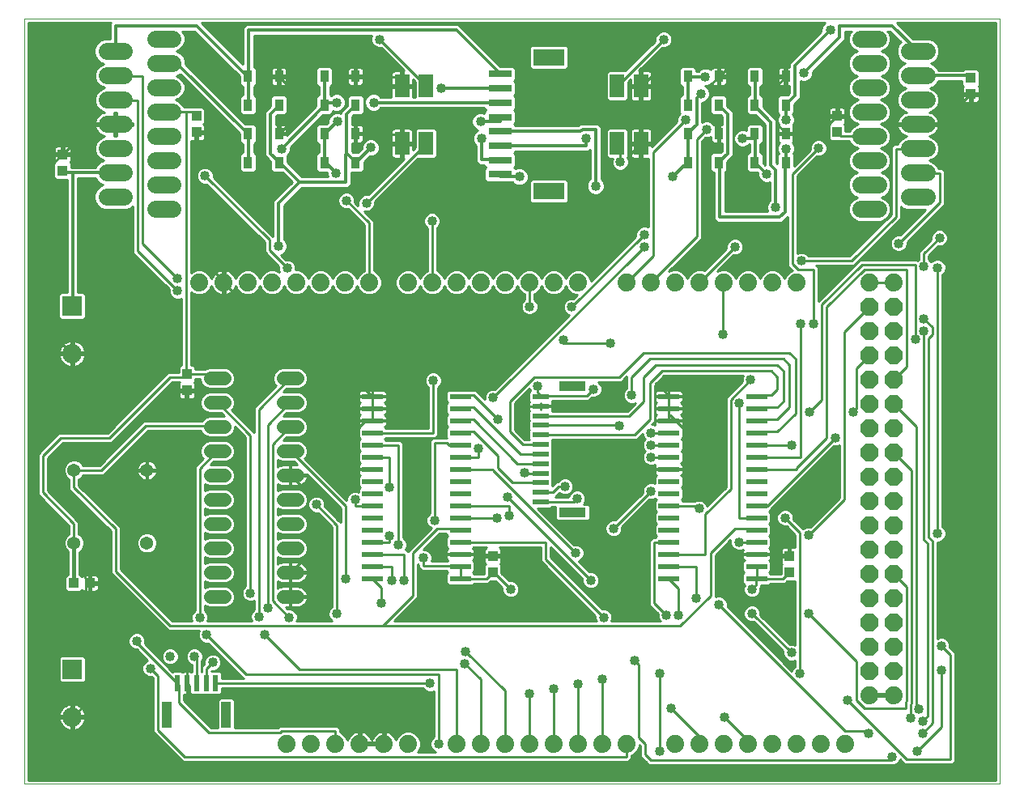
<source format=gtl>
G75*
G70*
%OFA0B0*%
%FSLAX24Y24*%
%IPPOS*%
%LPD*%
%AMOC8*
5,1,8,0,0,1.08239X$1,22.5*
%
%ADD10C,0.0000*%
%ADD11C,0.0740*%
%ADD12OC8,0.0740*%
%ADD13C,0.0712*%
%ADD14R,0.1299X0.0709*%
%ADD15R,0.0945X0.0315*%
%ADD16R,0.0358X0.0480*%
%ADD17R,0.0591X0.0945*%
%ADD18R,0.0866X0.0236*%
%ADD19R,0.0394X0.0433*%
%ADD20R,0.0669X0.0236*%
%ADD21R,0.1102X0.0394*%
%ADD22C,0.0560*%
%ADD23R,0.0236X0.0669*%
%ADD24R,0.0394X0.1102*%
%ADD25C,0.0540*%
%ADD26R,0.0433X0.0394*%
%ADD27R,0.0800X0.0800*%
%ADD28C,0.0800*%
%ADD29C,0.0100*%
%ADD30C,0.0400*%
%ADD31C,0.0120*%
%ADD32C,0.0160*%
D10*
X002701Y000900D02*
X002701Y032396D01*
X042858Y032396D01*
X042858Y000900D01*
X002701Y000900D01*
D11*
X013500Y002554D03*
X014500Y002554D03*
X015500Y002554D03*
X016500Y002554D03*
X017500Y002554D03*
X018500Y002554D03*
X020500Y002554D03*
X021500Y002554D03*
X022500Y002554D03*
X023500Y002554D03*
X024500Y002554D03*
X025500Y002554D03*
X026500Y002554D03*
X027500Y002554D03*
X029500Y002554D03*
X030500Y002554D03*
X031500Y002554D03*
X032500Y002554D03*
X033500Y002554D03*
X034500Y002554D03*
X035500Y002554D03*
X036500Y002554D03*
X037500Y004554D03*
X038500Y004554D03*
X038500Y021554D03*
X037500Y021554D03*
X034500Y021554D03*
X033500Y021554D03*
X032500Y021554D03*
X031500Y021554D03*
X030500Y021554D03*
X029500Y021554D03*
X028500Y021554D03*
X027500Y021554D03*
X025500Y021554D03*
X024500Y021554D03*
X023500Y021554D03*
X022500Y021554D03*
X021500Y021554D03*
X020500Y021554D03*
X019500Y021554D03*
X018500Y021554D03*
X016900Y021554D03*
X015900Y021554D03*
X014900Y021554D03*
X013900Y021554D03*
X012900Y021554D03*
X011900Y021554D03*
X010900Y021554D03*
X009900Y021554D03*
D12*
X037500Y020554D03*
X038500Y020554D03*
X038500Y019554D03*
X037500Y019554D03*
X037500Y018554D03*
X038500Y018554D03*
X038500Y017554D03*
X037500Y017554D03*
X037500Y016554D03*
X038500Y016554D03*
X038500Y015554D03*
X037500Y015554D03*
X037500Y014554D03*
X038500Y014554D03*
X038500Y013554D03*
X037500Y013554D03*
X037500Y012554D03*
X038500Y012554D03*
X038500Y011554D03*
X037500Y011554D03*
X037500Y010554D03*
X038500Y010554D03*
X038500Y009554D03*
X037500Y009554D03*
X037500Y008554D03*
X038500Y008554D03*
X038500Y007554D03*
X037500Y007554D03*
X037500Y006554D03*
X038500Y006554D03*
X038500Y005554D03*
X037500Y005554D03*
D13*
X037140Y024565D02*
X037852Y024565D01*
X037852Y025565D02*
X037140Y025565D01*
X037140Y026565D02*
X037852Y026565D01*
X037852Y027565D02*
X037140Y027565D01*
X037140Y028565D02*
X037852Y028565D01*
X037852Y029565D02*
X037140Y029565D01*
X037140Y030565D02*
X037852Y030565D01*
X037852Y031565D02*
X037140Y031565D01*
X039140Y031065D02*
X039852Y031065D01*
X039852Y030065D02*
X039140Y030065D01*
X039140Y029065D02*
X039852Y029065D01*
X039852Y028065D02*
X039140Y028065D01*
X039140Y027065D02*
X039852Y027065D01*
X039852Y026065D02*
X039140Y026065D01*
X039140Y025065D02*
X039852Y025065D01*
X008813Y024565D02*
X008100Y024565D01*
X008100Y025565D02*
X008813Y025565D01*
X008813Y026565D02*
X008100Y026565D01*
X008100Y027565D02*
X008813Y027565D01*
X008813Y028565D02*
X008100Y028565D01*
X008100Y029565D02*
X008813Y029565D01*
X008813Y030565D02*
X008100Y030565D01*
X008100Y031565D02*
X008813Y031565D01*
X006813Y031065D02*
X006100Y031065D01*
X006100Y030065D02*
X006813Y030065D01*
X006813Y029065D02*
X006100Y029065D01*
X006100Y028065D02*
X006813Y028065D01*
X006813Y027065D02*
X006100Y027065D01*
X006100Y026065D02*
X006813Y026065D01*
X006813Y025065D02*
X006100Y025065D01*
D14*
X024295Y025309D03*
X024295Y030821D03*
D15*
X022287Y030132D03*
X022287Y029542D03*
X022287Y028951D03*
X022287Y028361D03*
X022287Y027770D03*
X022287Y027180D03*
X022287Y026589D03*
X022287Y025998D03*
D16*
X016333Y026491D03*
X016333Y027672D03*
X015053Y027672D03*
X015053Y026491D03*
X013183Y026491D03*
X013183Y027672D03*
X011904Y027672D03*
X011904Y026491D03*
X011904Y028853D03*
X011904Y030034D03*
X013183Y030034D03*
X013183Y028853D03*
X015053Y028853D03*
X015053Y030034D03*
X016333Y030034D03*
X016333Y028853D03*
X030014Y028853D03*
X030014Y030034D03*
X031293Y030034D03*
X031293Y028853D03*
X031293Y027672D03*
X031293Y026491D03*
X030014Y026491D03*
X030014Y027672D03*
X032770Y027672D03*
X032770Y026491D03*
X034049Y026491D03*
X034049Y027672D03*
X034049Y028853D03*
X034049Y030034D03*
X032770Y030034D03*
X032770Y028853D03*
D17*
X028094Y029640D03*
X027110Y029640D03*
X027110Y027278D03*
X028094Y027278D03*
X019236Y027278D03*
X018252Y027278D03*
X018252Y029640D03*
X019236Y029640D03*
D18*
X020654Y016855D03*
X020654Y016355D03*
X020654Y015855D03*
X020654Y015355D03*
X020654Y014855D03*
X020654Y014355D03*
X020654Y013855D03*
X020654Y013355D03*
X020654Y012855D03*
X020654Y012355D03*
X020654Y011855D03*
X020654Y011355D03*
X020654Y010855D03*
X020654Y010355D03*
X020654Y009855D03*
X020654Y009355D03*
X017031Y009355D03*
X017031Y009855D03*
X017031Y010355D03*
X017031Y010855D03*
X017031Y011355D03*
X017031Y011855D03*
X017031Y012355D03*
X017031Y012855D03*
X017031Y013355D03*
X017031Y013855D03*
X017031Y014355D03*
X017031Y014855D03*
X017031Y015355D03*
X017031Y015855D03*
X017031Y016355D03*
X017031Y016855D03*
X029236Y016855D03*
X029236Y016355D03*
X029236Y015855D03*
X029236Y015355D03*
X029236Y014855D03*
X029236Y014355D03*
X029236Y013855D03*
X029236Y013355D03*
X029236Y012855D03*
X029236Y012355D03*
X029236Y011855D03*
X029236Y011355D03*
X029236Y010855D03*
X029236Y010355D03*
X029236Y009855D03*
X029236Y009355D03*
X032858Y009355D03*
X032858Y009855D03*
X032858Y010355D03*
X032858Y010855D03*
X032858Y011355D03*
X032858Y011855D03*
X032858Y012355D03*
X032858Y012855D03*
X032858Y013355D03*
X032858Y013855D03*
X032858Y014355D03*
X032858Y014855D03*
X032858Y015355D03*
X032858Y015855D03*
X032858Y016355D03*
X032858Y016855D03*
D19*
X034197Y010290D03*
X034197Y009620D03*
X021992Y009620D03*
X021992Y010290D03*
X009394Y017101D03*
X009394Y017770D03*
X004276Y026156D03*
X004276Y026825D03*
X009787Y027731D03*
X009787Y028400D03*
X036165Y028400D03*
X036165Y027731D03*
X041677Y029306D03*
X041677Y029975D03*
D20*
X023961Y016845D03*
X023961Y016451D03*
X023961Y016057D03*
X023961Y015664D03*
X023961Y015270D03*
X023961Y014876D03*
X023961Y014483D03*
X023961Y014089D03*
X023961Y013695D03*
X023961Y013302D03*
X023961Y012908D03*
X023961Y012514D03*
D21*
X025280Y012081D03*
X025280Y017278D03*
D22*
X013930Y017605D02*
X013370Y017605D01*
X013370Y016605D02*
X013930Y016605D01*
X013930Y015605D02*
X013370Y015605D01*
X013370Y014605D02*
X013930Y014605D01*
X013930Y013605D02*
X013370Y013605D01*
X013370Y012605D02*
X013930Y012605D01*
X013930Y011605D02*
X013370Y011605D01*
X013370Y010605D02*
X013930Y010605D01*
X013930Y009605D02*
X013370Y009605D01*
X013370Y008605D02*
X013930Y008605D01*
X010930Y008605D02*
X010370Y008605D01*
X010370Y009605D02*
X010930Y009605D01*
X010930Y010605D02*
X010370Y010605D01*
X010370Y011605D02*
X010930Y011605D01*
X010930Y012605D02*
X010370Y012605D01*
X010370Y013605D02*
X010930Y013605D01*
X010930Y014605D02*
X010370Y014605D01*
X010370Y015605D02*
X010930Y015605D01*
X010930Y016605D02*
X010370Y016605D01*
X010370Y017605D02*
X010930Y017605D01*
D23*
X010575Y005050D03*
X010181Y005050D03*
X009787Y005050D03*
X009394Y005050D03*
X009000Y005050D03*
D24*
X008567Y003731D03*
X011008Y003731D03*
D25*
X007744Y010817D03*
X004744Y010817D03*
X004744Y013817D03*
X007744Y013817D03*
D26*
X005398Y009168D03*
X004728Y009168D03*
D27*
X004669Y005624D03*
X004669Y020585D03*
D28*
X004669Y018617D03*
X004669Y003656D03*
D29*
X004681Y003660D01*
X005221Y004200D01*
X005221Y009000D01*
X005381Y009160D01*
X005398Y009168D01*
X005361Y009200D01*
X005181Y009380D01*
X005181Y012160D01*
X005081Y012260D01*
X005242Y012326D02*
X004308Y012326D01*
X004406Y012228D02*
X005340Y012228D01*
X005439Y012129D02*
X004505Y012129D01*
X004603Y012031D02*
X005537Y012031D01*
X005636Y011932D02*
X004702Y011932D01*
X004800Y011834D02*
X005734Y011834D01*
X005833Y011735D02*
X004899Y011735D01*
X004944Y011690D02*
X003651Y012983D01*
X003651Y014317D01*
X004284Y014950D01*
X006284Y014950D01*
X008784Y017450D01*
X009088Y017450D01*
X009103Y017435D01*
X009077Y017409D01*
X009057Y017375D01*
X009047Y017337D01*
X009047Y017149D01*
X009345Y017149D01*
X009345Y017052D01*
X009442Y017052D01*
X009442Y016734D01*
X009610Y016734D01*
X009648Y016744D01*
X009683Y016764D01*
X009711Y016792D01*
X009730Y016826D01*
X009741Y016865D01*
X009741Y017052D01*
X009442Y017052D01*
X009442Y017149D01*
X009741Y017149D01*
X009741Y017337D01*
X009730Y017375D01*
X009711Y017409D01*
X009685Y017435D01*
X009741Y017491D01*
X009741Y017570D01*
X009940Y017570D01*
X009940Y017519D01*
X010005Y017361D01*
X010126Y017240D01*
X010284Y017175D01*
X011015Y017175D01*
X011173Y017240D01*
X011294Y017361D01*
X011360Y017519D01*
X011360Y017690D01*
X011294Y017848D01*
X011173Y017969D01*
X011015Y018035D01*
X010284Y018035D01*
X010128Y017970D01*
X009741Y017970D01*
X009741Y018049D01*
X009653Y018137D01*
X009561Y018137D01*
X009561Y021157D01*
X009605Y021113D01*
X009797Y021034D01*
X010003Y021034D01*
X010195Y021113D01*
X010341Y021259D01*
X010401Y021405D01*
X010418Y021354D01*
X010455Y021281D01*
X010503Y021215D01*
X010561Y021157D01*
X010627Y021109D01*
X010700Y021072D01*
X010778Y021046D01*
X010850Y021035D01*
X010850Y021504D01*
X010950Y021504D01*
X010950Y021035D01*
X011022Y021046D01*
X011100Y021072D01*
X011173Y021109D01*
X011239Y021157D01*
X011297Y021215D01*
X011345Y021281D01*
X011382Y021354D01*
X011399Y021405D01*
X011459Y021259D01*
X011605Y021113D01*
X011797Y021034D01*
X012003Y021034D01*
X012195Y021113D01*
X012341Y021259D01*
X012400Y021402D01*
X012459Y021259D01*
X012605Y021113D01*
X012797Y021034D01*
X013003Y021034D01*
X013195Y021113D01*
X013341Y021259D01*
X013400Y021402D01*
X013459Y021259D01*
X013605Y021113D01*
X013797Y021034D01*
X014003Y021034D01*
X014195Y021113D01*
X014341Y021259D01*
X014400Y021402D01*
X014459Y021259D01*
X014605Y021113D01*
X014797Y021034D01*
X015003Y021034D01*
X015195Y021113D01*
X015341Y021259D01*
X015400Y021402D01*
X015459Y021259D01*
X015605Y021113D01*
X015797Y021034D01*
X016003Y021034D01*
X016195Y021113D01*
X016341Y021259D01*
X016400Y021402D01*
X016459Y021259D01*
X016605Y021113D01*
X016797Y021034D01*
X017003Y021034D01*
X017195Y021113D01*
X017341Y021259D01*
X017420Y021450D01*
X017420Y021657D01*
X017341Y021848D01*
X017195Y021994D01*
X017081Y022042D01*
X017081Y024083D01*
X016681Y024482D01*
X016711Y024470D01*
X016850Y024470D01*
X016979Y024523D01*
X017078Y024622D01*
X017131Y024750D01*
X017131Y024887D01*
X018899Y026656D01*
X019594Y026656D01*
X019681Y026743D01*
X019681Y027813D01*
X019594Y027900D01*
X018879Y027900D01*
X018791Y027813D01*
X018791Y027113D01*
X018697Y027019D01*
X018697Y027228D01*
X018302Y027228D01*
X018302Y027328D01*
X018202Y027328D01*
X018202Y027900D01*
X017937Y027900D01*
X017899Y027890D01*
X017865Y027870D01*
X017837Y027842D01*
X017817Y027808D01*
X017807Y027770D01*
X017807Y027328D01*
X018202Y027328D01*
X018202Y027228D01*
X017807Y027228D01*
X017807Y026786D01*
X017817Y026748D01*
X017837Y026713D01*
X017865Y026685D01*
X017899Y026666D01*
X017937Y026656D01*
X018202Y026656D01*
X018202Y027228D01*
X018302Y027228D01*
X018302Y026656D01*
X018333Y026656D01*
X016848Y025170D01*
X016711Y025170D01*
X016583Y025117D01*
X016484Y025018D01*
X016431Y024890D01*
X016431Y024750D01*
X016443Y024720D01*
X016311Y024853D01*
X016311Y024990D01*
X016258Y025118D01*
X016159Y025217D01*
X016030Y025270D01*
X015891Y025270D01*
X015763Y025217D01*
X015664Y025118D01*
X015611Y024990D01*
X015611Y024850D01*
X015664Y024722D01*
X015763Y024623D01*
X015891Y024570D01*
X016028Y024570D01*
X016681Y023917D01*
X016681Y022026D01*
X016605Y021994D01*
X016459Y021848D01*
X016400Y021705D01*
X016341Y021848D01*
X016195Y021994D01*
X016003Y022074D01*
X015797Y022074D01*
X015605Y021994D01*
X015459Y021848D01*
X015400Y021705D01*
X015341Y021848D01*
X015195Y021994D01*
X015003Y022074D01*
X014797Y022074D01*
X014605Y021994D01*
X014459Y021848D01*
X014400Y021705D01*
X014341Y021848D01*
X014195Y021994D01*
X014003Y022074D01*
X013871Y022074D01*
X013871Y022210D01*
X013818Y022338D01*
X013719Y022437D01*
X013590Y022490D01*
X013454Y022490D01*
X013262Y022681D01*
X013370Y022726D01*
X013474Y022830D01*
X013531Y022966D01*
X013531Y023114D01*
X013474Y023250D01*
X013391Y023333D01*
X013391Y024705D01*
X014136Y025450D01*
X016036Y025450D01*
X016171Y025585D01*
X016171Y026080D01*
X016582Y026080D01*
X016682Y026180D01*
X016682Y026496D01*
X016916Y026730D01*
X017034Y026730D01*
X017170Y026786D01*
X017274Y026890D01*
X017331Y027026D01*
X017331Y027174D01*
X017274Y027310D01*
X017170Y027414D01*
X017034Y027470D01*
X016887Y027470D01*
X016751Y027414D01*
X016647Y027310D01*
X016591Y027174D01*
X016591Y027055D01*
X016436Y026901D01*
X016245Y026901D01*
X016211Y026935D01*
X016191Y026955D01*
X016191Y027281D01*
X016293Y027281D01*
X016293Y027632D01*
X016372Y027632D01*
X016372Y027281D01*
X016532Y027281D01*
X016570Y027292D01*
X016604Y027311D01*
X016632Y027339D01*
X016652Y027374D01*
X016662Y027412D01*
X016662Y027632D01*
X016372Y027632D01*
X016372Y027711D01*
X016293Y027711D01*
X016293Y028062D01*
X016191Y028062D01*
X016191Y028385D01*
X016249Y028443D01*
X016582Y028443D01*
X016682Y028542D01*
X016682Y029163D01*
X016582Y029263D01*
X016083Y029263D01*
X015984Y029163D01*
X015984Y028828D01*
X015731Y028575D01*
X015731Y028518D01*
X015654Y028550D01*
X015507Y028550D01*
X015371Y028494D01*
X015267Y028390D01*
X015211Y028254D01*
X015211Y028135D01*
X015157Y028082D01*
X014804Y028082D01*
X014704Y027982D01*
X014704Y027361D01*
X014804Y027261D01*
X014831Y027261D01*
X014831Y026901D01*
X014804Y026901D01*
X014704Y026801D01*
X014704Y026180D01*
X014804Y026080D01*
X015171Y026080D01*
X015171Y025986D01*
X015202Y025910D01*
X014136Y025910D01*
X013532Y026514D01*
X013532Y026788D01*
X013594Y026850D01*
X013651Y026986D01*
X013651Y027105D01*
X014989Y028443D01*
X015303Y028443D01*
X015402Y028542D01*
X015402Y028625D01*
X015487Y028590D01*
X015634Y028590D01*
X015770Y028646D01*
X015874Y028750D01*
X015931Y028886D01*
X015931Y029034D01*
X015874Y029170D01*
X015770Y029274D01*
X015634Y029330D01*
X015487Y029330D01*
X015351Y029274D01*
X015322Y029244D01*
X015303Y029263D01*
X015291Y029263D01*
X015291Y029624D01*
X015303Y029624D01*
X015402Y029723D01*
X015402Y030344D01*
X015303Y030444D01*
X014804Y030444D01*
X014704Y030344D01*
X014704Y029723D01*
X014804Y029624D01*
X014831Y029624D01*
X014831Y029263D01*
X014804Y029263D01*
X014704Y029163D01*
X014704Y028808D01*
X013512Y027617D01*
X013512Y027632D01*
X013223Y027632D01*
X013223Y027711D01*
X013512Y027711D01*
X013512Y027932D01*
X013502Y027970D01*
X013482Y028004D01*
X013454Y028032D01*
X013420Y028052D01*
X013382Y028062D01*
X013223Y028062D01*
X013223Y027711D01*
X013144Y027711D01*
X013144Y028062D01*
X013051Y028062D01*
X013051Y028385D01*
X013109Y028443D01*
X013433Y028443D01*
X013532Y028542D01*
X013532Y029163D01*
X013433Y029263D01*
X012934Y029263D01*
X012834Y029163D01*
X012834Y028818D01*
X012591Y028575D01*
X012591Y026765D01*
X012726Y026630D01*
X012834Y026522D01*
X012834Y026180D01*
X012934Y026080D01*
X013315Y026080D01*
X013716Y025680D01*
X013066Y025030D01*
X012931Y024895D01*
X012931Y023433D01*
X012864Y023500D01*
X010491Y025873D01*
X010491Y026010D01*
X010438Y026138D01*
X010339Y026237D01*
X010210Y026290D01*
X010071Y026290D01*
X009943Y026237D01*
X009844Y026138D01*
X009791Y026010D01*
X009791Y025870D01*
X009844Y025742D01*
X009943Y025643D01*
X010071Y025590D01*
X010208Y025590D01*
X012581Y023217D01*
X012581Y022797D01*
X013171Y022207D01*
X013171Y022070D01*
X013208Y021981D01*
X013195Y021994D01*
X013003Y022074D01*
X012797Y022074D01*
X012605Y021994D01*
X012459Y021848D01*
X012400Y021705D01*
X012341Y021848D01*
X012195Y021994D01*
X012003Y022074D01*
X011797Y022074D01*
X011605Y021994D01*
X011459Y021848D01*
X011399Y021702D01*
X011382Y021753D01*
X011345Y021826D01*
X011297Y021892D01*
X011239Y021950D01*
X011173Y021998D01*
X011100Y022035D01*
X011022Y022061D01*
X010950Y022072D01*
X010950Y021604D01*
X010850Y021604D01*
X010850Y022072D01*
X010778Y022061D01*
X010700Y022035D01*
X010627Y021998D01*
X010561Y021950D01*
X010503Y021892D01*
X010455Y021826D01*
X010418Y021753D01*
X010401Y021702D01*
X010341Y021848D01*
X010195Y021994D01*
X010003Y022074D01*
X009797Y022074D01*
X009605Y021994D01*
X009561Y021950D01*
X009561Y027367D01*
X009571Y027364D01*
X009739Y027364D01*
X009739Y027682D01*
X009836Y027682D01*
X009836Y027364D01*
X010004Y027364D01*
X010042Y027374D01*
X010076Y027394D01*
X010104Y027422D01*
X010124Y027456D01*
X010134Y027494D01*
X010134Y027682D01*
X009836Y027682D01*
X009836Y027779D01*
X010134Y027779D01*
X010134Y027967D01*
X010124Y028005D01*
X010104Y028039D01*
X010078Y028065D01*
X010134Y028121D01*
X010134Y028679D01*
X010046Y028767D01*
X009528Y028767D01*
X009527Y028765D01*
X009278Y028765D01*
X009242Y028852D01*
X009100Y028995D01*
X008929Y029065D01*
X009100Y029136D01*
X009242Y029279D01*
X009319Y029465D01*
X009770Y029465D01*
X009672Y029564D02*
X009319Y029564D01*
X009319Y029662D02*
X009573Y029662D01*
X009475Y029761D02*
X009280Y029761D01*
X009242Y029852D02*
X009100Y029995D01*
X008955Y030055D01*
X009111Y030119D01*
X009114Y030122D01*
X011554Y027681D01*
X011554Y027361D01*
X011654Y027261D01*
X011691Y027261D01*
X011691Y026901D01*
X011654Y026901D01*
X011554Y026801D01*
X011554Y026180D01*
X011654Y026080D01*
X012153Y026080D01*
X012253Y026180D01*
X012253Y026801D01*
X012153Y026901D01*
X012151Y026901D01*
X012151Y027261D01*
X012153Y027261D01*
X012253Y027361D01*
X012253Y027982D01*
X012153Y028082D01*
X011804Y028082D01*
X009339Y030547D01*
X009339Y030670D01*
X009259Y030863D01*
X009111Y031011D01*
X008955Y031076D01*
X009100Y031136D01*
X009242Y031279D01*
X009319Y031465D01*
X009319Y031666D01*
X009242Y031852D01*
X009204Y031890D01*
X009706Y031890D01*
X011554Y030041D01*
X011554Y029723D01*
X011654Y029624D01*
X011691Y029624D01*
X011691Y029263D01*
X011654Y029263D01*
X011554Y029163D01*
X011554Y028542D01*
X011654Y028443D01*
X012153Y028443D01*
X012253Y028542D01*
X012253Y029163D01*
X012153Y029263D01*
X012151Y029263D01*
X012151Y029624D01*
X012153Y029624D01*
X012253Y029723D01*
X012253Y030344D01*
X012171Y030426D01*
X012171Y031710D01*
X017004Y031710D01*
X016971Y031630D01*
X016971Y031490D01*
X017024Y031362D01*
X017123Y031263D01*
X017251Y031210D01*
X017388Y031210D01*
X018335Y030263D01*
X018302Y030263D01*
X018302Y029690D01*
X018697Y029690D01*
X018697Y029901D01*
X018791Y029807D01*
X018791Y029190D01*
X018697Y029190D01*
X018697Y029590D01*
X018302Y029590D01*
X018302Y029690D01*
X018202Y029690D01*
X018202Y029590D01*
X017807Y029590D01*
X017807Y029190D01*
X017374Y029190D01*
X017290Y029274D01*
X017154Y029330D01*
X017007Y029330D01*
X016871Y029274D01*
X016767Y029170D01*
X016711Y029034D01*
X016711Y028886D01*
X016767Y028750D01*
X016871Y028646D01*
X017007Y028590D01*
X017154Y028590D01*
X017290Y028646D01*
X017374Y028730D01*
X021645Y028730D01*
X021645Y028723D01*
X021712Y028656D01*
X021645Y028589D01*
X021645Y028512D01*
X021554Y028550D01*
X021407Y028550D01*
X021271Y028494D01*
X021167Y028390D01*
X021111Y028254D01*
X021111Y028106D01*
X021167Y027970D01*
X021271Y027866D01*
X021379Y027822D01*
X021311Y027794D01*
X021207Y027690D01*
X021151Y027554D01*
X021151Y027406D01*
X021207Y027270D01*
X021291Y027187D01*
X021291Y026505D01*
X021426Y026370D01*
X021645Y026370D01*
X021645Y026361D01*
X021712Y026294D01*
X021645Y026226D01*
X021645Y025771D01*
X021745Y025671D01*
X022205Y025671D01*
X022206Y025670D01*
X022788Y025670D01*
X022871Y025586D01*
X023007Y025530D01*
X023154Y025530D01*
X023290Y025586D01*
X023394Y025690D01*
X023451Y025826D01*
X023451Y025974D01*
X023394Y026110D01*
X023290Y026214D01*
X023154Y026270D01*
X023007Y026270D01*
X022922Y026235D01*
X022862Y026294D01*
X022930Y026361D01*
X022930Y026817D01*
X022862Y026884D01*
X022928Y026950D01*
X025936Y026950D01*
X025991Y027005D01*
X025991Y025813D01*
X025907Y025730D01*
X025851Y025594D01*
X025851Y025446D01*
X025907Y025310D01*
X026011Y025206D01*
X026147Y025150D01*
X026294Y025150D01*
X026430Y025206D01*
X026534Y025310D01*
X026591Y025446D01*
X026591Y025594D01*
X026534Y025730D01*
X026451Y025813D01*
X026451Y027955D01*
X026316Y028090D01*
X025586Y028090D01*
X025506Y028010D01*
X022918Y028010D01*
X022862Y028065D01*
X022930Y028133D01*
X022930Y028589D01*
X022862Y028656D01*
X022930Y028723D01*
X022930Y029179D01*
X022862Y029246D01*
X022930Y029314D01*
X022930Y029770D01*
X022862Y029837D01*
X022930Y029904D01*
X022930Y030360D01*
X022830Y030460D01*
X022286Y030460D01*
X020711Y032035D01*
X020576Y032170D01*
X011846Y032170D01*
X011711Y032035D01*
X011711Y030535D01*
X010031Y032215D01*
X010000Y032246D01*
X035664Y032246D01*
X035567Y032150D01*
X035511Y032014D01*
X035511Y031895D01*
X034326Y030710D01*
X034191Y030575D01*
X034191Y030424D01*
X034089Y030424D01*
X034089Y030073D01*
X034010Y030073D01*
X034010Y029994D01*
X034089Y029994D01*
X034089Y029644D01*
X034191Y029644D01*
X034191Y029335D01*
X034118Y029263D01*
X033800Y029263D01*
X033700Y029163D01*
X033700Y028542D01*
X033770Y028472D01*
X033747Y028450D01*
X033691Y028314D01*
X033691Y028166D01*
X033747Y028030D01*
X033762Y028016D01*
X033750Y028004D01*
X033730Y027970D01*
X033720Y027932D01*
X033720Y027711D01*
X034010Y027711D01*
X034010Y027870D01*
X034089Y027870D01*
X034089Y027711D01*
X034378Y027711D01*
X034378Y027932D01*
X034368Y027970D01*
X034348Y028004D01*
X034374Y028030D01*
X034431Y028166D01*
X034431Y028314D01*
X034374Y028450D01*
X034340Y028484D01*
X034398Y028542D01*
X034398Y028892D01*
X034651Y029145D01*
X034651Y029842D01*
X034727Y029810D01*
X034874Y029810D01*
X035010Y029866D01*
X035114Y029970D01*
X035171Y030106D01*
X035171Y030225D01*
X036491Y031545D01*
X036491Y031890D01*
X036749Y031890D01*
X036711Y031852D01*
X036634Y031666D01*
X036634Y031465D01*
X036711Y031279D01*
X036853Y031136D01*
X036998Y031076D01*
X036842Y031011D01*
X036694Y030863D01*
X036614Y030670D01*
X036614Y030461D01*
X036694Y030267D01*
X036842Y030119D01*
X036998Y030055D01*
X036853Y029995D01*
X036711Y029852D01*
X036634Y029666D01*
X036634Y029465D01*
X034651Y029465D01*
X034651Y029367D02*
X036674Y029367D01*
X036711Y029279D02*
X036853Y029136D01*
X037024Y029065D01*
X036853Y028995D01*
X036711Y028852D01*
X036634Y028666D01*
X036634Y028465D01*
X036711Y028279D01*
X036853Y028136D01*
X037024Y028065D01*
X036853Y027995D01*
X036711Y027852D01*
X036675Y027765D01*
X036512Y027765D01*
X036512Y028009D01*
X036456Y028065D01*
X036482Y028091D01*
X036502Y028126D01*
X036512Y028164D01*
X036512Y028352D01*
X036214Y028352D01*
X036214Y028448D01*
X036512Y028448D01*
X036512Y028636D01*
X036502Y028674D01*
X036482Y028709D01*
X036454Y028737D01*
X036420Y028756D01*
X036382Y028767D01*
X036214Y028767D01*
X036214Y028448D01*
X036117Y028448D01*
X036117Y028352D01*
X035819Y028352D01*
X035819Y028164D01*
X035829Y028126D01*
X035848Y028091D01*
X035874Y028065D01*
X035819Y028009D01*
X035819Y027452D01*
X035906Y027364D01*
X036424Y027364D01*
X036426Y027365D01*
X036675Y027365D01*
X036711Y027279D01*
X036853Y027136D01*
X037024Y027065D01*
X036853Y026995D01*
X036711Y026852D01*
X036634Y026666D01*
X036634Y026465D01*
X036711Y026279D01*
X036853Y026136D01*
X036998Y026076D01*
X036842Y026011D01*
X036694Y025863D01*
X036614Y025670D01*
X036614Y025461D01*
X036694Y025267D01*
X036842Y025119D01*
X036998Y025055D01*
X036853Y024995D01*
X036711Y024852D01*
X036634Y024666D01*
X036634Y024465D01*
X036711Y024279D01*
X036853Y024136D01*
X037039Y024059D01*
X037953Y024059D01*
X038139Y024136D01*
X038281Y024279D01*
X038359Y024465D01*
X038359Y024666D01*
X038281Y024852D01*
X038139Y024995D01*
X037994Y025055D01*
X038150Y025119D01*
X038298Y025267D01*
X038379Y025461D01*
X038379Y025670D01*
X038298Y025863D01*
X038150Y026011D01*
X037994Y026076D01*
X038139Y026136D01*
X038281Y026279D01*
X038359Y026465D01*
X038359Y026666D01*
X038281Y026852D01*
X038139Y026995D01*
X037968Y027065D01*
X038139Y027136D01*
X038281Y027279D01*
X038359Y027465D01*
X038359Y027666D01*
X038281Y027852D01*
X038139Y027995D01*
X037968Y028065D01*
X038139Y028136D01*
X038281Y028279D01*
X038359Y028465D01*
X038359Y028666D01*
X038281Y028852D01*
X038139Y028995D01*
X037968Y029065D01*
X038139Y029136D01*
X038281Y029279D01*
X038359Y029465D01*
X038824Y029465D01*
X038853Y029495D02*
X038711Y029352D01*
X038634Y029166D01*
X038634Y028965D01*
X038711Y028779D01*
X038853Y028636D01*
X039034Y028561D01*
X039021Y028559D01*
X038946Y028534D01*
X038875Y028498D01*
X038810Y028451D01*
X038754Y028395D01*
X038707Y028331D01*
X038671Y028260D01*
X038646Y028184D01*
X038635Y028115D01*
X039446Y028115D01*
X039446Y028015D01*
X038635Y028015D01*
X038646Y027947D01*
X038671Y027871D01*
X038707Y027800D01*
X038754Y027736D01*
X038810Y027679D01*
X038875Y027632D01*
X038946Y027596D01*
X039021Y027572D01*
X039034Y027570D01*
X038853Y027495D01*
X038711Y027352D01*
X038673Y027260D01*
X038498Y027260D01*
X038381Y027143D01*
X038381Y024343D01*
X038308Y024343D01*
X038381Y024343D02*
X036678Y022640D01*
X034996Y022640D01*
X034899Y022737D01*
X034770Y022790D01*
X034631Y022790D01*
X034541Y022753D01*
X034541Y025937D01*
X035334Y026730D01*
X035470Y026730D01*
X035599Y026783D01*
X035698Y026882D01*
X035751Y027010D01*
X035751Y027150D01*
X035698Y027278D01*
X035599Y027377D01*
X035470Y027430D01*
X035331Y027430D01*
X035203Y027377D01*
X035104Y027278D01*
X035051Y027150D01*
X035051Y027013D01*
X034398Y026360D01*
X034398Y026801D01*
X034362Y026838D01*
X034374Y026850D01*
X034431Y026986D01*
X034431Y027134D01*
X034374Y027270D01*
X034327Y027318D01*
X034348Y027339D01*
X034368Y027374D01*
X034378Y027412D01*
X034378Y027632D01*
X034089Y027632D01*
X034089Y027711D01*
X034010Y027711D01*
X034010Y027632D01*
X033720Y027632D01*
X033720Y027412D01*
X033730Y027374D01*
X033750Y027339D01*
X033778Y027311D01*
X033785Y027307D01*
X033747Y027270D01*
X033691Y027134D01*
X033691Y026986D01*
X033747Y026850D01*
X033748Y026849D01*
X033700Y026801D01*
X033700Y026446D01*
X033671Y026475D01*
X033671Y028235D01*
X033536Y028370D01*
X033119Y028787D01*
X033119Y029163D01*
X033019Y029263D01*
X033011Y029263D01*
X033011Y029624D01*
X033019Y029624D01*
X033119Y029723D01*
X033119Y030344D01*
X033019Y030444D01*
X032520Y030444D01*
X032421Y030344D01*
X032421Y029723D01*
X032520Y029624D01*
X032551Y029624D01*
X032551Y029263D01*
X032520Y029263D01*
X032421Y029163D01*
X032421Y028542D01*
X032520Y028443D01*
X032813Y028443D01*
X033211Y028045D01*
X033211Y026395D01*
X033119Y026487D01*
X033119Y026801D01*
X033019Y026901D01*
X033011Y026901D01*
X033011Y027261D01*
X033019Y027261D01*
X033119Y027361D01*
X033119Y027982D01*
X033019Y028082D01*
X032520Y028082D01*
X032421Y027982D01*
X032421Y027814D01*
X032334Y027850D01*
X032187Y027850D01*
X032051Y027794D01*
X031947Y027690D01*
X031891Y027554D01*
X031891Y027406D01*
X031947Y027270D01*
X032051Y027166D01*
X032187Y027110D01*
X032334Y027110D01*
X032470Y027166D01*
X032551Y027247D01*
X032551Y026901D01*
X032520Y026901D01*
X032421Y026801D01*
X032421Y026180D01*
X032520Y026080D01*
X032875Y026080D01*
X032891Y026065D01*
X032891Y025946D01*
X032947Y025810D01*
X033051Y025706D01*
X033187Y025650D01*
X033334Y025650D01*
X033411Y025682D01*
X033411Y024933D01*
X033327Y024850D01*
X033271Y024714D01*
X033271Y024566D01*
X033311Y024470D01*
X031551Y024470D01*
X031551Y026088D01*
X031642Y026180D01*
X031642Y026516D01*
X031756Y026630D01*
X031891Y026765D01*
X031891Y028575D01*
X031642Y028824D01*
X031642Y029163D01*
X031543Y029263D01*
X031044Y029263D01*
X030944Y029163D01*
X030944Y028542D01*
X031044Y028443D01*
X031373Y028443D01*
X031431Y028385D01*
X031431Y028062D01*
X031333Y028062D01*
X031333Y027711D01*
X031254Y027711D01*
X031254Y028062D01*
X031094Y028062D01*
X030999Y028157D01*
X030870Y028210D01*
X030731Y028210D01*
X030611Y028160D01*
X030611Y028950D01*
X030634Y028950D01*
X030770Y029006D01*
X030874Y029110D01*
X030931Y029246D01*
X030931Y029394D01*
X030874Y029530D01*
X030770Y029634D01*
X030731Y029650D01*
X030814Y029650D01*
X030950Y029706D01*
X030976Y029732D01*
X030994Y029702D01*
X031022Y029674D01*
X031056Y029654D01*
X031094Y029644D01*
X031254Y029644D01*
X031254Y029994D01*
X031333Y029994D01*
X031333Y029644D01*
X031492Y029644D01*
X031530Y029654D01*
X031565Y029674D01*
X031592Y029702D01*
X031612Y029736D01*
X031622Y029774D01*
X031622Y029994D01*
X031333Y029994D01*
X031333Y030073D01*
X031622Y030073D01*
X031622Y030294D01*
X031612Y030332D01*
X031592Y030366D01*
X031565Y030394D01*
X031530Y030414D01*
X031492Y030424D01*
X031333Y030424D01*
X031333Y030073D01*
X031254Y030073D01*
X031254Y030424D01*
X031094Y030424D01*
X031056Y030414D01*
X031022Y030394D01*
X030994Y030366D01*
X030974Y030332D01*
X030970Y030314D01*
X030950Y030334D01*
X030814Y030390D01*
X030667Y030390D01*
X030531Y030334D01*
X030448Y030250D01*
X030363Y030250D01*
X030363Y030344D01*
X030263Y030444D01*
X029764Y030444D01*
X029665Y030344D01*
X029665Y029723D01*
X029764Y029624D01*
X029791Y029624D01*
X029791Y029263D01*
X029764Y029263D01*
X029665Y029163D01*
X029665Y028542D01*
X029696Y028511D01*
X029624Y028438D01*
X029571Y028310D01*
X029571Y028173D01*
X028540Y027142D01*
X028540Y027228D01*
X028144Y027228D01*
X028144Y026656D01*
X028381Y026656D01*
X028381Y023833D01*
X028290Y023870D01*
X028151Y023870D01*
X028023Y023817D01*
X027924Y023718D01*
X027871Y023590D01*
X027871Y023453D01*
X026020Y021602D01*
X026020Y021657D01*
X025941Y021848D01*
X025795Y021994D01*
X025603Y022074D01*
X025397Y022074D01*
X025205Y021994D01*
X025059Y021848D01*
X025000Y021705D01*
X024941Y021848D01*
X024795Y021994D01*
X024603Y022074D01*
X024397Y022074D01*
X024205Y021994D01*
X024059Y021848D01*
X024000Y021705D01*
X023941Y021848D01*
X023795Y021994D01*
X023603Y022074D01*
X023397Y022074D01*
X023205Y021994D01*
X023059Y021848D01*
X023000Y021705D01*
X022941Y021848D01*
X022795Y021994D01*
X022603Y022074D01*
X022397Y022074D01*
X022205Y021994D01*
X022059Y021848D01*
X022000Y021705D01*
X021941Y021848D01*
X021795Y021994D01*
X021603Y022074D01*
X021397Y022074D01*
X021205Y021994D01*
X021059Y021848D01*
X021000Y021705D01*
X020941Y021848D01*
X020795Y021994D01*
X020603Y022074D01*
X020397Y022074D01*
X020205Y021994D01*
X020059Y021848D01*
X020000Y021705D01*
X019941Y021848D01*
X019795Y021994D01*
X019681Y022042D01*
X019681Y023785D01*
X019778Y023882D01*
X019831Y024010D01*
X019831Y024150D01*
X019778Y024278D01*
X019679Y024377D01*
X019550Y024430D01*
X019411Y024430D01*
X019283Y024377D01*
X019184Y024278D01*
X019131Y024150D01*
X019131Y024010D01*
X019184Y023882D01*
X019281Y023785D01*
X019281Y022026D01*
X019205Y021994D01*
X019059Y021848D01*
X019000Y021705D01*
X018941Y021848D01*
X018795Y021994D01*
X018603Y022074D01*
X018397Y022074D01*
X018205Y021994D01*
X018059Y021848D01*
X017980Y021657D01*
X017980Y021450D01*
X018059Y021259D01*
X018205Y021113D01*
X018397Y021034D01*
X018603Y021034D01*
X018795Y021113D01*
X018941Y021259D01*
X019000Y021402D01*
X019059Y021259D01*
X019205Y021113D01*
X019397Y021034D01*
X019603Y021034D01*
X019795Y021113D01*
X019941Y021259D01*
X020000Y021402D01*
X020059Y021259D01*
X020205Y021113D01*
X020397Y021034D01*
X020603Y021034D01*
X020795Y021113D01*
X020941Y021259D01*
X021000Y021402D01*
X021059Y021259D01*
X021205Y021113D01*
X021397Y021034D01*
X021603Y021034D01*
X021795Y021113D01*
X021941Y021259D01*
X022000Y021402D01*
X022059Y021259D01*
X022205Y021113D01*
X022397Y021034D01*
X022603Y021034D01*
X022795Y021113D01*
X022941Y021259D01*
X023000Y021402D01*
X023059Y021259D01*
X023205Y021113D01*
X023301Y021073D01*
X023301Y020855D01*
X023204Y020758D01*
X023151Y020630D01*
X023151Y020490D01*
X023204Y020362D01*
X023303Y020263D01*
X023431Y020210D01*
X023570Y020210D01*
X023699Y020263D01*
X023798Y020362D01*
X023851Y020490D01*
X023851Y020630D01*
X023798Y020758D01*
X023701Y020855D01*
X023701Y021074D01*
X023795Y021113D01*
X023941Y021259D01*
X024000Y021402D01*
X024059Y021259D01*
X024205Y021113D01*
X024397Y021034D01*
X024603Y021034D01*
X024795Y021113D01*
X024941Y021259D01*
X025000Y021402D01*
X025059Y021259D01*
X025205Y021113D01*
X025397Y021034D01*
X025451Y021034D01*
X025308Y020890D01*
X025171Y020890D01*
X025043Y020837D01*
X024944Y020738D01*
X024891Y020610D01*
X024891Y020470D01*
X024944Y020342D01*
X025043Y020243D01*
X025126Y020209D01*
X022068Y017150D01*
X021931Y017150D01*
X021803Y017097D01*
X021704Y016998D01*
X021651Y016870D01*
X021651Y016733D01*
X021284Y017100D01*
X021172Y017100D01*
X021149Y017123D01*
X020158Y017123D01*
X020070Y017035D01*
X020070Y016674D01*
X020140Y016605D01*
X020070Y016535D01*
X020070Y016174D01*
X020140Y016105D01*
X020070Y016035D01*
X020070Y015674D01*
X020140Y015605D01*
X020070Y015535D01*
X020070Y015174D01*
X020085Y015160D01*
X019498Y015160D01*
X019381Y015043D01*
X019381Y012055D01*
X019284Y011958D01*
X019231Y011830D01*
X019231Y011690D01*
X019284Y011562D01*
X019383Y011463D01*
X019452Y011434D01*
X018618Y010600D01*
X018501Y010483D01*
X018501Y010463D01*
X018424Y010540D01*
X018396Y010540D01*
X018398Y010542D01*
X018451Y010670D01*
X018451Y010810D01*
X018398Y010938D01*
X018301Y011035D01*
X018301Y014923D01*
X018184Y015040D01*
X017610Y015040D01*
X017545Y015105D01*
X017600Y015160D01*
X019624Y015160D01*
X019741Y015277D01*
X019741Y017225D01*
X019838Y017322D01*
X019891Y017450D01*
X019891Y017590D01*
X019838Y017718D01*
X019739Y017817D01*
X019610Y017870D01*
X019471Y017870D01*
X019343Y017817D01*
X019244Y017718D01*
X019191Y017590D01*
X019191Y017450D01*
X019244Y017322D01*
X019341Y017225D01*
X019341Y015560D01*
X017590Y015560D01*
X017542Y015608D01*
X017557Y015617D01*
X017585Y015645D01*
X017604Y015679D01*
X017615Y015717D01*
X017615Y015846D01*
X017041Y015846D01*
X017041Y015864D01*
X017615Y015864D01*
X017615Y015993D01*
X017604Y016031D01*
X017585Y016065D01*
X017557Y016093D01*
X017536Y016105D01*
X017557Y016117D01*
X017585Y016145D01*
X017604Y016179D01*
X017615Y016217D01*
X017615Y016346D01*
X017041Y016346D01*
X017041Y016364D01*
X017615Y016364D01*
X017615Y016493D01*
X017604Y016531D01*
X017585Y016565D01*
X017557Y016593D01*
X017536Y016605D01*
X017557Y016617D01*
X017585Y016645D01*
X017604Y016679D01*
X017615Y016717D01*
X017615Y016846D01*
X017041Y016846D01*
X017041Y016864D01*
X017615Y016864D01*
X017615Y016993D01*
X017604Y017031D01*
X017585Y017065D01*
X017557Y017093D01*
X017522Y017113D01*
X017484Y017123D01*
X017041Y017123D01*
X017041Y016864D01*
X017022Y016864D01*
X017022Y016846D01*
X016448Y016846D01*
X016448Y016717D01*
X016459Y016679D01*
X016478Y016645D01*
X016506Y016617D01*
X016527Y016605D01*
X016506Y016593D01*
X016478Y016565D01*
X016459Y016531D01*
X016448Y016493D01*
X016448Y016364D01*
X017022Y016364D01*
X017022Y016346D01*
X016448Y016346D01*
X016448Y016217D01*
X016459Y016179D01*
X016478Y016145D01*
X016506Y016117D01*
X016527Y016105D01*
X016506Y016093D01*
X016478Y016065D01*
X016459Y016031D01*
X016448Y015993D01*
X016448Y015864D01*
X017022Y015864D01*
X017022Y015846D01*
X016448Y015846D01*
X016448Y015717D01*
X016459Y015679D01*
X016478Y015645D01*
X016506Y015617D01*
X016521Y015608D01*
X016448Y015535D01*
X016448Y015174D01*
X016518Y015105D01*
X016448Y015035D01*
X016448Y014674D01*
X016518Y014605D01*
X016448Y014535D01*
X016448Y014174D01*
X016521Y014102D01*
X016506Y014093D01*
X016478Y014065D01*
X016459Y014031D01*
X016448Y013993D01*
X016448Y013864D01*
X017022Y013864D01*
X017022Y013846D01*
X016448Y013846D01*
X016448Y013717D01*
X016459Y013679D01*
X016478Y013645D01*
X016506Y013617D01*
X016521Y013608D01*
X016448Y013535D01*
X016448Y013174D01*
X016518Y013105D01*
X016448Y013035D01*
X016448Y012926D01*
X016390Y012950D01*
X016251Y012950D01*
X016123Y012897D01*
X016024Y012798D01*
X015971Y012670D01*
X015971Y012573D01*
X014238Y014305D01*
X014294Y014361D01*
X014360Y014519D01*
X014360Y014690D01*
X016448Y014690D01*
X016448Y014789D02*
X014319Y014789D01*
X014294Y014848D02*
X014173Y014969D01*
X014015Y015035D01*
X013358Y015035D01*
X013498Y015175D01*
X014015Y015175D01*
X014173Y015240D01*
X014294Y015361D01*
X014360Y015519D01*
X014360Y015690D01*
X014294Y015848D01*
X014173Y015969D01*
X014015Y016035D01*
X013358Y016035D01*
X013498Y016175D01*
X014015Y016175D01*
X014173Y016240D01*
X014294Y016361D01*
X014360Y016519D01*
X014360Y016690D01*
X014294Y016848D01*
X014173Y016969D01*
X014015Y017035D01*
X013358Y017035D01*
X013498Y017175D01*
X014015Y017175D01*
X014173Y017240D01*
X014294Y017361D01*
X014360Y017519D01*
X014360Y017690D01*
X014294Y017848D01*
X014173Y017969D01*
X014015Y018035D01*
X013284Y018035D01*
X013126Y017969D01*
X013005Y017848D01*
X012940Y017690D01*
X012940Y017519D01*
X013005Y017361D01*
X013062Y017304D01*
X012278Y016520D01*
X012161Y016403D01*
X012161Y015383D01*
X012084Y015460D01*
X011238Y016305D01*
X011294Y016361D01*
X011360Y016519D01*
X011360Y016690D01*
X011294Y016848D01*
X011173Y016969D01*
X011015Y017035D01*
X010284Y017035D01*
X010126Y016969D01*
X010005Y016848D01*
X009940Y016690D01*
X009940Y016519D01*
X010005Y016361D01*
X010126Y016240D01*
X010284Y016175D01*
X010803Y016175D01*
X010943Y016035D01*
X010284Y016035D01*
X010126Y015969D01*
X010007Y015850D01*
X007618Y015850D01*
X007501Y015733D01*
X005785Y014017D01*
X005116Y014017D01*
X005100Y014055D01*
X004982Y014173D01*
X004828Y014237D01*
X004661Y014237D01*
X004506Y014173D01*
X004388Y014055D01*
X004324Y013901D01*
X004324Y013734D01*
X004388Y013579D01*
X004506Y013461D01*
X004544Y013446D01*
X004544Y013024D01*
X006251Y011317D01*
X006251Y009567D01*
X008618Y007200D01*
X009888Y007200D01*
X009851Y007110D01*
X009851Y006970D01*
X009904Y006842D01*
X010003Y006743D01*
X010131Y006690D01*
X010268Y006690D01*
X011641Y005317D01*
X011718Y005240D01*
X010843Y005240D01*
X010843Y005446D01*
X010755Y005534D01*
X010397Y005534D01*
X010397Y005550D01*
X010520Y005550D01*
X010649Y005603D01*
X010748Y005702D01*
X010801Y005830D01*
X010801Y005970D01*
X010748Y006098D01*
X010649Y006197D01*
X010520Y006250D01*
X010381Y006250D01*
X010253Y006197D01*
X010154Y006098D01*
X010101Y005970D01*
X010101Y005833D01*
X010062Y005794D01*
X010004Y005740D01*
X010004Y005736D01*
X010001Y005733D01*
X010001Y005654D01*
X009996Y005529D01*
X009987Y005521D01*
X009987Y005942D01*
X009998Y005952D01*
X010051Y006080D01*
X010051Y006220D01*
X009998Y006348D01*
X009899Y006447D01*
X009770Y006500D01*
X009631Y006500D01*
X009503Y006447D01*
X009404Y006348D01*
X009351Y006220D01*
X009351Y006080D01*
X009404Y005952D01*
X009503Y005853D01*
X009587Y005818D01*
X009587Y005514D01*
X009570Y005524D01*
X009532Y005534D01*
X009403Y005534D01*
X009403Y005059D01*
X009385Y005059D01*
X009385Y005534D01*
X009256Y005534D01*
X009218Y005524D01*
X009200Y005514D01*
X009180Y005534D01*
X008820Y005534D01*
X008805Y005519D01*
X007654Y006670D01*
X007671Y006710D01*
X007671Y006850D01*
X007618Y006978D01*
X007519Y007077D01*
X007390Y007130D01*
X007251Y007130D01*
X007123Y007077D01*
X007024Y006978D01*
X006971Y006850D01*
X006971Y006710D01*
X007024Y006582D01*
X007123Y006483D01*
X007251Y006430D01*
X007328Y006430D01*
X007766Y005991D01*
X007683Y005957D01*
X007584Y005858D01*
X007531Y005730D01*
X007531Y005590D01*
X007584Y005462D01*
X007683Y005363D01*
X007811Y005310D01*
X007948Y005310D01*
X008001Y005257D01*
X008001Y003037D01*
X009101Y001937D01*
X009218Y001820D01*
X027564Y001820D01*
X027681Y001937D01*
X027681Y002066D01*
X027795Y002113D01*
X027941Y002259D01*
X028020Y002450D01*
X028020Y002498D01*
X028061Y002457D01*
X028061Y002017D01*
X028281Y001797D01*
X028398Y001680D01*
X038327Y001680D01*
X038351Y001670D01*
X038490Y001670D01*
X038619Y001723D01*
X038718Y001822D01*
X038752Y001906D01*
X038841Y001817D01*
X038958Y001700D01*
X040904Y001700D01*
X041021Y001817D01*
X041021Y006303D01*
X040811Y006513D01*
X040811Y006650D01*
X040758Y006778D01*
X040659Y006877D01*
X040530Y006930D01*
X040391Y006930D01*
X040301Y006893D01*
X040301Y010850D01*
X040370Y010850D01*
X040499Y010903D01*
X040598Y011002D01*
X040651Y011130D01*
X040651Y011270D01*
X040598Y011398D01*
X040501Y011495D01*
X040501Y021865D01*
X040598Y021962D01*
X040651Y022090D01*
X040651Y022230D01*
X040598Y022358D01*
X040499Y022457D01*
X040370Y022510D01*
X040231Y022510D01*
X040103Y022457D01*
X040045Y022399D01*
X040038Y022418D01*
X039941Y022515D01*
X039941Y022657D01*
X040314Y023030D01*
X040450Y023030D01*
X040579Y023083D01*
X040678Y023182D01*
X040731Y023310D01*
X040731Y023450D01*
X040678Y023578D01*
X040579Y023677D01*
X040450Y023730D01*
X040311Y023730D01*
X040183Y023677D01*
X040084Y023578D01*
X040031Y023450D01*
X040031Y023313D01*
X039658Y022940D01*
X039541Y022823D01*
X039541Y022515D01*
X039485Y022459D01*
X039464Y022480D01*
X037098Y022480D01*
X036981Y022363D01*
X035381Y020763D01*
X035381Y022163D01*
X035304Y022240D01*
X036844Y022240D01*
X036961Y022357D01*
X038781Y024177D01*
X038781Y024680D01*
X038842Y024619D01*
X039035Y024539D01*
X039797Y024539D01*
X038768Y023510D01*
X038631Y023510D01*
X038503Y023457D01*
X038404Y023358D01*
X037962Y023358D01*
X038060Y023457D02*
X038502Y023457D01*
X038404Y023358D02*
X038351Y023230D01*
X038351Y023090D01*
X038404Y022962D01*
X038503Y022863D01*
X038631Y022810D01*
X038770Y022810D01*
X038899Y022863D01*
X038998Y022962D01*
X039051Y023090D01*
X039051Y023227D01*
X040581Y024757D01*
X040581Y026143D01*
X040464Y026260D01*
X040320Y026260D01*
X040281Y026352D01*
X040139Y026495D01*
X039968Y026565D01*
X040139Y026636D01*
X040281Y026779D01*
X040359Y026965D01*
X040359Y027166D01*
X040281Y027352D01*
X040139Y027495D01*
X039958Y027570D01*
X039971Y027572D01*
X040047Y027596D01*
X040118Y027632D01*
X040182Y027679D01*
X040238Y027736D01*
X040285Y027800D01*
X040321Y027871D01*
X040346Y027947D01*
X040357Y028015D01*
X039546Y028015D01*
X039546Y028115D01*
X040357Y028115D01*
X040346Y028184D01*
X040321Y028260D01*
X040285Y028331D01*
X040238Y028395D01*
X040182Y028451D01*
X040118Y028498D01*
X040047Y028534D01*
X039971Y028559D01*
X039958Y028561D01*
X040139Y028636D01*
X040281Y028779D01*
X040359Y028965D01*
X040359Y029166D01*
X040281Y029352D01*
X040139Y029495D01*
X039994Y029555D01*
X040150Y029619D01*
X040298Y029767D01*
X040327Y029835D01*
X041310Y029835D01*
X041310Y029688D01*
X041372Y029626D01*
X041360Y029614D01*
X041341Y029580D01*
X041330Y029542D01*
X041330Y029354D01*
X041629Y029354D01*
X041629Y029257D01*
X041726Y029257D01*
X041726Y029354D01*
X042024Y029354D01*
X042024Y029542D01*
X042014Y029580D01*
X041994Y029614D01*
X041982Y029626D01*
X042044Y029688D01*
X042044Y030262D01*
X041944Y030361D01*
X041410Y030361D01*
X041344Y030295D01*
X040327Y030295D01*
X040298Y030363D01*
X040150Y030511D01*
X040020Y030565D01*
X040150Y030619D01*
X040298Y030767D01*
X040379Y030961D01*
X040379Y031170D01*
X040298Y031363D01*
X040150Y031511D01*
X039957Y031592D01*
X039294Y031592D01*
X038640Y032246D01*
X042708Y032246D01*
X042708Y001050D01*
X002851Y001050D01*
X002851Y032246D01*
X006262Y032246D01*
X006231Y032215D01*
X006231Y031592D01*
X005996Y031592D01*
X005802Y031511D01*
X005654Y031363D01*
X005574Y031170D01*
X005574Y030961D01*
X005654Y030767D01*
X005802Y030619D01*
X005959Y030555D01*
X005814Y030495D01*
X005671Y030352D01*
X005594Y030166D01*
X005594Y029965D01*
X005671Y029779D01*
X005814Y029636D01*
X005985Y029565D01*
X005814Y029495D01*
X005671Y029352D01*
X005594Y029166D01*
X005594Y028965D01*
X005671Y028779D01*
X005814Y028636D01*
X005995Y028561D01*
X005982Y028559D01*
X005906Y028534D01*
X005835Y028498D01*
X005771Y028451D01*
X005714Y028395D01*
X005668Y028331D01*
X005631Y028260D01*
X005607Y028184D01*
X005596Y028115D01*
X006407Y028115D01*
X006407Y028015D01*
X006407Y027572D01*
X006507Y027572D01*
X006507Y028015D01*
X006407Y028015D01*
X005596Y028015D01*
X005607Y027947D01*
X005631Y027871D01*
X005668Y027800D01*
X005714Y027736D01*
X005771Y027679D01*
X005835Y027632D01*
X005906Y027596D01*
X005982Y027572D01*
X005995Y027570D01*
X005814Y027495D01*
X005671Y027352D01*
X005594Y027166D01*
X005594Y026965D01*
X005671Y026779D01*
X005814Y026636D01*
X005959Y026576D01*
X005802Y026511D01*
X005654Y026363D01*
X005626Y026295D01*
X004642Y026295D01*
X004642Y026443D01*
X004581Y026505D01*
X004592Y026517D01*
X004612Y026551D01*
X004622Y026589D01*
X004622Y026777D01*
X004324Y026777D01*
X004324Y026874D01*
X004227Y026874D01*
X004227Y027192D01*
X004059Y027192D01*
X004021Y027182D01*
X003987Y027162D01*
X003959Y027134D01*
X003939Y027100D01*
X003929Y027061D01*
X003929Y026874D01*
X004227Y026874D01*
X004227Y026777D01*
X003929Y026777D01*
X003929Y026589D01*
X003939Y026551D01*
X003959Y026517D01*
X003971Y026505D01*
X003909Y026443D01*
X003909Y025869D01*
X004008Y025769D01*
X004451Y025769D01*
X004451Y021155D01*
X004199Y021155D01*
X004099Y021055D01*
X004099Y020115D01*
X004199Y020015D01*
X005140Y020015D01*
X005239Y020115D01*
X005239Y021055D01*
X005140Y021155D01*
X004911Y021155D01*
X004911Y025835D01*
X005626Y025835D01*
X005654Y025767D01*
X005802Y025619D01*
X005933Y025565D01*
X005802Y025511D01*
X005654Y025363D01*
X005574Y025170D01*
X005574Y024961D01*
X005654Y024767D01*
X005802Y024619D01*
X005996Y024539D01*
X006918Y024539D01*
X007111Y024619D01*
X007161Y024669D01*
X007161Y022757D01*
X008651Y021267D01*
X008651Y021130D01*
X008704Y021002D01*
X008803Y020903D01*
X008931Y020850D01*
X009070Y020850D01*
X009161Y020887D01*
X009161Y018137D01*
X009135Y018137D01*
X009047Y018049D01*
X009047Y017850D01*
X008618Y017850D01*
X008501Y017733D01*
X006118Y015350D01*
X004118Y015350D01*
X004001Y015233D01*
X003251Y014483D01*
X003251Y012817D01*
X003368Y012700D01*
X004544Y011524D01*
X004544Y011189D01*
X004506Y011173D01*
X004388Y011055D01*
X004324Y010901D01*
X004324Y010734D01*
X004388Y010579D01*
X004498Y010469D01*
X004498Y009515D01*
X004450Y009515D01*
X004362Y009427D01*
X004362Y008909D01*
X004450Y008821D01*
X005007Y008821D01*
X005063Y008877D01*
X005089Y008851D01*
X005123Y008831D01*
X005161Y008821D01*
X005349Y008821D01*
X005349Y009119D01*
X005446Y009119D01*
X005446Y008821D01*
X005634Y008821D01*
X005672Y008831D01*
X005706Y008851D01*
X005734Y008879D01*
X005754Y008913D01*
X005764Y008951D01*
X005764Y009119D01*
X005446Y009119D01*
X005446Y009216D01*
X005764Y009216D01*
X005764Y009384D01*
X005754Y009422D01*
X005734Y009457D01*
X005706Y009485D01*
X005672Y009504D01*
X005634Y009515D01*
X005446Y009515D01*
X005446Y009216D01*
X005349Y009216D01*
X005349Y009515D01*
X005161Y009515D01*
X005123Y009504D01*
X005089Y009485D01*
X005063Y009459D01*
X005007Y009515D01*
X004958Y009515D01*
X004958Y010451D01*
X004982Y010461D01*
X005100Y010579D01*
X005164Y010734D01*
X005164Y010901D01*
X005100Y011055D01*
X004982Y011173D01*
X004944Y011189D01*
X004944Y011690D01*
X004944Y011637D02*
X005931Y011637D01*
X006030Y011538D02*
X004944Y011538D01*
X004944Y011440D02*
X006128Y011440D01*
X006227Y011341D02*
X004944Y011341D01*
X004944Y011243D02*
X006251Y011243D01*
X006251Y011144D02*
X005011Y011144D01*
X005104Y011046D02*
X006251Y011046D01*
X006251Y010947D02*
X005145Y010947D01*
X005164Y010849D02*
X006251Y010849D01*
X006251Y010750D02*
X005164Y010750D01*
X005130Y010652D02*
X006251Y010652D01*
X006251Y010553D02*
X005074Y010553D01*
X004966Y010455D02*
X006251Y010455D01*
X006251Y010356D02*
X004958Y010356D01*
X004958Y010258D02*
X006251Y010258D01*
X006251Y010159D02*
X004958Y010159D01*
X004958Y010061D02*
X006251Y010061D01*
X006251Y009962D02*
X004958Y009962D01*
X004958Y009864D02*
X006251Y009864D01*
X006251Y009765D02*
X004958Y009765D01*
X004958Y009667D02*
X006251Y009667D01*
X006251Y009568D02*
X004958Y009568D01*
X005052Y009470D02*
X005074Y009470D01*
X005349Y009470D02*
X005446Y009470D01*
X005446Y009371D02*
X005349Y009371D01*
X005349Y009273D02*
X005446Y009273D01*
X005446Y009174D02*
X006644Y009174D01*
X006742Y009076D02*
X005764Y009076D01*
X005764Y008977D02*
X006841Y008977D01*
X006939Y008879D02*
X005734Y008879D01*
X005446Y008879D02*
X005349Y008879D01*
X005349Y008977D02*
X005446Y008977D01*
X005446Y009076D02*
X005349Y009076D01*
X005764Y009273D02*
X006545Y009273D01*
X006447Y009371D02*
X005764Y009371D01*
X005721Y009470D02*
X006348Y009470D01*
X006451Y009650D02*
X008701Y007400D01*
X017451Y007400D01*
X029701Y007400D01*
X030951Y008650D01*
X030951Y010400D01*
X031951Y011400D01*
X032813Y011400D01*
X032858Y011355D01*
X032858Y011855D02*
X032841Y011860D01*
X032141Y011860D01*
X032141Y016580D01*
X031781Y016720D02*
X032601Y017540D01*
X032251Y017547D02*
X028880Y017547D01*
X028979Y017645D02*
X032265Y017645D01*
X032251Y017610D02*
X032288Y017700D01*
X029034Y017700D01*
X028651Y017317D01*
X028651Y015817D01*
X028544Y015710D01*
X028570Y015710D01*
X028669Y015669D01*
X028663Y015679D01*
X028653Y015717D01*
X028653Y015846D01*
X029227Y015846D01*
X029227Y015864D01*
X029227Y016123D01*
X029227Y016346D01*
X028653Y016346D01*
X028653Y016217D01*
X028663Y016179D01*
X028683Y016145D01*
X028711Y016117D01*
X028732Y016105D01*
X028711Y016093D01*
X028683Y016065D01*
X028663Y016031D01*
X028653Y015993D01*
X028653Y015864D01*
X029227Y015864D01*
X029245Y015864D01*
X029245Y016346D01*
X029227Y016346D01*
X029227Y016364D01*
X029227Y016623D01*
X029227Y016846D01*
X028653Y016846D01*
X028653Y016717D01*
X028663Y016679D01*
X028683Y016645D01*
X028711Y016617D01*
X028732Y016605D01*
X028711Y016593D01*
X028683Y016565D01*
X028663Y016531D01*
X028653Y016493D01*
X028653Y016364D01*
X029227Y016364D01*
X029245Y016364D01*
X029245Y016846D01*
X029227Y016846D01*
X029227Y016864D01*
X029227Y017123D01*
X028783Y017123D01*
X028745Y017113D01*
X028711Y017093D01*
X028683Y017065D01*
X028663Y017031D01*
X028653Y016993D01*
X028653Y016864D01*
X029227Y016864D01*
X029245Y016864D01*
X029245Y017123D01*
X029689Y017123D01*
X029727Y017113D01*
X029761Y017093D01*
X029789Y017065D01*
X029809Y017031D01*
X029819Y016993D01*
X029819Y016864D01*
X029245Y016864D01*
X029245Y016846D01*
X029819Y016846D01*
X029819Y016717D01*
X029809Y016679D01*
X029789Y016645D01*
X029761Y016617D01*
X029741Y016605D01*
X029761Y016593D01*
X029789Y016565D01*
X029809Y016531D01*
X029819Y016493D01*
X029819Y016364D01*
X029245Y016364D01*
X029245Y016346D01*
X029819Y016346D01*
X029819Y016217D01*
X029809Y016179D01*
X029789Y016145D01*
X029761Y016117D01*
X029741Y016105D01*
X029761Y016093D01*
X029789Y016065D01*
X029809Y016031D01*
X029819Y015993D01*
X029819Y015864D01*
X029245Y015864D01*
X029245Y015846D01*
X029819Y015846D01*
X029819Y015717D01*
X029809Y015679D01*
X029789Y015645D01*
X029761Y015617D01*
X029746Y015608D01*
X029819Y015535D01*
X029819Y015174D01*
X029750Y015105D01*
X029819Y015035D01*
X029819Y014674D01*
X029750Y014605D01*
X029819Y014535D01*
X029819Y014174D01*
X029746Y014102D01*
X029761Y014093D01*
X029789Y014065D01*
X029809Y014031D01*
X029819Y013993D01*
X029819Y013864D01*
X029245Y013864D01*
X029245Y013846D01*
X029819Y013846D01*
X029819Y013717D01*
X029809Y013679D01*
X029789Y013645D01*
X029761Y013617D01*
X029746Y013608D01*
X029819Y013535D01*
X029819Y013174D01*
X029750Y013105D01*
X029819Y013035D01*
X029819Y012674D01*
X029750Y012605D01*
X029814Y012540D01*
X030290Y012540D01*
X030411Y012590D01*
X030550Y012590D01*
X030679Y012537D01*
X030778Y012438D01*
X030812Y012354D01*
X031581Y013123D01*
X031581Y016803D01*
X032251Y017473D01*
X032251Y017610D01*
X032226Y017448D02*
X028782Y017448D01*
X028683Y017350D02*
X032127Y017350D01*
X032029Y017251D02*
X028651Y017251D01*
X028651Y017153D02*
X031930Y017153D01*
X031832Y017054D02*
X029796Y017054D01*
X029819Y016956D02*
X031733Y016956D01*
X031635Y016857D02*
X029245Y016857D01*
X029236Y016855D02*
X029221Y016900D01*
X028841Y017280D01*
X028677Y017054D02*
X028651Y017054D01*
X028651Y016956D02*
X028653Y016956D01*
X028651Y016857D02*
X029227Y016857D01*
X029236Y016855D02*
X029236Y016355D01*
X029236Y016080D01*
X029281Y016080D01*
X029821Y015540D01*
X029821Y013860D01*
X029241Y013860D01*
X029236Y013855D01*
X029227Y013864D02*
X029227Y013846D01*
X028653Y013846D01*
X028653Y013717D01*
X028663Y013679D01*
X028683Y013645D01*
X028711Y013617D01*
X028726Y013608D01*
X028653Y013535D01*
X028653Y013276D01*
X028570Y013310D01*
X028431Y013310D01*
X028303Y013257D01*
X028204Y013158D01*
X028151Y013030D01*
X028151Y012893D01*
X027028Y011770D01*
X026891Y011770D01*
X026763Y011717D01*
X026664Y011618D01*
X026611Y011490D01*
X026611Y011350D01*
X026664Y011222D01*
X026763Y011123D01*
X026891Y011070D01*
X027030Y011070D01*
X027159Y011123D01*
X027258Y011222D01*
X027311Y011350D01*
X027311Y011487D01*
X028434Y012610D01*
X028570Y012610D01*
X028675Y012653D01*
X028723Y012605D01*
X028653Y012535D01*
X028653Y012174D01*
X028723Y012105D01*
X028653Y012035D01*
X028653Y011674D01*
X028723Y011605D01*
X028653Y011535D01*
X028653Y011174D01*
X028723Y011105D01*
X028658Y011040D01*
X028558Y011040D01*
X028441Y010923D01*
X028441Y008257D01*
X028791Y007907D01*
X028791Y007770D01*
X028844Y007642D01*
X028886Y007600D01*
X026873Y007600D01*
X026911Y007690D01*
X026911Y007830D01*
X026858Y007958D01*
X026759Y008057D01*
X026630Y008110D01*
X026494Y008110D01*
X024361Y010243D01*
X024361Y010657D01*
X025671Y009347D01*
X025671Y009210D01*
X025724Y009082D01*
X025823Y008983D01*
X025951Y008930D01*
X026090Y008930D01*
X026219Y008983D01*
X026318Y009082D01*
X026371Y009210D01*
X026371Y009350D01*
X026318Y009478D01*
X026219Y009577D01*
X026090Y009630D01*
X025954Y009630D01*
X025515Y010069D01*
X025599Y010103D01*
X025698Y010202D01*
X025751Y010330D01*
X025751Y010470D01*
X025698Y010598D01*
X025599Y010697D01*
X025470Y010750D01*
X025334Y010750D01*
X023838Y012246D01*
X024357Y012246D01*
X024426Y012314D01*
X024578Y012314D01*
X024578Y011822D01*
X024666Y011734D01*
X025893Y011734D01*
X025981Y011822D01*
X025981Y012340D01*
X025893Y012428D01*
X025724Y012428D01*
X025748Y012452D01*
X025801Y012580D01*
X025801Y012720D01*
X027978Y012720D01*
X027879Y012622D02*
X025801Y012622D01*
X025801Y012720D02*
X025748Y012848D01*
X025649Y012947D01*
X025520Y013000D01*
X025381Y013000D01*
X025253Y012947D01*
X025154Y012848D01*
X025101Y012720D01*
X024554Y012720D01*
X024548Y012714D02*
X024720Y012886D01*
X024753Y012853D01*
X024881Y012800D01*
X025020Y012800D01*
X025149Y012853D01*
X025248Y012952D01*
X025301Y013080D01*
X025301Y013220D01*
X025248Y013348D01*
X025149Y013447D01*
X025020Y013500D01*
X024881Y013500D01*
X024753Y013447D01*
X024656Y013350D01*
X024618Y013350D01*
X024501Y013233D01*
X024445Y013177D01*
X024445Y013482D01*
X024429Y013498D01*
X024445Y013515D01*
X024445Y013876D01*
X024429Y013892D01*
X024445Y013909D01*
X024445Y014269D01*
X024429Y014286D01*
X024445Y014302D01*
X024445Y014663D01*
X024429Y014680D01*
X024445Y014696D01*
X024445Y015057D01*
X024432Y015070D01*
X027904Y015070D01*
X028021Y015187D01*
X028151Y015317D01*
X028151Y015290D01*
X028204Y015162D01*
X028256Y015110D01*
X028204Y015058D01*
X028151Y014930D01*
X028151Y014790D01*
X028204Y014662D01*
X028256Y014610D01*
X028204Y014558D01*
X028151Y014430D01*
X028151Y014290D01*
X028204Y014162D01*
X028303Y014063D01*
X028431Y014010D01*
X028570Y014010D01*
X028677Y014054D01*
X028663Y014031D01*
X028653Y013993D01*
X028653Y013864D01*
X029227Y013864D01*
X029751Y014099D02*
X031581Y014099D01*
X031581Y014001D02*
X029817Y014001D01*
X029819Y013902D02*
X031581Y013902D01*
X031581Y013804D02*
X029819Y013804D01*
X029816Y013705D02*
X031581Y013705D01*
X031581Y013607D02*
X029748Y013607D01*
X029819Y013508D02*
X031581Y013508D01*
X031581Y013410D02*
X029819Y013410D01*
X029819Y013311D02*
X031581Y013311D01*
X031581Y013213D02*
X029819Y013213D01*
X029759Y013114D02*
X031572Y013114D01*
X031473Y013016D02*
X029819Y013016D01*
X029819Y012917D02*
X031375Y012917D01*
X031276Y012819D02*
X029819Y012819D01*
X029819Y012720D02*
X031178Y012720D01*
X031079Y012622D02*
X029766Y012622D01*
X029236Y012355D02*
X029241Y012340D01*
X030481Y012340D01*
X030481Y012240D01*
X030693Y012523D02*
X030981Y012523D01*
X030882Y012425D02*
X030783Y012425D01*
X030741Y012000D02*
X031781Y013040D01*
X031781Y016720D01*
X031581Y016759D02*
X029819Y016759D01*
X029798Y016660D02*
X031581Y016660D01*
X031581Y016562D02*
X029791Y016562D01*
X029819Y016463D02*
X031581Y016463D01*
X031581Y016365D02*
X029819Y016365D01*
X029819Y016266D02*
X031581Y016266D01*
X031581Y016168D02*
X029803Y016168D01*
X029785Y016069D02*
X031581Y016069D01*
X031581Y015971D02*
X029819Y015971D01*
X029819Y015872D02*
X031581Y015872D01*
X031581Y015774D02*
X029819Y015774D01*
X029807Y015675D02*
X031581Y015675D01*
X031581Y015577D02*
X029778Y015577D01*
X029819Y015478D02*
X031581Y015478D01*
X031581Y015380D02*
X029819Y015380D01*
X029819Y015281D02*
X031581Y015281D01*
X031581Y015183D02*
X029819Y015183D01*
X029770Y015084D02*
X031581Y015084D01*
X031581Y014986D02*
X029819Y014986D01*
X029819Y014887D02*
X031581Y014887D01*
X031581Y014789D02*
X029819Y014789D01*
X029819Y014690D02*
X031581Y014690D01*
X031581Y014592D02*
X029763Y014592D01*
X029819Y014493D02*
X031581Y014493D01*
X031581Y014395D02*
X029819Y014395D01*
X029819Y014296D02*
X031581Y014296D01*
X031581Y014198D02*
X029819Y014198D01*
X029236Y014355D02*
X029221Y014360D01*
X028501Y014360D01*
X028177Y014493D02*
X024445Y014493D01*
X024445Y014395D02*
X028151Y014395D01*
X028151Y014296D02*
X024439Y014296D01*
X024445Y014198D02*
X028189Y014198D01*
X028267Y014099D02*
X024445Y014099D01*
X024445Y014001D02*
X028655Y014001D01*
X028653Y013902D02*
X024439Y013902D01*
X024445Y013804D02*
X028653Y013804D01*
X028656Y013705D02*
X024445Y013705D01*
X024445Y013607D02*
X028725Y013607D01*
X028653Y013508D02*
X024438Y013508D01*
X024445Y013410D02*
X024715Y013410D01*
X024579Y013311D02*
X024445Y013311D01*
X024445Y013213D02*
X024480Y013213D01*
X024701Y013150D02*
X024951Y013150D01*
X024701Y013150D02*
X024451Y012900D01*
X023969Y012900D01*
X023961Y012908D01*
X023961Y013302D02*
X022799Y013302D01*
X022201Y013900D01*
X022201Y014400D01*
X021201Y015400D01*
X020699Y015400D01*
X020654Y015355D01*
X020654Y015855D02*
X020699Y015900D01*
X021201Y015900D01*
X023012Y014089D01*
X023961Y014089D01*
X023961Y014483D02*
X023118Y014483D01*
X021201Y016400D01*
X020699Y016400D01*
X020654Y016355D01*
X020654Y016855D02*
X020699Y016900D01*
X021201Y016900D01*
X022201Y015900D01*
X022901Y015872D02*
X023481Y015872D01*
X023476Y015877D02*
X023493Y015861D01*
X023476Y015844D01*
X023476Y015484D01*
X023493Y015467D01*
X023476Y015450D01*
X023476Y015090D01*
X023489Y015076D01*
X023307Y015076D01*
X022901Y015483D01*
X022901Y016567D01*
X023506Y017173D01*
X023541Y017090D01*
X023476Y017025D01*
X023476Y016665D01*
X023496Y016644D01*
X023486Y016627D01*
X023476Y016589D01*
X023476Y016460D01*
X023952Y016460D01*
X023952Y016577D01*
X023970Y016577D01*
X023970Y016460D01*
X024445Y016460D01*
X024445Y016589D01*
X024435Y016627D01*
X024425Y016644D01*
X024445Y016665D01*
X024445Y016680D01*
X025944Y016680D01*
X026061Y016797D01*
X026074Y016810D01*
X026210Y016810D01*
X026339Y016863D01*
X026438Y016962D01*
X026491Y017090D01*
X026491Y017230D01*
X026438Y017358D01*
X026346Y017450D01*
X027284Y017450D01*
X027401Y017567D01*
X027501Y017667D01*
X027501Y017195D01*
X027404Y017098D01*
X027351Y016970D01*
X027351Y016830D01*
X027404Y016702D01*
X027503Y016603D01*
X027631Y016550D01*
X027770Y016550D01*
X027852Y016584D01*
X027525Y016257D01*
X024426Y016257D01*
X024425Y016258D01*
X024435Y016275D01*
X024445Y016313D01*
X024445Y016442D01*
X023970Y016442D01*
X023970Y016460D01*
X023952Y016460D01*
X023952Y016442D01*
X023970Y016442D01*
X023970Y016326D01*
X023952Y016326D01*
X023952Y016442D01*
X023476Y016442D01*
X023476Y016313D01*
X023486Y016275D01*
X023496Y016258D01*
X023476Y016238D01*
X023476Y015877D01*
X023476Y015971D02*
X022901Y015971D01*
X022901Y016069D02*
X023476Y016069D01*
X023476Y016168D02*
X022901Y016168D01*
X022901Y016266D02*
X023491Y016266D01*
X023476Y016365D02*
X022901Y016365D01*
X022901Y016463D02*
X023476Y016463D01*
X023476Y016562D02*
X022901Y016562D01*
X022994Y016660D02*
X023481Y016660D01*
X023476Y016759D02*
X023092Y016759D01*
X023191Y016857D02*
X023476Y016857D01*
X023476Y016956D02*
X023289Y016956D01*
X023388Y017054D02*
X023505Y017054D01*
X023515Y017153D02*
X023486Y017153D01*
X023841Y017280D02*
X023841Y017000D01*
X023941Y016900D01*
X023961Y016845D01*
X024001Y016880D01*
X025861Y016880D01*
X026141Y017160D01*
X026491Y017153D02*
X027458Y017153D01*
X027501Y017251D02*
X026482Y017251D01*
X026441Y017350D02*
X027501Y017350D01*
X027501Y017448D02*
X026348Y017448D01*
X026476Y017054D02*
X027386Y017054D01*
X027351Y016956D02*
X026431Y016956D01*
X026324Y016857D02*
X027351Y016857D01*
X027381Y016759D02*
X026022Y016759D01*
X026781Y016480D02*
X024001Y016480D01*
X023961Y016451D01*
X023961Y016460D01*
X023952Y016463D02*
X023970Y016463D01*
X023970Y016365D02*
X023952Y016365D01*
X023952Y016562D02*
X023970Y016562D01*
X023961Y016845D02*
X023961Y016860D01*
X024441Y016660D02*
X027446Y016660D01*
X027603Y016562D02*
X024445Y016562D01*
X024445Y016463D02*
X027731Y016463D01*
X027798Y016562D02*
X027829Y016562D01*
X027632Y016365D02*
X024445Y016365D01*
X024430Y016266D02*
X027534Y016266D01*
X027608Y016057D02*
X023961Y016057D01*
X023961Y015664D02*
X027187Y015664D01*
X027201Y015650D01*
X027608Y016057D02*
X028201Y016650D01*
X028201Y017650D01*
X028701Y018150D01*
X033701Y018150D01*
X033951Y017900D01*
X033951Y016650D01*
X033701Y016400D01*
X032904Y016400D01*
X032858Y016355D01*
X032904Y015900D02*
X033701Y015900D01*
X034201Y016400D01*
X034201Y018150D01*
X033951Y018400D01*
X028451Y018400D01*
X027701Y017650D01*
X027701Y016900D01*
X027501Y017547D02*
X027380Y017547D01*
X027479Y017645D02*
X027501Y017645D01*
X027201Y017650D02*
X023701Y017650D01*
X022701Y016650D01*
X022701Y015400D01*
X023224Y014876D01*
X023961Y014876D01*
X023961Y015270D02*
X027821Y015270D01*
X028451Y015900D01*
X028451Y017400D01*
X028951Y017900D01*
X033451Y017900D01*
X033701Y017650D01*
X033701Y017150D01*
X033451Y016900D01*
X032813Y016900D01*
X032701Y016900D01*
X032813Y016900D02*
X032858Y016855D01*
X032904Y015900D02*
X032858Y015855D01*
X032904Y015400D02*
X033701Y015400D01*
X034451Y016150D01*
X034451Y018400D01*
X034201Y018650D01*
X028201Y018650D01*
X027201Y017650D01*
X028651Y016759D02*
X028653Y016759D01*
X028651Y016660D02*
X028674Y016660D01*
X028681Y016562D02*
X028651Y016562D01*
X028651Y016463D02*
X028653Y016463D01*
X028651Y016365D02*
X028653Y016365D01*
X028651Y016266D02*
X028653Y016266D01*
X028651Y016168D02*
X028670Y016168D01*
X028651Y016069D02*
X028687Y016069D01*
X028653Y015971D02*
X028651Y015971D01*
X028651Y015872D02*
X028653Y015872D01*
X028653Y015774D02*
X028607Y015774D01*
X028655Y015675D02*
X028665Y015675D01*
X028501Y015360D02*
X029221Y015360D01*
X029236Y015355D01*
X029236Y015855D02*
X029236Y016080D01*
X029227Y016069D02*
X029245Y016069D01*
X029245Y015971D02*
X029227Y015971D01*
X029227Y015872D02*
X029245Y015872D01*
X029227Y016168D02*
X029245Y016168D01*
X029245Y016266D02*
X029227Y016266D01*
X029227Y016365D02*
X029245Y016365D01*
X029245Y016463D02*
X029227Y016463D01*
X029227Y016562D02*
X029245Y016562D01*
X029245Y016660D02*
X029227Y016660D01*
X029227Y016759D02*
X029245Y016759D01*
X029227Y016956D02*
X029245Y016956D01*
X029245Y017054D02*
X029227Y017054D01*
X028155Y015281D02*
X028115Y015281D01*
X028195Y015183D02*
X028016Y015183D01*
X027918Y015084D02*
X028230Y015084D01*
X028174Y014986D02*
X024445Y014986D01*
X024445Y014887D02*
X028151Y014887D01*
X028152Y014789D02*
X024445Y014789D01*
X024439Y014690D02*
X028192Y014690D01*
X028237Y014592D02*
X024445Y014592D01*
X023961Y013695D02*
X023306Y013695D01*
X023301Y013700D01*
X022601Y012700D02*
X026021Y009280D01*
X026371Y009273D02*
X028441Y009273D01*
X028441Y009371D02*
X026362Y009371D01*
X026321Y009470D02*
X028441Y009470D01*
X028441Y009568D02*
X026228Y009568D01*
X025917Y009667D02*
X028441Y009667D01*
X028441Y009765D02*
X025819Y009765D01*
X025720Y009864D02*
X028441Y009864D01*
X028441Y009962D02*
X025622Y009962D01*
X025523Y010061D02*
X028441Y010061D01*
X028441Y010159D02*
X025655Y010159D01*
X025721Y010258D02*
X028441Y010258D01*
X028441Y010356D02*
X025751Y010356D01*
X025751Y010455D02*
X028441Y010455D01*
X028441Y010553D02*
X025716Y010553D01*
X025644Y010652D02*
X028441Y010652D01*
X028441Y010750D02*
X025334Y010750D01*
X025235Y010849D02*
X028441Y010849D01*
X028465Y010947D02*
X025137Y010947D01*
X025038Y011046D02*
X028664Y011046D01*
X028684Y011144D02*
X027180Y011144D01*
X027266Y011243D02*
X028653Y011243D01*
X028653Y011341D02*
X027307Y011341D01*
X027311Y011440D02*
X028653Y011440D01*
X028656Y011538D02*
X027362Y011538D01*
X027460Y011637D02*
X028691Y011637D01*
X028653Y011735D02*
X027559Y011735D01*
X027657Y011834D02*
X028653Y011834D01*
X028653Y011932D02*
X027756Y011932D01*
X027854Y012031D02*
X028653Y012031D01*
X028699Y012129D02*
X027953Y012129D01*
X028051Y012228D02*
X028653Y012228D01*
X028653Y012326D02*
X028150Y012326D01*
X028248Y012425D02*
X028653Y012425D01*
X028653Y012523D02*
X028347Y012523D01*
X028598Y012622D02*
X028706Y012622D01*
X028501Y012960D02*
X026961Y011420D01*
X026631Y011538D02*
X024546Y011538D01*
X024644Y011440D02*
X026611Y011440D01*
X026615Y011341D02*
X024743Y011341D01*
X024841Y011243D02*
X026655Y011243D01*
X026742Y011144D02*
X024940Y011144D01*
X024665Y011735D02*
X024349Y011735D01*
X024447Y011637D02*
X026682Y011637D01*
X026807Y011735D02*
X025894Y011735D01*
X025981Y011834D02*
X027091Y011834D01*
X027190Y011932D02*
X025981Y011932D01*
X025981Y012031D02*
X027288Y012031D01*
X027387Y012129D02*
X025981Y012129D01*
X025981Y012228D02*
X027485Y012228D01*
X027584Y012326D02*
X025981Y012326D01*
X025896Y012425D02*
X027682Y012425D01*
X027781Y012523D02*
X025777Y012523D01*
X025760Y012819D02*
X028076Y012819D01*
X028151Y012917D02*
X025679Y012917D01*
X025451Y012650D02*
X025315Y012514D01*
X023961Y012514D01*
X023856Y012228D02*
X024578Y012228D01*
X024578Y012129D02*
X023955Y012129D01*
X024053Y012031D02*
X024578Y012031D01*
X024578Y011932D02*
X024152Y011932D01*
X024250Y011834D02*
X024578Y011834D01*
X024548Y012714D02*
X025101Y012714D01*
X025101Y012720D01*
X025065Y012819D02*
X025142Y012819D01*
X025213Y012917D02*
X025223Y012917D01*
X025274Y013016D02*
X028151Y013016D01*
X028186Y013114D02*
X025301Y013114D01*
X025301Y013213D02*
X028258Y013213D01*
X028653Y013311D02*
X025263Y013311D01*
X025186Y013410D02*
X028653Y013410D01*
X028501Y014860D02*
X029221Y014860D01*
X029236Y014855D01*
X030741Y012000D02*
X030741Y010360D01*
X029241Y010360D01*
X029236Y010355D01*
X029221Y010840D02*
X029236Y010855D01*
X029221Y010840D02*
X028641Y010840D01*
X028641Y008340D01*
X029141Y007840D01*
X028821Y007697D02*
X026911Y007697D01*
X026911Y007795D02*
X028791Y007795D01*
X028791Y007894D02*
X026884Y007894D01*
X026824Y007992D02*
X028706Y007992D01*
X028607Y008091D02*
X026677Y008091D01*
X026415Y008189D02*
X028509Y008189D01*
X028441Y008288D02*
X026316Y008288D01*
X026218Y008386D02*
X028441Y008386D01*
X028441Y008485D02*
X026119Y008485D01*
X026021Y008583D02*
X028441Y008583D01*
X028441Y008682D02*
X025922Y008682D01*
X025824Y008780D02*
X028441Y008780D01*
X028441Y008879D02*
X025725Y008879D01*
X025627Y008977D02*
X025838Y008977D01*
X025730Y009076D02*
X025528Y009076D01*
X025430Y009174D02*
X025686Y009174D01*
X025671Y009273D02*
X025331Y009273D01*
X025233Y009371D02*
X025647Y009371D01*
X025548Y009470D02*
X025134Y009470D01*
X025036Y009568D02*
X025450Y009568D01*
X025351Y009667D02*
X024937Y009667D01*
X024839Y009765D02*
X025253Y009765D01*
X025154Y009864D02*
X024740Y009864D01*
X024642Y009962D02*
X025056Y009962D01*
X024957Y010061D02*
X024543Y010061D01*
X024445Y010159D02*
X024859Y010159D01*
X024760Y010258D02*
X024361Y010258D01*
X024361Y010356D02*
X024662Y010356D01*
X024563Y010455D02*
X024361Y010455D01*
X024361Y010553D02*
X024465Y010553D01*
X024366Y010652D02*
X024361Y010652D01*
X024161Y010840D02*
X024161Y010160D01*
X026561Y007760D01*
X026248Y007600D02*
X026211Y007690D01*
X026211Y007827D01*
X023961Y010077D01*
X023961Y010640D01*
X022257Y010640D01*
X022281Y010626D01*
X022309Y010598D01*
X022329Y010564D01*
X022339Y010526D01*
X022339Y010338D01*
X022041Y010338D01*
X022041Y010241D01*
X022339Y010241D01*
X022339Y010053D01*
X022329Y010015D01*
X022309Y009981D01*
X022283Y009955D01*
X022339Y009899D01*
X022339Y009585D01*
X022654Y009270D01*
X022790Y009270D01*
X022919Y009217D01*
X023018Y009118D01*
X023071Y008990D01*
X023071Y008850D01*
X023018Y008722D01*
X022919Y008623D01*
X022790Y008570D01*
X022651Y008570D01*
X022523Y008623D01*
X022424Y008722D01*
X022371Y008850D01*
X022371Y008987D01*
X022104Y009254D01*
X021908Y009254D01*
X021809Y009155D01*
X021217Y009155D01*
X021149Y009087D01*
X020158Y009087D01*
X020070Y009174D01*
X020070Y009535D01*
X020140Y009605D01*
X020070Y009674D01*
X020070Y009680D01*
X019058Y009680D01*
X018941Y009797D01*
X018941Y009905D01*
X018901Y009945D01*
X018901Y008567D01*
X017934Y007600D01*
X026248Y007600D01*
X026211Y007697D02*
X018030Y007697D01*
X018129Y007795D02*
X026211Y007795D01*
X026144Y007894D02*
X018227Y007894D01*
X018326Y007992D02*
X026046Y007992D01*
X025947Y008091D02*
X018424Y008091D01*
X018523Y008189D02*
X025849Y008189D01*
X025750Y008288D02*
X018621Y008288D01*
X018720Y008386D02*
X025652Y008386D01*
X025553Y008485D02*
X018818Y008485D01*
X018901Y008583D02*
X022620Y008583D01*
X022464Y008682D02*
X018901Y008682D01*
X018901Y008780D02*
X022400Y008780D01*
X022371Y008879D02*
X018901Y008879D01*
X018901Y008977D02*
X022371Y008977D01*
X022282Y009076D02*
X018901Y009076D01*
X018901Y009174D02*
X020071Y009174D01*
X020070Y009273D02*
X018901Y009273D01*
X018901Y009371D02*
X020070Y009371D01*
X020070Y009470D02*
X018901Y009470D01*
X018901Y009568D02*
X020104Y009568D01*
X020078Y009667D02*
X018901Y009667D01*
X018901Y009765D02*
X018973Y009765D01*
X018941Y009864D02*
X018901Y009864D01*
X019141Y009880D02*
X019141Y010200D01*
X019141Y009880D02*
X020621Y009880D01*
X020654Y009855D01*
X020654Y009355D01*
X021726Y009355D01*
X021992Y009620D01*
X022041Y009600D01*
X022721Y008920D01*
X023042Y008780D02*
X025258Y008780D01*
X025356Y008682D02*
X022977Y008682D01*
X022822Y008583D02*
X025455Y008583D01*
X025159Y008879D02*
X023071Y008879D01*
X023071Y008977D02*
X025061Y008977D01*
X024962Y009076D02*
X023035Y009076D01*
X022962Y009174D02*
X024864Y009174D01*
X024765Y009273D02*
X022651Y009273D01*
X022553Y009371D02*
X024667Y009371D01*
X024568Y009470D02*
X022454Y009470D01*
X022356Y009568D02*
X024470Y009568D01*
X024371Y009667D02*
X022339Y009667D01*
X022339Y009765D02*
X024273Y009765D01*
X024174Y009864D02*
X022339Y009864D01*
X022290Y009962D02*
X024076Y009962D01*
X023977Y010061D02*
X022339Y010061D01*
X022339Y010159D02*
X023961Y010159D01*
X023961Y010258D02*
X022041Y010258D01*
X021992Y010290D02*
X021927Y010355D01*
X020654Y010355D01*
X020621Y010380D01*
X019641Y010380D01*
X019491Y010270D02*
X019491Y010130D01*
X019470Y010080D01*
X020116Y010080D01*
X020143Y010108D01*
X020128Y010117D01*
X020100Y010145D01*
X020081Y010179D01*
X020070Y010217D01*
X020070Y010346D01*
X020644Y010346D01*
X020644Y010364D01*
X020070Y010364D01*
X020070Y010493D01*
X020081Y010531D01*
X020100Y010565D01*
X020128Y010593D01*
X020143Y010602D01*
X020070Y010674D01*
X020070Y011035D01*
X020140Y011105D01*
X020070Y011174D01*
X020070Y011200D01*
X019784Y011200D01*
X019134Y010550D01*
X019210Y010550D01*
X019339Y010497D01*
X019438Y010398D01*
X019491Y010270D01*
X019491Y010258D02*
X020070Y010258D01*
X020092Y010159D02*
X019491Y010159D01*
X019455Y010356D02*
X020644Y010356D01*
X020663Y010356D02*
X021645Y010356D01*
X021645Y010338D02*
X021645Y010526D01*
X021655Y010564D01*
X021675Y010598D01*
X021703Y010626D01*
X021727Y010640D01*
X021202Y010640D01*
X021164Y010602D01*
X021179Y010593D01*
X021207Y010565D01*
X021226Y010531D01*
X021237Y010493D01*
X021237Y010364D01*
X020663Y010364D01*
X020663Y010346D01*
X021237Y010346D01*
X021237Y010217D01*
X021226Y010179D01*
X021207Y010145D01*
X021179Y010117D01*
X021164Y010108D01*
X021237Y010035D01*
X021237Y009674D01*
X021167Y009605D01*
X021217Y009555D01*
X021644Y009555D01*
X021645Y009556D01*
X021645Y009899D01*
X021701Y009955D01*
X021675Y009981D01*
X021655Y010015D01*
X021645Y010053D01*
X021645Y010241D01*
X021944Y010241D01*
X021944Y010338D01*
X021645Y010338D01*
X021645Y010455D02*
X021237Y010455D01*
X021214Y010553D02*
X021653Y010553D01*
X021645Y010159D02*
X021215Y010159D01*
X021211Y010061D02*
X021645Y010061D01*
X021694Y009962D02*
X021237Y009962D01*
X021237Y009864D02*
X021645Y009864D01*
X021645Y009765D02*
X021237Y009765D01*
X021229Y009667D02*
X021645Y009667D01*
X021645Y009568D02*
X021204Y009568D01*
X021829Y009174D02*
X022184Y009174D01*
X021944Y010258D02*
X021237Y010258D01*
X020661Y010840D02*
X020654Y010855D01*
X020661Y010840D02*
X024161Y010840D01*
X023961Y010553D02*
X022332Y010553D01*
X022339Y010455D02*
X023961Y010455D01*
X023961Y010356D02*
X022339Y010356D01*
X022161Y011840D02*
X020661Y011840D01*
X020654Y011855D01*
X020608Y011400D02*
X019701Y011400D01*
X018701Y010400D01*
X018701Y008650D01*
X017451Y007400D01*
X017401Y008360D02*
X017401Y008980D01*
X017041Y009340D01*
X017031Y009355D01*
X017041Y009840D02*
X017031Y009855D01*
X017041Y009840D02*
X017841Y009840D01*
X017841Y009280D01*
X018341Y009280D02*
X018341Y010340D01*
X017041Y010340D01*
X017031Y010355D01*
X017031Y010855D02*
X017041Y010860D01*
X017741Y010860D01*
X017741Y011100D01*
X018101Y010740D02*
X018101Y014840D01*
X017041Y014840D01*
X017031Y014855D01*
X017031Y014355D02*
X017041Y014340D01*
X017741Y014340D01*
X017741Y013100D01*
X018301Y013114D02*
X019381Y013114D01*
X019381Y013016D02*
X018301Y013016D01*
X018301Y012917D02*
X019381Y012917D01*
X019381Y012819D02*
X018301Y012819D01*
X018301Y012720D02*
X019381Y012720D01*
X019381Y012622D02*
X018301Y012622D01*
X018301Y012523D02*
X019381Y012523D01*
X019381Y012425D02*
X018301Y012425D01*
X018301Y012326D02*
X019381Y012326D01*
X019381Y012228D02*
X018301Y012228D01*
X018301Y012129D02*
X019381Y012129D01*
X019356Y012031D02*
X018301Y012031D01*
X018301Y011932D02*
X019273Y011932D01*
X019232Y011834D02*
X018301Y011834D01*
X018301Y011735D02*
X019231Y011735D01*
X019253Y011637D02*
X018301Y011637D01*
X018301Y011538D02*
X019308Y011538D01*
X019440Y011440D02*
X018301Y011440D01*
X018301Y011341D02*
X019359Y011341D01*
X019260Y011243D02*
X018301Y011243D01*
X018301Y011144D02*
X019162Y011144D01*
X019063Y011046D02*
X018301Y011046D01*
X018389Y010947D02*
X018965Y010947D01*
X018866Y010849D02*
X018435Y010849D01*
X018451Y010750D02*
X018768Y010750D01*
X018669Y010652D02*
X018443Y010652D01*
X018402Y010553D02*
X018571Y010553D01*
X019137Y010553D02*
X020094Y010553D01*
X020093Y010652D02*
X019235Y010652D01*
X019334Y010750D02*
X020070Y010750D01*
X020070Y010849D02*
X019432Y010849D01*
X019531Y010947D02*
X020070Y010947D01*
X020081Y011046D02*
X019629Y011046D01*
X019728Y011144D02*
X020101Y011144D01*
X020608Y011400D02*
X020654Y011355D01*
X020661Y012340D02*
X020654Y012355D01*
X020661Y012340D02*
X022661Y012340D01*
X022661Y011940D01*
X022001Y013800D02*
X025401Y010400D01*
X026356Y009174D02*
X028441Y009174D01*
X028441Y009076D02*
X026311Y009076D01*
X026204Y008977D02*
X028441Y008977D01*
X029241Y009340D02*
X029641Y008940D01*
X029641Y007840D01*
X030361Y008560D02*
X030361Y009840D01*
X029241Y009840D01*
X029236Y009855D01*
X029236Y009355D02*
X029241Y009340D01*
X031151Y009371D02*
X032275Y009371D01*
X032275Y009273D02*
X031151Y009273D01*
X031151Y009174D02*
X032276Y009174D01*
X032275Y009174D02*
X032355Y009095D01*
X032311Y008990D01*
X032311Y008850D01*
X032364Y008722D01*
X032463Y008623D01*
X032591Y008570D01*
X032730Y008570D01*
X032859Y008623D01*
X032958Y008722D01*
X033011Y008850D01*
X033011Y008987D01*
X033041Y009017D01*
X033041Y009087D01*
X033353Y009087D01*
X033422Y009155D01*
X034014Y009155D01*
X034113Y009254D01*
X034441Y009254D01*
X034441Y006613D01*
X034440Y006613D01*
X034441Y006613D02*
X034350Y006650D01*
X034214Y006650D01*
X033011Y007853D01*
X033011Y007990D01*
X032958Y008118D01*
X032859Y008217D01*
X032730Y008270D01*
X032591Y008270D01*
X032463Y008217D01*
X032364Y008118D01*
X032311Y007990D01*
X032311Y007850D01*
X032364Y007722D01*
X032463Y007623D01*
X032591Y007570D01*
X032728Y007570D01*
X033931Y006367D01*
X033931Y006230D01*
X033984Y006102D01*
X034083Y006003D01*
X034211Y005950D01*
X034350Y005950D01*
X034441Y005987D01*
X034441Y005735D01*
X034344Y005638D01*
X034309Y005554D01*
X031651Y008213D01*
X031651Y008350D01*
X031598Y008478D01*
X031499Y008577D01*
X031370Y008630D01*
X031231Y008630D01*
X031151Y008597D01*
X031151Y010317D01*
X031776Y010942D01*
X031771Y010930D01*
X031771Y010790D01*
X031824Y010662D01*
X031923Y010563D01*
X032051Y010510D01*
X032190Y010510D01*
X032300Y010555D01*
X032285Y010531D01*
X032275Y010493D01*
X032275Y010364D01*
X032849Y010364D01*
X032849Y010346D01*
X032275Y010346D01*
X032275Y010217D01*
X032285Y010179D01*
X032305Y010145D01*
X032333Y010117D01*
X032348Y010108D01*
X032275Y010035D01*
X032275Y009674D01*
X032345Y009605D01*
X032275Y009535D01*
X032275Y009174D01*
X032346Y009076D02*
X031151Y009076D01*
X031151Y008977D02*
X032311Y008977D01*
X032311Y008879D02*
X031151Y008879D01*
X031151Y008780D02*
X032340Y008780D01*
X032261Y008820D02*
X034281Y006800D01*
X034152Y006712D02*
X034441Y006712D01*
X034441Y006810D02*
X034054Y006810D01*
X033955Y006909D02*
X034441Y006909D01*
X034441Y007007D02*
X033857Y007007D01*
X033758Y007106D02*
X034441Y007106D01*
X034441Y007204D02*
X033660Y007204D01*
X033561Y007303D02*
X034441Y007303D01*
X034441Y007401D02*
X033463Y007401D01*
X033364Y007500D02*
X034441Y007500D01*
X034441Y007598D02*
X033266Y007598D01*
X033167Y007697D02*
X034441Y007697D01*
X034441Y007795D02*
X033069Y007795D01*
X033011Y007894D02*
X034441Y007894D01*
X034441Y007992D02*
X033010Y007992D01*
X032969Y008091D02*
X034441Y008091D01*
X034441Y008189D02*
X032887Y008189D01*
X032661Y007920D02*
X034281Y006300D01*
X033931Y006318D02*
X033546Y006318D01*
X033448Y006416D02*
X033882Y006416D01*
X033783Y006515D02*
X033349Y006515D01*
X033251Y006613D02*
X033685Y006613D01*
X033586Y006712D02*
X033152Y006712D01*
X033054Y006810D02*
X033488Y006810D01*
X033389Y006909D02*
X032955Y006909D01*
X032857Y007007D02*
X033291Y007007D01*
X033192Y007106D02*
X032758Y007106D01*
X032660Y007204D02*
X033094Y007204D01*
X032995Y007303D02*
X032561Y007303D01*
X032463Y007401D02*
X032897Y007401D01*
X032798Y007500D02*
X032364Y007500D01*
X032266Y007598D02*
X032524Y007598D01*
X032389Y007697D02*
X032167Y007697D01*
X032069Y007795D02*
X032334Y007795D01*
X032311Y007894D02*
X031970Y007894D01*
X031872Y007992D02*
X032312Y007992D01*
X032353Y008091D02*
X031773Y008091D01*
X031675Y008189D02*
X032435Y008189D01*
X032560Y008583D02*
X031484Y008583D01*
X031591Y008485D02*
X034441Y008485D01*
X034441Y008583D02*
X032762Y008583D01*
X032917Y008682D02*
X034441Y008682D01*
X034441Y008780D02*
X032982Y008780D01*
X033011Y008879D02*
X034441Y008879D01*
X034441Y008977D02*
X033011Y008977D01*
X033041Y009076D02*
X034441Y009076D01*
X034441Y009174D02*
X034033Y009174D01*
X033931Y009355D02*
X032858Y009355D01*
X032841Y009320D01*
X032841Y009100D01*
X032661Y008920D01*
X032404Y008682D02*
X031151Y008682D01*
X031301Y008280D02*
X036501Y003080D01*
X037461Y003080D01*
X037461Y002980D01*
X037281Y004020D02*
X038981Y004020D01*
X038981Y004280D01*
X039021Y004320D01*
X039021Y009020D01*
X038501Y009540D01*
X038500Y009554D01*
X040301Y009568D02*
X042708Y009568D01*
X042708Y009470D02*
X040301Y009470D01*
X040301Y009371D02*
X042708Y009371D01*
X042708Y009273D02*
X040301Y009273D01*
X040301Y009174D02*
X042708Y009174D01*
X042708Y009076D02*
X040301Y009076D01*
X040301Y008977D02*
X042708Y008977D01*
X042708Y008879D02*
X040301Y008879D01*
X040301Y008780D02*
X042708Y008780D01*
X042708Y008682D02*
X040301Y008682D01*
X040301Y008583D02*
X042708Y008583D01*
X042708Y008485D02*
X040301Y008485D01*
X040301Y008386D02*
X042708Y008386D01*
X042708Y008288D02*
X040301Y008288D01*
X040301Y008189D02*
X042708Y008189D01*
X042708Y008091D02*
X040301Y008091D01*
X040301Y007992D02*
X042708Y007992D01*
X042708Y007894D02*
X040301Y007894D01*
X040301Y007795D02*
X042708Y007795D01*
X042708Y007697D02*
X040301Y007697D01*
X040301Y007598D02*
X042708Y007598D01*
X042708Y007500D02*
X040301Y007500D01*
X040301Y007401D02*
X042708Y007401D01*
X042708Y007303D02*
X040301Y007303D01*
X040301Y007204D02*
X042708Y007204D01*
X042708Y007106D02*
X040301Y007106D01*
X040301Y007007D02*
X042708Y007007D01*
X042708Y006909D02*
X040582Y006909D01*
X040726Y006810D02*
X042708Y006810D01*
X042708Y006712D02*
X040785Y006712D01*
X040811Y006613D02*
X042708Y006613D01*
X042708Y006515D02*
X040811Y006515D01*
X040908Y006416D02*
X042708Y006416D01*
X042708Y006318D02*
X041006Y006318D01*
X041021Y006219D02*
X042708Y006219D01*
X042708Y006121D02*
X041021Y006121D01*
X041021Y006022D02*
X042708Y006022D01*
X042708Y005924D02*
X041021Y005924D01*
X041021Y005825D02*
X042708Y005825D01*
X042708Y005727D02*
X041021Y005727D01*
X041021Y005628D02*
X042708Y005628D01*
X042708Y005530D02*
X041021Y005530D01*
X041021Y005431D02*
X042708Y005431D01*
X042708Y005333D02*
X041021Y005333D01*
X041021Y005234D02*
X042708Y005234D01*
X042708Y005136D02*
X041021Y005136D01*
X041021Y005037D02*
X042708Y005037D01*
X042708Y004939D02*
X041021Y004939D01*
X041021Y004840D02*
X042708Y004840D01*
X042708Y004742D02*
X041021Y004742D01*
X041021Y004643D02*
X042708Y004643D01*
X042708Y004545D02*
X041021Y004545D01*
X041021Y004446D02*
X042708Y004446D01*
X042708Y004348D02*
X041021Y004348D01*
X041021Y004249D02*
X042708Y004249D01*
X042708Y004151D02*
X041021Y004151D01*
X041021Y004052D02*
X042708Y004052D01*
X042708Y003954D02*
X041021Y003954D01*
X041021Y003855D02*
X042708Y003855D01*
X042708Y003757D02*
X041021Y003757D01*
X041021Y003658D02*
X042708Y003658D01*
X042708Y003560D02*
X041021Y003560D01*
X041021Y003461D02*
X042708Y003461D01*
X042708Y003363D02*
X041021Y003363D01*
X041021Y003264D02*
X042708Y003264D01*
X042708Y003166D02*
X041021Y003166D01*
X041021Y003067D02*
X042708Y003067D01*
X042708Y002969D02*
X041021Y002969D01*
X041021Y002870D02*
X042708Y002870D01*
X042708Y002772D02*
X041021Y002772D01*
X041021Y002673D02*
X042708Y002673D01*
X042708Y002575D02*
X041021Y002575D01*
X041021Y002476D02*
X042708Y002476D01*
X042708Y002378D02*
X041021Y002378D01*
X041021Y002279D02*
X042708Y002279D01*
X042708Y002181D02*
X041021Y002181D01*
X041021Y002082D02*
X042708Y002082D01*
X042708Y001984D02*
X041021Y001984D01*
X041021Y001885D02*
X042708Y001885D01*
X042708Y001787D02*
X040990Y001787D01*
X040821Y001900D02*
X040821Y006220D01*
X040461Y006580D01*
X040339Y006909D02*
X040301Y006909D01*
X040461Y005580D02*
X040461Y003260D01*
X039461Y002260D01*
X039041Y001900D02*
X040821Y001900D01*
X039681Y002980D02*
X040101Y003400D01*
X040101Y010900D01*
X039941Y011060D01*
X039941Y019260D01*
X040101Y019420D01*
X040101Y019700D01*
X039741Y020060D01*
X039741Y019560D02*
X039741Y010960D01*
X039901Y010800D01*
X039901Y003700D01*
X039681Y003480D01*
X039541Y003980D02*
X039421Y004100D01*
X039421Y015620D01*
X038501Y016540D01*
X038500Y016554D01*
X038500Y017554D02*
X038501Y017560D01*
X039021Y018080D01*
X039021Y022080D01*
X037281Y022080D01*
X035741Y020540D01*
X035741Y015140D01*
X034501Y013900D01*
X034501Y013860D01*
X032861Y013860D01*
X032858Y013855D01*
X032858Y014355D02*
X032861Y014360D01*
X034661Y014360D01*
X034661Y019840D01*
X035181Y019860D02*
X035181Y022080D01*
X034561Y022080D01*
X034341Y022300D01*
X034341Y026020D01*
X035401Y027080D01*
X035730Y027200D02*
X036790Y027200D01*
X036703Y027298D02*
X035678Y027298D01*
X035551Y027397D02*
X035874Y027397D01*
X035819Y027495D02*
X034378Y027495D01*
X034374Y027397D02*
X035250Y027397D01*
X035124Y027298D02*
X034346Y027298D01*
X034403Y027200D02*
X035071Y027200D01*
X035051Y027101D02*
X034431Y027101D01*
X034431Y027003D02*
X035041Y027003D01*
X034942Y026904D02*
X034397Y026904D01*
X034394Y026806D02*
X034844Y026806D01*
X034745Y026707D02*
X034398Y026707D01*
X034398Y026609D02*
X034647Y026609D01*
X034548Y026510D02*
X034398Y026510D01*
X034398Y026412D02*
X034450Y026412D01*
X034720Y026116D02*
X036902Y026116D01*
X036856Y026018D02*
X034621Y026018D01*
X034541Y025919D02*
X036749Y025919D01*
X036676Y025821D02*
X034541Y025821D01*
X034541Y025722D02*
X036635Y025722D01*
X036614Y025624D02*
X034541Y025624D01*
X034541Y025525D02*
X036614Y025525D01*
X036628Y025427D02*
X034541Y025427D01*
X034541Y025328D02*
X036669Y025328D01*
X036731Y025230D02*
X034541Y025230D01*
X034541Y025131D02*
X036830Y025131D01*
X036945Y025033D02*
X034541Y025033D01*
X034541Y024934D02*
X036793Y024934D01*
X036704Y024836D02*
X034541Y024836D01*
X034541Y024737D02*
X036663Y024737D01*
X036634Y024639D02*
X034541Y024639D01*
X034541Y024540D02*
X036634Y024540D01*
X036643Y024442D02*
X034541Y024442D01*
X034541Y024343D02*
X036684Y024343D01*
X036745Y024245D02*
X034541Y024245D01*
X034541Y024146D02*
X036843Y024146D01*
X037593Y023555D02*
X034541Y023555D01*
X034541Y023457D02*
X037495Y023457D01*
X037396Y023358D02*
X034541Y023358D01*
X034541Y023260D02*
X037298Y023260D01*
X037199Y023161D02*
X034541Y023161D01*
X034541Y023063D02*
X037101Y023063D01*
X037002Y022964D02*
X034541Y022964D01*
X034541Y022866D02*
X036904Y022866D01*
X036805Y022767D02*
X034826Y022767D01*
X034967Y022669D02*
X036706Y022669D01*
X036761Y022440D02*
X034701Y022440D01*
X034576Y022767D02*
X034541Y022767D01*
X034141Y022767D02*
X032203Y022767D01*
X032159Y022723D02*
X032258Y022822D01*
X032311Y022950D01*
X032311Y023090D01*
X032258Y023218D01*
X032159Y023317D01*
X032030Y023370D01*
X031891Y023370D01*
X031763Y023317D01*
X031664Y023218D01*
X031611Y023090D01*
X031611Y022953D01*
X030694Y022036D01*
X030603Y022074D01*
X030397Y022074D01*
X030205Y021994D01*
X030059Y021848D01*
X030000Y021705D01*
X029941Y021848D01*
X029795Y021994D01*
X029603Y022074D01*
X029397Y022074D01*
X029227Y022003D01*
X030581Y023357D01*
X030581Y027357D01*
X030734Y027510D01*
X030870Y027510D01*
X030964Y027549D01*
X030964Y027412D01*
X030974Y027374D01*
X030994Y027339D01*
X031022Y027311D01*
X031056Y027292D01*
X031094Y027281D01*
X031254Y027281D01*
X031254Y027632D01*
X031333Y027632D01*
X031333Y027281D01*
X031431Y027281D01*
X031431Y026955D01*
X031376Y026901D01*
X031044Y026901D01*
X030944Y026801D01*
X030944Y026180D01*
X031044Y026080D01*
X031091Y026080D01*
X031091Y024145D01*
X031226Y024010D01*
X033896Y024010D01*
X034031Y024145D01*
X034141Y024255D01*
X034141Y022217D01*
X034317Y022041D01*
X034205Y021994D01*
X034059Y021848D01*
X034000Y021705D01*
X033941Y021848D01*
X033795Y021994D01*
X033603Y022074D01*
X033397Y022074D01*
X033205Y021994D01*
X033059Y021848D01*
X033000Y021705D01*
X032941Y021848D01*
X032795Y021994D01*
X032603Y022074D01*
X032397Y022074D01*
X032205Y021994D01*
X032059Y021848D01*
X032000Y021705D01*
X031941Y021848D01*
X031795Y021994D01*
X031603Y022074D01*
X031397Y022074D01*
X031227Y022003D01*
X031894Y022670D01*
X032030Y022670D01*
X032159Y022723D01*
X032276Y022866D02*
X034141Y022866D01*
X034141Y022964D02*
X032311Y022964D01*
X032311Y023063D02*
X034141Y023063D01*
X034141Y023161D02*
X032281Y023161D01*
X032216Y023260D02*
X034141Y023260D01*
X034141Y023358D02*
X032059Y023358D01*
X031862Y023358D02*
X030581Y023358D01*
X030581Y023457D02*
X034141Y023457D01*
X034141Y023555D02*
X030581Y023555D01*
X030581Y023654D02*
X034141Y023654D01*
X034141Y023752D02*
X030581Y023752D01*
X030581Y023851D02*
X034141Y023851D01*
X034141Y023949D02*
X030581Y023949D01*
X030581Y024048D02*
X031188Y024048D01*
X031091Y024146D02*
X030581Y024146D01*
X030581Y024245D02*
X031091Y024245D01*
X031091Y024343D02*
X030581Y024343D01*
X030581Y024442D02*
X031091Y024442D01*
X031091Y024540D02*
X030581Y024540D01*
X030581Y024639D02*
X031091Y024639D01*
X031091Y024737D02*
X030581Y024737D01*
X030581Y024836D02*
X031091Y024836D01*
X031091Y024934D02*
X030581Y024934D01*
X030581Y025033D02*
X031091Y025033D01*
X031091Y025131D02*
X030581Y025131D01*
X030581Y025230D02*
X031091Y025230D01*
X031091Y025328D02*
X030581Y025328D01*
X030581Y025427D02*
X031091Y025427D01*
X031091Y025525D02*
X030581Y025525D01*
X030581Y025624D02*
X031091Y025624D01*
X031091Y025722D02*
X030581Y025722D01*
X030581Y025821D02*
X031091Y025821D01*
X031091Y025919D02*
X030581Y025919D01*
X030581Y026018D02*
X031091Y026018D01*
X031008Y026116D02*
X030581Y026116D01*
X030581Y026215D02*
X030944Y026215D01*
X030944Y026313D02*
X030581Y026313D01*
X030581Y026412D02*
X030944Y026412D01*
X030944Y026510D02*
X030581Y026510D01*
X030581Y026609D02*
X030944Y026609D01*
X030944Y026707D02*
X030581Y026707D01*
X030581Y026806D02*
X030949Y026806D01*
X030581Y026904D02*
X031380Y026904D01*
X031431Y027003D02*
X030581Y027003D01*
X030581Y027101D02*
X031431Y027101D01*
X031431Y027200D02*
X030581Y027200D01*
X030581Y027298D02*
X031045Y027298D01*
X030968Y027397D02*
X030620Y027397D01*
X030719Y027495D02*
X030964Y027495D01*
X031254Y027495D02*
X031333Y027495D01*
X031333Y027397D02*
X031254Y027397D01*
X031254Y027298D02*
X031333Y027298D01*
X031333Y027594D02*
X031254Y027594D01*
X031293Y027672D02*
X031281Y027680D01*
X031161Y027800D01*
X031161Y028320D01*
X030941Y028540D01*
X030941Y029680D01*
X031281Y030020D01*
X031293Y030034D01*
X031281Y030080D01*
X031281Y030460D01*
X028941Y030460D01*
X028141Y029660D01*
X028094Y029640D01*
X028101Y029640D01*
X028101Y027280D01*
X028094Y027278D01*
X028061Y027240D01*
X027601Y026780D01*
X027601Y026360D01*
X026041Y024800D01*
X019701Y024800D01*
X019701Y027800D01*
X019581Y027920D01*
X018261Y027920D01*
X018261Y027700D01*
X018252Y027278D01*
X018241Y027280D01*
X018241Y027660D01*
X016701Y027660D01*
X016701Y030020D01*
X016341Y030020D01*
X016333Y030034D01*
X016321Y030080D01*
X016321Y030460D01*
X014341Y030460D01*
X013581Y029700D01*
X013541Y029680D01*
X013201Y030020D01*
X013183Y030034D01*
X013143Y030056D02*
X012253Y030056D01*
X012253Y029958D02*
X012854Y029958D01*
X012854Y029994D02*
X012854Y029774D01*
X012864Y029736D01*
X012884Y029702D01*
X012912Y029674D01*
X012946Y029654D01*
X012984Y029644D01*
X013144Y029644D01*
X013144Y029994D01*
X013223Y029994D01*
X013223Y030073D01*
X013512Y030073D01*
X013512Y030294D01*
X013502Y030332D01*
X013482Y030366D01*
X013454Y030394D01*
X013420Y030414D01*
X013382Y030424D01*
X013223Y030424D01*
X013223Y030073D01*
X013144Y030073D01*
X013143Y030073D02*
X013143Y029994D01*
X012854Y029994D01*
X012854Y030073D02*
X013143Y030073D01*
X013144Y030073D02*
X013144Y030424D01*
X012984Y030424D01*
X012946Y030414D01*
X012912Y030394D01*
X012884Y030366D01*
X012864Y030332D01*
X012854Y030294D01*
X012854Y030073D01*
X012854Y030155D02*
X012253Y030155D01*
X012253Y030253D02*
X012854Y030253D01*
X012876Y030352D02*
X012246Y030352D01*
X012171Y030450D02*
X018148Y030450D01*
X018246Y030352D02*
X016640Y030352D01*
X016632Y030366D02*
X016604Y030394D01*
X016570Y030414D01*
X016532Y030424D01*
X016372Y030424D01*
X016372Y030073D01*
X016662Y030073D01*
X016662Y030294D01*
X016652Y030332D01*
X016632Y030366D01*
X016662Y030253D02*
X017901Y030253D01*
X017899Y030252D02*
X017865Y030233D01*
X017837Y030205D01*
X017817Y030170D01*
X017807Y030132D01*
X017807Y029690D01*
X018202Y029690D01*
X018202Y030263D01*
X017937Y030263D01*
X017899Y030252D01*
X017813Y030155D02*
X016662Y030155D01*
X016701Y030020D02*
X018241Y030020D01*
X018241Y029660D01*
X018252Y029640D01*
X018302Y029662D02*
X018791Y029662D01*
X018791Y029564D02*
X018697Y029564D01*
X018697Y029465D02*
X018791Y029465D01*
X018791Y029367D02*
X018697Y029367D01*
X018697Y029268D02*
X018791Y029268D01*
X019236Y029640D02*
X019221Y029660D01*
X017321Y031560D01*
X017183Y031238D02*
X012171Y031238D01*
X012171Y031140D02*
X017458Y031140D01*
X017557Y031041D02*
X012171Y031041D01*
X012171Y030943D02*
X017655Y030943D01*
X017754Y030844D02*
X012171Y030844D01*
X012171Y030746D02*
X017852Y030746D01*
X017951Y030647D02*
X012171Y030647D01*
X012171Y030549D02*
X018049Y030549D01*
X018202Y030253D02*
X018302Y030253D01*
X018302Y030155D02*
X018202Y030155D01*
X018202Y030056D02*
X018302Y030056D01*
X018302Y029958D02*
X018202Y029958D01*
X018202Y029859D02*
X018302Y029859D01*
X018302Y029761D02*
X018202Y029761D01*
X018202Y029662D02*
X016584Y029662D01*
X016570Y029654D02*
X016604Y029674D01*
X016632Y029702D01*
X016652Y029736D01*
X016662Y029774D01*
X016662Y029994D01*
X016372Y029994D01*
X016372Y029644D01*
X016532Y029644D01*
X016570Y029654D01*
X016658Y029761D02*
X017807Y029761D01*
X017807Y029859D02*
X016662Y029859D01*
X016662Y029958D02*
X017807Y029958D01*
X017807Y030056D02*
X016372Y030056D01*
X016372Y030073D02*
X016372Y029994D01*
X016293Y029994D01*
X016293Y029644D01*
X016134Y029644D01*
X016096Y029654D01*
X016061Y029674D01*
X016034Y029702D01*
X016014Y029736D01*
X016004Y029774D01*
X016004Y029994D01*
X016293Y029994D01*
X016293Y030073D01*
X016004Y030073D01*
X016004Y030294D01*
X016014Y030332D01*
X016034Y030366D01*
X016061Y030394D01*
X016096Y030414D01*
X016134Y030424D01*
X016293Y030424D01*
X016293Y030073D01*
X016372Y030073D01*
X016293Y030056D02*
X015402Y030056D01*
X015402Y029958D02*
X016004Y029958D01*
X016004Y029859D02*
X015402Y029859D01*
X015402Y029761D02*
X016007Y029761D01*
X016082Y029662D02*
X015341Y029662D01*
X015291Y029564D02*
X017807Y029564D01*
X017807Y029465D02*
X015291Y029465D01*
X015291Y029367D02*
X017807Y029367D01*
X017807Y029268D02*
X017296Y029268D01*
X016866Y029268D02*
X015776Y029268D01*
X015874Y029170D02*
X015990Y029170D01*
X015984Y029071D02*
X015915Y029071D01*
X015931Y028973D02*
X015984Y028973D01*
X015984Y028874D02*
X015926Y028874D01*
X015931Y028776D02*
X015885Y028776D01*
X015833Y028677D02*
X015801Y028677D01*
X015734Y028579D02*
X015402Y028579D01*
X015358Y028480D02*
X015340Y028480D01*
X015264Y028382D02*
X014928Y028382D01*
X014829Y028283D02*
X015223Y028283D01*
X015211Y028185D02*
X014731Y028185D01*
X014632Y028086D02*
X015162Y028086D01*
X014709Y027988D02*
X014534Y027988D01*
X014435Y027889D02*
X014704Y027889D01*
X014704Y027791D02*
X014337Y027791D01*
X014238Y027692D02*
X014704Y027692D01*
X014704Y027594D02*
X014140Y027594D01*
X014041Y027495D02*
X014704Y027495D01*
X014704Y027397D02*
X013943Y027397D01*
X013844Y027298D02*
X014767Y027298D01*
X014831Y027200D02*
X013746Y027200D01*
X013651Y027101D02*
X014831Y027101D01*
X014831Y027003D02*
X013651Y027003D01*
X013617Y026904D02*
X014831Y026904D01*
X014708Y026806D02*
X013550Y026806D01*
X013532Y026707D02*
X014704Y026707D01*
X014704Y026609D02*
X013532Y026609D01*
X013536Y026510D02*
X014704Y026510D01*
X014704Y026412D02*
X013634Y026412D01*
X013733Y026313D02*
X014704Y026313D01*
X014704Y026215D02*
X013831Y026215D01*
X013930Y026116D02*
X014768Y026116D01*
X015171Y026018D02*
X014028Y026018D01*
X014127Y025919D02*
X015199Y025919D01*
X015794Y025230D02*
X013916Y025230D01*
X014014Y025328D02*
X017006Y025328D01*
X016908Y025230D02*
X016128Y025230D01*
X016245Y025131D02*
X016617Y025131D01*
X016498Y025033D02*
X016293Y025033D01*
X016311Y024934D02*
X016449Y024934D01*
X016431Y024836D02*
X016328Y024836D01*
X016427Y024737D02*
X016436Y024737D01*
X016781Y024820D02*
X019221Y027260D01*
X019236Y027278D01*
X018791Y027298D02*
X018302Y027298D01*
X018302Y027328D02*
X018697Y027328D01*
X018697Y027770D01*
X018687Y027808D01*
X018667Y027842D01*
X018639Y027870D01*
X018605Y027890D01*
X018567Y027900D01*
X018302Y027900D01*
X018302Y027328D01*
X018302Y027397D02*
X018202Y027397D01*
X018202Y027495D02*
X018302Y027495D01*
X018302Y027594D02*
X018202Y027594D01*
X018202Y027692D02*
X018302Y027692D01*
X018302Y027791D02*
X018202Y027791D01*
X018202Y027889D02*
X018302Y027889D01*
X018607Y027889D02*
X018867Y027889D01*
X018791Y027791D02*
X018692Y027791D01*
X018697Y027692D02*
X018791Y027692D01*
X018791Y027594D02*
X018697Y027594D01*
X018697Y027495D02*
X018791Y027495D01*
X018791Y027397D02*
X018697Y027397D01*
X018697Y027200D02*
X018791Y027200D01*
X018779Y027101D02*
X018697Y027101D01*
X018302Y027101D02*
X018202Y027101D01*
X018202Y027003D02*
X018302Y027003D01*
X018302Y026904D02*
X018202Y026904D01*
X018202Y026806D02*
X018302Y026806D01*
X018302Y026707D02*
X018202Y026707D01*
X018287Y026609D02*
X016795Y026609D01*
X016893Y026707D02*
X017843Y026707D01*
X017807Y026806D02*
X017190Y026806D01*
X017280Y026904D02*
X017807Y026904D01*
X017807Y027003D02*
X017321Y027003D01*
X017331Y027101D02*
X017807Y027101D01*
X017807Y027200D02*
X017320Y027200D01*
X017279Y027298D02*
X018202Y027298D01*
X018202Y027200D02*
X018302Y027200D01*
X017807Y027397D02*
X017187Y027397D01*
X016734Y027397D02*
X016658Y027397D01*
X016662Y027495D02*
X017807Y027495D01*
X017807Y027594D02*
X016662Y027594D01*
X016701Y027660D02*
X016341Y027660D01*
X016333Y027672D01*
X016372Y027692D02*
X017807Y027692D01*
X017812Y027791D02*
X016662Y027791D01*
X016662Y027711D02*
X016662Y027932D01*
X016652Y027970D01*
X016632Y028004D01*
X016604Y028032D01*
X016570Y028052D01*
X016532Y028062D01*
X016372Y028062D01*
X016372Y027711D01*
X016662Y027711D01*
X016662Y027889D02*
X017897Y027889D01*
X017321Y028677D02*
X021691Y028677D01*
X021645Y028579D02*
X016682Y028579D01*
X016682Y028677D02*
X016840Y028677D01*
X016757Y028776D02*
X016682Y028776D01*
X016682Y028874D02*
X016716Y028874D01*
X016711Y028973D02*
X016682Y028973D01*
X016682Y029071D02*
X016726Y029071D01*
X016767Y029170D02*
X016676Y029170D01*
X016372Y029662D02*
X016293Y029662D01*
X016293Y029761D02*
X016372Y029761D01*
X016372Y029859D02*
X016293Y029859D01*
X016293Y029958D02*
X016372Y029958D01*
X016372Y030155D02*
X016293Y030155D01*
X016293Y030253D02*
X016372Y030253D01*
X016372Y030352D02*
X016293Y030352D01*
X016025Y030352D02*
X015395Y030352D01*
X015402Y030253D02*
X016004Y030253D01*
X016004Y030155D02*
X015402Y030155D01*
X014704Y030155D02*
X013512Y030155D01*
X013512Y030253D02*
X014704Y030253D01*
X014711Y030352D02*
X013491Y030352D01*
X013223Y030352D02*
X013144Y030352D01*
X013144Y030253D02*
X013223Y030253D01*
X013223Y030155D02*
X013144Y030155D01*
X013223Y030056D02*
X014704Y030056D01*
X014704Y029958D02*
X013512Y029958D01*
X013512Y029994D02*
X013223Y029994D01*
X013223Y029644D01*
X013382Y029644D01*
X013420Y029654D01*
X013454Y029674D01*
X013482Y029702D01*
X013502Y029736D01*
X013512Y029774D01*
X013512Y029994D01*
X013512Y029859D02*
X014704Y029859D01*
X014704Y029761D02*
X013509Y029761D01*
X013541Y029680D02*
X013541Y029280D01*
X012261Y029280D01*
X012261Y026180D01*
X012161Y026080D01*
X010501Y026080D01*
X009821Y026760D01*
X009781Y026760D01*
X009781Y027720D01*
X009787Y027731D01*
X009836Y027692D02*
X011543Y027692D01*
X011554Y027594D02*
X010134Y027594D01*
X010134Y027495D02*
X011554Y027495D01*
X011554Y027397D02*
X010079Y027397D01*
X009836Y027397D02*
X009739Y027397D01*
X009739Y027495D02*
X009836Y027495D01*
X009836Y027594D02*
X009739Y027594D01*
X009561Y027298D02*
X011617Y027298D01*
X011691Y027200D02*
X009561Y027200D01*
X009561Y027101D02*
X011691Y027101D01*
X011691Y027003D02*
X009561Y027003D01*
X009561Y026904D02*
X011691Y026904D01*
X011559Y026806D02*
X009561Y026806D01*
X009561Y026707D02*
X011554Y026707D01*
X011554Y026609D02*
X009561Y026609D01*
X009561Y026510D02*
X011554Y026510D01*
X011554Y026412D02*
X009561Y026412D01*
X009561Y026313D02*
X011554Y026313D01*
X011554Y026215D02*
X010361Y026215D01*
X010447Y026116D02*
X011618Y026116D01*
X012189Y026116D02*
X012898Y026116D01*
X012834Y026215D02*
X012253Y026215D01*
X012253Y026313D02*
X012834Y026313D01*
X012834Y026412D02*
X012253Y026412D01*
X012253Y026510D02*
X012834Y026510D01*
X012747Y026609D02*
X012253Y026609D01*
X012253Y026707D02*
X012648Y026707D01*
X012591Y026806D02*
X012248Y026806D01*
X012151Y026904D02*
X012591Y026904D01*
X012591Y027003D02*
X012151Y027003D01*
X012151Y027101D02*
X012591Y027101D01*
X012591Y027200D02*
X012151Y027200D01*
X012190Y027298D02*
X012591Y027298D01*
X012591Y027397D02*
X012253Y027397D01*
X012253Y027495D02*
X012591Y027495D01*
X012591Y027594D02*
X012253Y027594D01*
X012253Y027692D02*
X012591Y027692D01*
X012591Y027791D02*
X012253Y027791D01*
X012253Y027889D02*
X012591Y027889D01*
X012591Y027988D02*
X012247Y027988D01*
X012591Y028086D02*
X011800Y028086D01*
X011701Y028185D02*
X012591Y028185D01*
X012591Y028283D02*
X011603Y028283D01*
X011504Y028382D02*
X012591Y028382D01*
X012591Y028480D02*
X012191Y028480D01*
X012253Y028579D02*
X012594Y028579D01*
X012693Y028677D02*
X012253Y028677D01*
X012253Y028776D02*
X012791Y028776D01*
X012834Y028874D02*
X012253Y028874D01*
X012253Y028973D02*
X012834Y028973D01*
X012834Y029071D02*
X012253Y029071D01*
X012246Y029170D02*
X012840Y029170D01*
X012932Y029662D02*
X012191Y029662D01*
X012151Y029564D02*
X014831Y029564D01*
X014831Y029465D02*
X012151Y029465D01*
X012151Y029367D02*
X014831Y029367D01*
X014831Y029268D02*
X012151Y029268D01*
X011691Y029268D02*
X010618Y029268D01*
X010716Y029170D02*
X011561Y029170D01*
X011554Y029071D02*
X010815Y029071D01*
X010913Y028973D02*
X011554Y028973D01*
X011554Y028874D02*
X011012Y028874D01*
X011110Y028776D02*
X011554Y028776D01*
X011554Y028677D02*
X011209Y028677D01*
X011307Y028579D02*
X011554Y028579D01*
X011617Y028480D02*
X011406Y028480D01*
X011051Y028185D02*
X010134Y028185D01*
X010134Y028283D02*
X010952Y028283D01*
X010854Y028382D02*
X010134Y028382D01*
X010134Y028480D02*
X010755Y028480D01*
X010657Y028579D02*
X010134Y028579D01*
X010134Y028677D02*
X010558Y028677D01*
X010460Y028776D02*
X009274Y028776D01*
X009220Y028874D02*
X010361Y028874D01*
X010263Y028973D02*
X009122Y028973D01*
X009133Y029170D02*
X010066Y029170D01*
X009967Y029268D02*
X009232Y029268D01*
X009279Y029367D02*
X009869Y029367D01*
X010164Y029071D02*
X008942Y029071D01*
X009361Y028565D02*
X008457Y028565D01*
X009361Y028565D02*
X009361Y017800D01*
X009394Y017770D01*
X009274Y017650D01*
X008701Y017650D01*
X006201Y015150D01*
X004201Y015150D01*
X003451Y014400D01*
X003451Y012900D01*
X004744Y011607D01*
X004744Y010817D01*
X004358Y010652D02*
X002851Y010652D01*
X002851Y010750D02*
X004324Y010750D01*
X004324Y010849D02*
X002851Y010849D01*
X002851Y010947D02*
X004343Y010947D01*
X004384Y011046D02*
X002851Y011046D01*
X002851Y011144D02*
X004477Y011144D01*
X004544Y011243D02*
X002851Y011243D01*
X002851Y011341D02*
X004544Y011341D01*
X004544Y011440D02*
X002851Y011440D01*
X002851Y011538D02*
X004530Y011538D01*
X004431Y011637D02*
X002851Y011637D01*
X002851Y011735D02*
X004333Y011735D01*
X004234Y011834D02*
X002851Y011834D01*
X002851Y011932D02*
X004136Y011932D01*
X004037Y012031D02*
X002851Y012031D01*
X002851Y012129D02*
X003939Y012129D01*
X003840Y012228D02*
X002851Y012228D01*
X002851Y012326D02*
X003742Y012326D01*
X003643Y012425D02*
X002851Y012425D01*
X002851Y012523D02*
X003545Y012523D01*
X003446Y012622D02*
X002851Y012622D01*
X002851Y012720D02*
X003348Y012720D01*
X003251Y012819D02*
X002851Y012819D01*
X002851Y012917D02*
X003251Y012917D01*
X003251Y013016D02*
X002851Y013016D01*
X002851Y013114D02*
X003251Y013114D01*
X003251Y013213D02*
X002851Y013213D01*
X002851Y013311D02*
X003251Y013311D01*
X003251Y013410D02*
X002851Y013410D01*
X002851Y013508D02*
X003251Y013508D01*
X003251Y013607D02*
X002851Y013607D01*
X002851Y013705D02*
X003251Y013705D01*
X003251Y013804D02*
X002851Y013804D01*
X002851Y013902D02*
X003251Y013902D01*
X003251Y014001D02*
X002851Y014001D01*
X002851Y014099D02*
X003251Y014099D01*
X003251Y014198D02*
X002851Y014198D01*
X002851Y014296D02*
X003251Y014296D01*
X003251Y014395D02*
X002851Y014395D01*
X002851Y014493D02*
X003261Y014493D01*
X003359Y014592D02*
X002851Y014592D01*
X002851Y014690D02*
X003458Y014690D01*
X003556Y014789D02*
X002851Y014789D01*
X002851Y014887D02*
X003655Y014887D01*
X003753Y014986D02*
X002851Y014986D01*
X002851Y015084D02*
X003852Y015084D01*
X003950Y015183D02*
X002851Y015183D01*
X002851Y015281D02*
X004049Y015281D01*
X004221Y014887D02*
X006655Y014887D01*
X006556Y014789D02*
X004122Y014789D01*
X004024Y014690D02*
X006458Y014690D01*
X006359Y014592D02*
X003925Y014592D01*
X003827Y014493D02*
X006261Y014493D01*
X006162Y014395D02*
X003728Y014395D01*
X003651Y014296D02*
X006064Y014296D01*
X005965Y014198D02*
X004924Y014198D01*
X005056Y014099D02*
X005867Y014099D01*
X005868Y013817D02*
X007701Y015650D01*
X010604Y015650D01*
X010650Y015605D01*
X010909Y016069D02*
X007403Y016069D01*
X007501Y016168D02*
X010810Y016168D01*
X011278Y016266D02*
X012161Y016266D01*
X012161Y016168D02*
X011376Y016168D01*
X011475Y016069D02*
X012161Y016069D01*
X012161Y015971D02*
X011573Y015971D01*
X011672Y015872D02*
X012161Y015872D01*
X012161Y015774D02*
X011770Y015774D01*
X011869Y015675D02*
X012161Y015675D01*
X012161Y015577D02*
X011967Y015577D01*
X012066Y015478D02*
X012161Y015478D01*
X012001Y015260D02*
X012001Y008760D01*
X011671Y008879D02*
X011264Y008879D01*
X011294Y008848D02*
X011173Y008969D01*
X011015Y009035D01*
X010284Y009035D01*
X010126Y008969D01*
X010121Y008964D01*
X010121Y009245D01*
X010126Y009240D01*
X010284Y009175D01*
X011015Y009175D01*
X011173Y009240D01*
X011294Y009361D01*
X011360Y009519D01*
X011360Y009690D01*
X011294Y009848D01*
X011173Y009969D01*
X011015Y010035D01*
X010284Y010035D01*
X010126Y009969D01*
X010121Y009964D01*
X010121Y010245D01*
X010126Y010240D01*
X010284Y010175D01*
X011015Y010175D01*
X011173Y010240D01*
X011294Y010361D01*
X011360Y010519D01*
X011360Y010690D01*
X011294Y010848D01*
X011173Y010969D01*
X011015Y011035D01*
X010284Y011035D01*
X010126Y010969D01*
X010121Y010964D01*
X010121Y011245D01*
X010126Y011240D01*
X010284Y011175D01*
X011015Y011175D01*
X011173Y011240D01*
X011294Y011361D01*
X011360Y011519D01*
X011360Y011690D01*
X011294Y011848D01*
X011173Y011969D01*
X011015Y012035D01*
X010284Y012035D01*
X010126Y011969D01*
X010121Y011964D01*
X010121Y012245D01*
X010126Y012240D01*
X010284Y012175D01*
X011015Y012175D01*
X011173Y012240D01*
X011294Y012361D01*
X011360Y012519D01*
X011360Y012690D01*
X011294Y012848D01*
X011173Y012969D01*
X011015Y013035D01*
X010284Y013035D01*
X010126Y012969D01*
X010121Y012964D01*
X010121Y013245D01*
X010126Y013240D01*
X010284Y013175D01*
X011015Y013175D01*
X011173Y013240D01*
X011294Y013361D01*
X011360Y013519D01*
X011360Y013690D01*
X011294Y013848D01*
X011173Y013969D01*
X011015Y014035D01*
X010358Y014035D01*
X010498Y014175D01*
X011015Y014175D01*
X011173Y014240D01*
X011294Y014361D01*
X011360Y014519D01*
X011360Y014690D01*
X011801Y014690D01*
X011801Y014592D02*
X011360Y014592D01*
X011360Y014690D02*
X011294Y014848D01*
X011173Y014969D01*
X011015Y015035D01*
X010284Y015035D01*
X010126Y014969D01*
X010005Y014848D01*
X009940Y014690D01*
X007024Y014690D01*
X007122Y014789D02*
X009980Y014789D01*
X009940Y014690D02*
X009940Y014519D01*
X010005Y014361D01*
X010062Y014304D01*
X009838Y014080D01*
X009721Y013963D01*
X009721Y008055D01*
X009624Y007958D01*
X009571Y007830D01*
X009571Y007690D01*
X009608Y007600D01*
X008784Y007600D01*
X006651Y009733D01*
X006651Y011483D01*
X006534Y011600D01*
X004944Y013190D01*
X004944Y013446D01*
X004982Y013461D01*
X005100Y013579D01*
X005116Y013617D01*
X005951Y013617D01*
X007784Y015450D01*
X009968Y015450D01*
X010005Y015361D01*
X010126Y015240D01*
X010284Y015175D01*
X011015Y015175D01*
X011173Y015240D01*
X011294Y015361D01*
X011360Y015519D01*
X011360Y015618D01*
X011801Y015177D01*
X011801Y009055D01*
X011704Y008958D01*
X011651Y008830D01*
X011651Y008690D01*
X011704Y008562D01*
X011803Y008463D01*
X011931Y008410D01*
X012070Y008410D01*
X012161Y008447D01*
X012161Y008075D01*
X012064Y007978D01*
X012011Y007850D01*
X012011Y007710D01*
X012057Y007600D01*
X010233Y007600D01*
X010271Y007690D01*
X010271Y007830D01*
X010218Y007958D01*
X010121Y008055D01*
X010121Y008245D01*
X010126Y008240D01*
X010284Y008175D01*
X011015Y008175D01*
X011173Y008240D01*
X011294Y008361D01*
X011360Y008519D01*
X011360Y008690D01*
X011294Y008848D01*
X011322Y008780D02*
X011651Y008780D01*
X011654Y008682D02*
X011360Y008682D01*
X011360Y008583D02*
X011695Y008583D01*
X011781Y008485D02*
X011345Y008485D01*
X011304Y008386D02*
X012161Y008386D01*
X012161Y008288D02*
X011221Y008288D01*
X011050Y008189D02*
X012161Y008189D01*
X012161Y008091D02*
X010121Y008091D01*
X010121Y008189D02*
X010250Y008189D01*
X010184Y007992D02*
X012078Y007992D01*
X012029Y007894D02*
X010244Y007894D01*
X010271Y007795D02*
X012011Y007795D01*
X012017Y007697D02*
X010271Y007697D01*
X009921Y007760D02*
X009921Y013880D01*
X010641Y014600D01*
X010650Y014605D01*
X011134Y014986D02*
X011801Y014986D01*
X011801Y015084D02*
X007418Y015084D01*
X007516Y015183D02*
X010265Y015183D01*
X010085Y015281D02*
X007615Y015281D01*
X007713Y015380D02*
X009997Y015380D01*
X010165Y014986D02*
X007319Y014986D01*
X007221Y014887D02*
X010044Y014887D01*
X009940Y014592D02*
X006925Y014592D01*
X006827Y014493D02*
X009950Y014493D01*
X009991Y014395D02*
X006728Y014395D01*
X006630Y014296D02*
X010054Y014296D01*
X009955Y014198D02*
X007923Y014198D01*
X007905Y014207D02*
X007842Y014227D01*
X007777Y014237D01*
X007769Y014237D01*
X007769Y013842D01*
X008164Y013842D01*
X008164Y013850D01*
X008154Y013916D01*
X008133Y013979D01*
X008103Y014037D01*
X008064Y014091D01*
X008018Y014138D01*
X007964Y014177D01*
X007905Y014207D01*
X007769Y014198D02*
X007719Y014198D01*
X007719Y014237D02*
X007719Y013842D01*
X007719Y013792D01*
X007769Y013792D01*
X007769Y013397D01*
X007777Y013397D01*
X007842Y013408D01*
X007905Y013428D01*
X007964Y013458D01*
X008018Y013497D01*
X008064Y013544D01*
X008103Y013597D01*
X008133Y013656D01*
X008154Y013719D01*
X008164Y013784D01*
X008164Y013792D01*
X007769Y013792D01*
X007769Y013842D01*
X007719Y013842D01*
X007324Y013842D01*
X007324Y013850D01*
X007334Y013916D01*
X007355Y013979D01*
X007385Y014037D01*
X007424Y014091D01*
X007470Y014138D01*
X007524Y014177D01*
X007583Y014207D01*
X007646Y014227D01*
X007711Y014237D01*
X007719Y014237D01*
X007719Y014099D02*
X007769Y014099D01*
X007769Y014001D02*
X007719Y014001D01*
X007719Y013902D02*
X007769Y013902D01*
X007769Y013804D02*
X009721Y013804D01*
X009721Y013902D02*
X008156Y013902D01*
X008122Y014001D02*
X009758Y014001D01*
X009857Y014099D02*
X008056Y014099D01*
X008149Y013705D02*
X009721Y013705D01*
X009721Y013607D02*
X008108Y013607D01*
X008029Y013508D02*
X009721Y013508D01*
X009721Y013410D02*
X007848Y013410D01*
X007769Y013410D02*
X007719Y013410D01*
X007719Y013397D02*
X007719Y013792D01*
X007324Y013792D01*
X007324Y013784D01*
X007334Y013719D01*
X007355Y013656D01*
X007385Y013597D01*
X007424Y013544D01*
X007470Y013497D01*
X007524Y013458D01*
X007583Y013428D01*
X007646Y013408D01*
X007711Y013397D01*
X007719Y013397D01*
X007640Y013410D02*
X004944Y013410D01*
X004944Y013311D02*
X009721Y013311D01*
X009721Y013213D02*
X004944Y013213D01*
X005020Y013114D02*
X009721Y013114D01*
X009721Y013016D02*
X005118Y013016D01*
X005217Y012917D02*
X009721Y012917D01*
X009721Y012819D02*
X005315Y012819D01*
X005414Y012720D02*
X009721Y012720D01*
X009721Y012622D02*
X005512Y012622D01*
X005611Y012523D02*
X009721Y012523D01*
X009721Y012425D02*
X005709Y012425D01*
X005808Y012326D02*
X009721Y012326D01*
X009721Y012228D02*
X005906Y012228D01*
X006005Y012129D02*
X009721Y012129D01*
X009721Y012031D02*
X006103Y012031D01*
X006202Y011932D02*
X009721Y011932D01*
X009721Y011834D02*
X006300Y011834D01*
X006399Y011735D02*
X009721Y011735D01*
X009721Y011637D02*
X006497Y011637D01*
X006596Y011538D02*
X009721Y011538D01*
X009721Y011440D02*
X006651Y011440D01*
X006651Y011341D02*
X009721Y011341D01*
X009721Y011243D02*
X006651Y011243D01*
X006651Y011144D02*
X007477Y011144D01*
X007506Y011173D02*
X007388Y011055D01*
X007324Y010901D01*
X007324Y010734D01*
X007388Y010579D01*
X007506Y010461D01*
X007661Y010397D01*
X007828Y010397D01*
X007982Y010461D01*
X008100Y010579D01*
X008164Y010734D01*
X008164Y010901D01*
X008100Y011055D01*
X007982Y011173D01*
X007828Y011237D01*
X007661Y011237D01*
X007506Y011173D01*
X007384Y011046D02*
X006651Y011046D01*
X006651Y010947D02*
X007343Y010947D01*
X007324Y010849D02*
X006651Y010849D01*
X006651Y010750D02*
X007324Y010750D01*
X007358Y010652D02*
X006651Y010652D01*
X006651Y010553D02*
X007414Y010553D01*
X007522Y010455D02*
X006651Y010455D01*
X006651Y010356D02*
X009721Y010356D01*
X009721Y010258D02*
X006651Y010258D01*
X006651Y010159D02*
X009721Y010159D01*
X009721Y010061D02*
X006651Y010061D01*
X006651Y009962D02*
X009721Y009962D01*
X009721Y009864D02*
X006651Y009864D01*
X006651Y009765D02*
X009721Y009765D01*
X009721Y009667D02*
X006717Y009667D01*
X006816Y009568D02*
X009721Y009568D01*
X009721Y009470D02*
X006914Y009470D01*
X007013Y009371D02*
X009721Y009371D01*
X009721Y009273D02*
X007111Y009273D01*
X007210Y009174D02*
X009721Y009174D01*
X009721Y009076D02*
X007308Y009076D01*
X007407Y008977D02*
X009721Y008977D01*
X009721Y008879D02*
X007505Y008879D01*
X007604Y008780D02*
X009721Y008780D01*
X009721Y008682D02*
X007702Y008682D01*
X007801Y008583D02*
X009721Y008583D01*
X009721Y008485D02*
X007899Y008485D01*
X007998Y008386D02*
X009721Y008386D01*
X009721Y008288D02*
X008096Y008288D01*
X008195Y008189D02*
X009721Y008189D01*
X009721Y008091D02*
X008293Y008091D01*
X008392Y007992D02*
X009658Y007992D01*
X009597Y007894D02*
X008490Y007894D01*
X008589Y007795D02*
X009571Y007795D01*
X009571Y007697D02*
X008687Y007697D01*
X008417Y007401D02*
X002851Y007401D01*
X002851Y007303D02*
X008515Y007303D01*
X008614Y007204D02*
X002851Y007204D01*
X002851Y007106D02*
X007192Y007106D01*
X007053Y007007D02*
X002851Y007007D01*
X002851Y006909D02*
X006995Y006909D01*
X006971Y006810D02*
X002851Y006810D01*
X002851Y006712D02*
X006971Y006712D01*
X007011Y006613D02*
X002851Y006613D01*
X002851Y006515D02*
X007091Y006515D01*
X007342Y006416D02*
X002851Y006416D01*
X002851Y006318D02*
X007440Y006318D01*
X007539Y006219D02*
X002851Y006219D01*
X002851Y006121D02*
X004153Y006121D01*
X004119Y006087D02*
X004119Y005162D01*
X004207Y005074D01*
X005131Y005074D01*
X005219Y005162D01*
X005219Y006087D01*
X005131Y006174D01*
X004207Y006174D01*
X004119Y006087D01*
X004119Y006022D02*
X002851Y006022D01*
X002851Y005924D02*
X004119Y005924D01*
X004119Y005825D02*
X002851Y005825D01*
X002851Y005727D02*
X004119Y005727D01*
X004119Y005628D02*
X002851Y005628D01*
X002851Y005530D02*
X004119Y005530D01*
X004119Y005431D02*
X002851Y005431D01*
X002851Y005333D02*
X004119Y005333D01*
X004119Y005234D02*
X002851Y005234D01*
X002851Y005136D02*
X004146Y005136D01*
X005193Y005136D02*
X008001Y005136D01*
X008001Y005234D02*
X005219Y005234D01*
X005219Y005333D02*
X007757Y005333D01*
X007615Y005431D02*
X005219Y005431D01*
X005219Y005530D02*
X007556Y005530D01*
X007531Y005628D02*
X005219Y005628D01*
X005219Y005727D02*
X007531Y005727D01*
X007570Y005825D02*
X005219Y005825D01*
X005219Y005924D02*
X007649Y005924D01*
X007736Y006022D02*
X005219Y006022D01*
X005185Y006121D02*
X007637Y006121D01*
X007908Y006416D02*
X008472Y006416D01*
X008503Y006447D02*
X008404Y006348D01*
X008351Y006220D01*
X008351Y006080D01*
X008404Y005952D01*
X008503Y005853D01*
X008631Y005800D01*
X008770Y005800D01*
X008899Y005853D01*
X008998Y005952D01*
X009051Y006080D01*
X009051Y006220D01*
X008998Y006348D01*
X008899Y006447D01*
X008770Y006500D01*
X008631Y006500D01*
X008503Y006447D01*
X008391Y006318D02*
X008006Y006318D01*
X008105Y006219D02*
X008351Y006219D01*
X008351Y006121D02*
X008203Y006121D01*
X008302Y006022D02*
X008375Y006022D01*
X008400Y005924D02*
X008432Y005924D01*
X008499Y005825D02*
X008571Y005825D01*
X008597Y005727D02*
X009587Y005727D01*
X009587Y005628D02*
X008696Y005628D01*
X008794Y005530D02*
X008815Y005530D01*
X008831Y005825D02*
X009571Y005825D01*
X009432Y005924D02*
X008969Y005924D01*
X009027Y006022D02*
X009375Y006022D01*
X009351Y006121D02*
X009051Y006121D01*
X009051Y006219D02*
X009351Y006219D01*
X009391Y006318D02*
X009010Y006318D01*
X008930Y006416D02*
X009472Y006416D01*
X009701Y006150D02*
X009787Y006063D01*
X009787Y005050D01*
X009501Y004940D02*
X009501Y004660D01*
X009591Y004570D01*
X009421Y004400D01*
X009355Y004249D02*
X010661Y004249D01*
X010661Y004344D02*
X010661Y003220D01*
X010384Y003220D01*
X009261Y004343D01*
X009261Y004565D01*
X009385Y004565D01*
X009385Y005041D01*
X009403Y005041D01*
X009403Y004565D01*
X009532Y004565D01*
X009570Y004575D01*
X009587Y004585D01*
X009607Y004565D01*
X009968Y004565D01*
X009984Y004582D01*
X010001Y004565D01*
X010361Y004565D01*
X010378Y004582D01*
X010395Y004565D01*
X010755Y004565D01*
X010843Y004653D01*
X010843Y004840D01*
X019106Y004840D01*
X019203Y004743D01*
X019331Y004690D01*
X019470Y004690D01*
X019561Y004727D01*
X019561Y002835D01*
X019464Y002738D01*
X019411Y002610D01*
X019411Y002470D01*
X019464Y002342D01*
X019563Y002243D01*
X019619Y002220D01*
X018902Y002220D01*
X018941Y002259D01*
X019020Y002450D01*
X019020Y002657D01*
X018941Y002848D01*
X018795Y002994D01*
X018603Y003074D01*
X018397Y003074D01*
X018205Y002994D01*
X018059Y002848D01*
X017999Y002702D01*
X017982Y002753D01*
X017945Y002826D01*
X017897Y002892D01*
X017839Y002950D01*
X017773Y002998D01*
X017700Y003035D01*
X017622Y003061D01*
X017550Y003072D01*
X017550Y002604D01*
X017450Y002604D01*
X017450Y003072D01*
X017378Y003061D01*
X017300Y003035D01*
X017227Y002998D01*
X017161Y002950D01*
X017103Y002892D01*
X017055Y002826D01*
X017018Y002753D01*
X017000Y002697D01*
X016982Y002753D01*
X016945Y002826D01*
X016897Y002892D01*
X016839Y002950D01*
X016773Y002998D01*
X016700Y003035D01*
X016622Y003061D01*
X016550Y003072D01*
X016550Y002604D01*
X016450Y002604D01*
X016450Y003072D01*
X016378Y003061D01*
X016300Y003035D01*
X016227Y002998D01*
X016161Y002950D01*
X016103Y002892D01*
X016055Y002826D01*
X016018Y002753D01*
X016001Y002702D01*
X015941Y002848D01*
X015795Y002994D01*
X015681Y003042D01*
X015681Y003163D01*
X015564Y003280D01*
X013198Y003280D01*
X013138Y003220D01*
X011355Y003220D01*
X011355Y004344D01*
X011267Y004432D01*
X010749Y004432D01*
X010661Y004344D01*
X010665Y004348D02*
X009261Y004348D01*
X009261Y004446D02*
X019561Y004446D01*
X019561Y004348D02*
X011351Y004348D01*
X011355Y004249D02*
X019561Y004249D01*
X019561Y004151D02*
X011355Y004151D01*
X011355Y004052D02*
X019561Y004052D01*
X019561Y003954D02*
X011355Y003954D01*
X011355Y003855D02*
X019561Y003855D01*
X019561Y003757D02*
X011355Y003757D01*
X011355Y003658D02*
X019561Y003658D01*
X019561Y003560D02*
X011355Y003560D01*
X011355Y003461D02*
X019561Y003461D01*
X019561Y003363D02*
X011355Y003363D01*
X011355Y003264D02*
X013182Y003264D01*
X013281Y003080D02*
X015481Y003080D01*
X015481Y002560D01*
X015500Y002554D01*
X015973Y002772D02*
X016027Y002772D01*
X016087Y002870D02*
X015919Y002870D01*
X015820Y002969D02*
X016186Y002969D01*
X016418Y003067D02*
X015681Y003067D01*
X015678Y003166D02*
X019561Y003166D01*
X019561Y003264D02*
X015580Y003264D01*
X016450Y003067D02*
X016550Y003067D01*
X016582Y003067D02*
X017418Y003067D01*
X017450Y003067D02*
X017550Y003067D01*
X017582Y003067D02*
X018381Y003067D01*
X018180Y002969D02*
X017814Y002969D01*
X017913Y002870D02*
X018081Y002870D01*
X018027Y002772D02*
X017973Y002772D01*
X017550Y002772D02*
X017450Y002772D01*
X017450Y002870D02*
X017550Y002870D01*
X017550Y002969D02*
X017450Y002969D01*
X017186Y002969D02*
X016814Y002969D01*
X016913Y002870D02*
X017087Y002870D01*
X017027Y002772D02*
X016973Y002772D01*
X016981Y002504D02*
X016550Y002504D01*
X016550Y002604D01*
X017450Y002604D01*
X017450Y002504D01*
X016981Y002504D01*
X016550Y002575D02*
X017450Y002575D01*
X017481Y002560D02*
X017500Y002554D01*
X017481Y002560D02*
X016541Y002560D01*
X016500Y002554D01*
X016481Y002560D01*
X016481Y004440D01*
X009721Y004440D01*
X009591Y004570D01*
X009403Y004643D02*
X009385Y004643D01*
X009385Y004742D02*
X009403Y004742D01*
X009403Y004840D02*
X009385Y004840D01*
X009385Y004939D02*
X009403Y004939D01*
X009501Y004940D02*
X009401Y005040D01*
X009394Y005050D01*
X009385Y005037D02*
X009403Y005037D01*
X009403Y005136D02*
X009385Y005136D01*
X009385Y005234D02*
X009403Y005234D01*
X009403Y005333D02*
X009385Y005333D01*
X009385Y005431D02*
X009403Y005431D01*
X009403Y005530D02*
X009385Y005530D01*
X009238Y005530D02*
X009185Y005530D01*
X009549Y005530D02*
X009587Y005530D01*
X009587Y005514D02*
X009587Y005514D01*
X009987Y005530D02*
X009996Y005530D01*
X009987Y005628D02*
X010000Y005628D01*
X009987Y005727D02*
X010001Y005727D01*
X009987Y005825D02*
X010093Y005825D01*
X010101Y005924D02*
X009987Y005924D01*
X010027Y006022D02*
X010122Y006022D01*
X010176Y006121D02*
X010051Y006121D01*
X010051Y006219D02*
X010306Y006219D01*
X010595Y006219D02*
X010739Y006219D01*
X010725Y006121D02*
X010837Y006121D01*
X010779Y006022D02*
X010936Y006022D01*
X011034Y005924D02*
X010801Y005924D01*
X010799Y005825D02*
X011133Y005825D01*
X011231Y005727D02*
X010758Y005727D01*
X010674Y005628D02*
X011330Y005628D01*
X011428Y005530D02*
X010760Y005530D01*
X010843Y005431D02*
X011527Y005431D01*
X011625Y005333D02*
X010843Y005333D01*
X010575Y005050D02*
X010581Y005040D01*
X019401Y005040D01*
X019207Y004742D02*
X010843Y004742D01*
X010833Y004643D02*
X019561Y004643D01*
X019561Y004545D02*
X009261Y004545D01*
X009061Y004260D02*
X010301Y003020D01*
X013221Y003020D01*
X013281Y003080D01*
X010661Y003264D02*
X010340Y003264D01*
X010241Y003363D02*
X010661Y003363D01*
X010661Y003461D02*
X010143Y003461D01*
X010044Y003560D02*
X010661Y003560D01*
X010661Y003658D02*
X009946Y003658D01*
X009847Y003757D02*
X010661Y003757D01*
X010661Y003855D02*
X009749Y003855D01*
X009650Y003954D02*
X010661Y003954D01*
X010661Y004052D02*
X009552Y004052D01*
X009453Y004151D02*
X010661Y004151D01*
X010181Y005050D02*
X010181Y005130D01*
X010201Y005650D01*
X010451Y005900D01*
X010640Y006318D02*
X010010Y006318D01*
X009930Y006416D02*
X010542Y006416D01*
X010443Y006515D02*
X007809Y006515D01*
X007711Y006613D02*
X010345Y006613D01*
X010079Y006712D02*
X007671Y006712D01*
X007671Y006810D02*
X009936Y006810D01*
X009876Y006909D02*
X007646Y006909D01*
X007589Y007007D02*
X009851Y007007D01*
X009851Y007106D02*
X007450Y007106D01*
X007321Y006780D02*
X007321Y006720D01*
X008961Y005080D01*
X009000Y005050D01*
X009001Y005040D01*
X009061Y004980D01*
X009061Y004260D01*
X008001Y004249D02*
X002851Y004249D01*
X002851Y004151D02*
X004429Y004151D01*
X004458Y004166D02*
X004381Y004126D01*
X004311Y004075D01*
X004250Y004014D01*
X004199Y003944D01*
X004160Y003867D01*
X004133Y003785D01*
X004120Y003706D01*
X004619Y003706D01*
X004619Y003606D01*
X004120Y003606D01*
X004133Y003527D01*
X004160Y003445D01*
X004199Y003368D01*
X004250Y003298D01*
X004311Y003236D01*
X004381Y003186D01*
X004458Y003146D01*
X004540Y003119D01*
X004619Y003107D01*
X004619Y003606D01*
X004719Y003606D01*
X004719Y003107D01*
X004798Y003119D01*
X004880Y003146D01*
X004958Y003186D01*
X005028Y003236D01*
X005089Y003298D01*
X005140Y003368D01*
X005179Y003445D01*
X005206Y003527D01*
X005218Y003606D01*
X004719Y003606D01*
X004719Y003706D01*
X004619Y003706D01*
X004619Y004205D01*
X004540Y004192D01*
X004458Y004166D01*
X004619Y004151D02*
X004719Y004151D01*
X004719Y004205D02*
X004719Y003706D01*
X005218Y003706D01*
X005206Y003785D01*
X005179Y003867D01*
X005140Y003944D01*
X005089Y004014D01*
X005028Y004075D01*
X004958Y004126D01*
X004880Y004166D01*
X004798Y004192D01*
X004719Y004205D01*
X004719Y004052D02*
X004619Y004052D01*
X004619Y003954D02*
X004719Y003954D01*
X004719Y003855D02*
X004619Y003855D01*
X004619Y003757D02*
X004719Y003757D01*
X004719Y003658D02*
X008001Y003658D01*
X008001Y003560D02*
X005211Y003560D01*
X005184Y003461D02*
X008001Y003461D01*
X008001Y003363D02*
X005136Y003363D01*
X005055Y003264D02*
X008001Y003264D01*
X008001Y003166D02*
X004918Y003166D01*
X004719Y003166D02*
X004619Y003166D01*
X004619Y003264D02*
X004719Y003264D01*
X004719Y003363D02*
X004619Y003363D01*
X004619Y003461D02*
X004719Y003461D01*
X004719Y003560D02*
X004619Y003560D01*
X004619Y003658D02*
X002851Y003658D01*
X002851Y003560D02*
X004128Y003560D01*
X004154Y003461D02*
X002851Y003461D01*
X002851Y003363D02*
X004203Y003363D01*
X004283Y003264D02*
X002851Y003264D01*
X002851Y003166D02*
X004420Y003166D01*
X004128Y003757D02*
X002851Y003757D01*
X002851Y003855D02*
X004156Y003855D01*
X004206Y003954D02*
X002851Y003954D01*
X002851Y004052D02*
X004288Y004052D01*
X004910Y004151D02*
X008001Y004151D01*
X008001Y004052D02*
X005051Y004052D01*
X005133Y003954D02*
X008001Y003954D01*
X008001Y003855D02*
X005183Y003855D01*
X005210Y003757D02*
X008001Y003757D01*
X008001Y004348D02*
X002851Y004348D01*
X002851Y004446D02*
X008001Y004446D01*
X008001Y004545D02*
X002851Y004545D01*
X002851Y004643D02*
X008001Y004643D01*
X008001Y004742D02*
X002851Y004742D01*
X002851Y004840D02*
X008001Y004840D01*
X008001Y004939D02*
X002851Y004939D01*
X002851Y005037D02*
X008001Y005037D01*
X008201Y005340D02*
X008201Y003120D01*
X009301Y002020D01*
X027481Y002020D01*
X027481Y002540D01*
X027500Y002554D01*
X027862Y002181D02*
X028061Y002181D01*
X028061Y002279D02*
X027949Y002279D01*
X027990Y002378D02*
X028061Y002378D01*
X028042Y002476D02*
X028020Y002476D01*
X028261Y002540D02*
X028261Y002100D01*
X028481Y001880D01*
X038421Y001880D01*
X038421Y002020D01*
X038744Y001885D02*
X038773Y001885D01*
X038841Y001817D02*
X038841Y001817D01*
X038871Y001787D02*
X038682Y001787D01*
X038534Y001688D02*
X042708Y001688D01*
X042708Y001590D02*
X002851Y001590D01*
X002851Y001688D02*
X028390Y001688D01*
X028291Y001787D02*
X002851Y001787D01*
X002851Y001885D02*
X009153Y001885D01*
X009054Y001984D02*
X002851Y001984D01*
X002851Y002082D02*
X008956Y002082D01*
X008857Y002181D02*
X002851Y002181D01*
X002851Y002279D02*
X008759Y002279D01*
X008660Y002378D02*
X002851Y002378D01*
X002851Y002476D02*
X008562Y002476D01*
X008463Y002575D02*
X002851Y002575D01*
X002851Y002673D02*
X008365Y002673D01*
X008266Y002772D02*
X002851Y002772D01*
X002851Y002870D02*
X008168Y002870D01*
X008069Y002969D02*
X002851Y002969D01*
X002851Y003067D02*
X008001Y003067D01*
X008201Y005340D02*
X007881Y005660D01*
X008318Y007500D02*
X002851Y007500D01*
X002851Y007598D02*
X008220Y007598D01*
X008121Y007697D02*
X002851Y007697D01*
X002851Y007795D02*
X008023Y007795D01*
X007924Y007894D02*
X002851Y007894D01*
X002851Y007992D02*
X007826Y007992D01*
X007727Y008091D02*
X002851Y008091D01*
X002851Y008189D02*
X007629Y008189D01*
X007530Y008288D02*
X002851Y008288D01*
X002851Y008386D02*
X007432Y008386D01*
X007333Y008485D02*
X002851Y008485D01*
X002851Y008583D02*
X007235Y008583D01*
X007136Y008682D02*
X002851Y008682D01*
X002851Y008780D02*
X007038Y008780D01*
X006451Y009650D02*
X006451Y011400D01*
X004744Y013107D01*
X004744Y013817D01*
X005868Y013817D01*
X006039Y013705D02*
X007339Y013705D01*
X007380Y013607D02*
X005111Y013607D01*
X005029Y013508D02*
X007459Y013508D01*
X007719Y013508D02*
X007769Y013508D01*
X007769Y013607D02*
X007719Y013607D01*
X007719Y013705D02*
X007769Y013705D01*
X007719Y013804D02*
X006137Y013804D01*
X006236Y013902D02*
X007332Y013902D01*
X007366Y014001D02*
X006334Y014001D01*
X006433Y014099D02*
X007432Y014099D01*
X007565Y014198D02*
X006531Y014198D01*
X006319Y014986D02*
X006753Y014986D01*
X006852Y015084D02*
X006418Y015084D01*
X006516Y015183D02*
X006950Y015183D01*
X007049Y015281D02*
X006615Y015281D01*
X006713Y015380D02*
X007147Y015380D01*
X007246Y015478D02*
X006812Y015478D01*
X006910Y015577D02*
X007344Y015577D01*
X007443Y015675D02*
X007009Y015675D01*
X007107Y015774D02*
X007541Y015774D01*
X007304Y015971D02*
X010129Y015971D01*
X010029Y015872D02*
X007206Y015872D01*
X006935Y016168D02*
X002851Y016168D01*
X002851Y016266D02*
X007034Y016266D01*
X007132Y016365D02*
X002851Y016365D01*
X002851Y016463D02*
X007231Y016463D01*
X007329Y016562D02*
X002851Y016562D01*
X002851Y016660D02*
X007428Y016660D01*
X007526Y016759D02*
X002851Y016759D01*
X002851Y016857D02*
X007625Y016857D01*
X007723Y016956D02*
X002851Y016956D01*
X002851Y017054D02*
X007822Y017054D01*
X007920Y017153D02*
X002851Y017153D01*
X002851Y017251D02*
X008019Y017251D01*
X008117Y017350D02*
X002851Y017350D01*
X002851Y017448D02*
X008216Y017448D01*
X008314Y017547D02*
X002851Y017547D01*
X002851Y017645D02*
X008413Y017645D01*
X008511Y017744D02*
X002851Y017744D01*
X002851Y017842D02*
X008610Y017842D01*
X008782Y017448D02*
X009090Y017448D01*
X009050Y017350D02*
X008683Y017350D01*
X008585Y017251D02*
X009047Y017251D01*
X009047Y017153D02*
X008486Y017153D01*
X008388Y017054D02*
X009345Y017054D01*
X009345Y017052D02*
X009047Y017052D01*
X009047Y016865D01*
X009057Y016826D01*
X009077Y016792D01*
X009105Y016764D01*
X009139Y016744D01*
X009177Y016734D01*
X009345Y016734D01*
X009345Y017052D01*
X009394Y017101D02*
X009401Y017120D01*
X011361Y017120D01*
X011361Y018040D01*
X015841Y018040D01*
X017001Y016880D01*
X017031Y016855D01*
X017041Y016840D01*
X017041Y016400D01*
X017031Y016355D01*
X017041Y016340D01*
X017041Y015900D01*
X017031Y015855D01*
X017021Y015840D01*
X016741Y015840D01*
X016441Y015540D01*
X016441Y013860D01*
X016401Y013840D01*
X015661Y013100D01*
X015528Y013016D02*
X016448Y013016D01*
X016509Y013114D02*
X015430Y013114D01*
X015331Y013213D02*
X016448Y013213D01*
X016448Y013311D02*
X015233Y013311D01*
X015134Y013410D02*
X016448Y013410D01*
X016448Y013508D02*
X015036Y013508D01*
X014937Y013607D02*
X016520Y013607D01*
X016452Y013705D02*
X014839Y013705D01*
X014740Y013804D02*
X016448Y013804D01*
X016441Y013860D02*
X017021Y013860D01*
X017031Y013855D01*
X016517Y014099D02*
X014445Y014099D01*
X014543Y014001D02*
X016451Y014001D01*
X016448Y013902D02*
X014642Y013902D01*
X014371Y013607D02*
X013680Y013607D01*
X013661Y013600D02*
X013650Y013605D01*
X013661Y013600D02*
X014361Y012900D01*
X014361Y010320D01*
X013681Y009640D01*
X013650Y009605D01*
X013661Y009600D01*
X013661Y008620D01*
X013650Y008605D01*
X013680Y008583D02*
X015361Y008583D01*
X015361Y008485D02*
X014343Y008485D01*
X014349Y008504D02*
X014360Y008571D01*
X014360Y008575D01*
X013680Y008575D01*
X013680Y008635D01*
X014360Y008635D01*
X014360Y008639D01*
X014349Y008705D01*
X014328Y008770D01*
X014297Y008830D01*
X014258Y008885D01*
X014210Y008933D01*
X014155Y008972D01*
X014095Y009003D01*
X014030Y009024D01*
X013963Y009035D01*
X013680Y009035D01*
X013680Y008635D01*
X013620Y008635D01*
X013620Y009035D01*
X013336Y009035D01*
X013269Y009024D01*
X013205Y009003D01*
X013144Y008972D01*
X013121Y008955D01*
X013121Y009254D01*
X013144Y009237D01*
X013205Y009206D01*
X013269Y009185D01*
X013336Y009175D01*
X013620Y009175D01*
X013620Y009575D01*
X013680Y009575D01*
X013680Y009635D01*
X014360Y009635D01*
X014360Y009639D01*
X014349Y009705D01*
X014328Y009770D01*
X014297Y009830D01*
X014258Y009885D01*
X014210Y009933D01*
X014155Y009972D01*
X014095Y010003D01*
X014030Y010024D01*
X013963Y010035D01*
X013680Y010035D01*
X013680Y009635D01*
X013620Y009635D01*
X013620Y010035D01*
X013336Y010035D01*
X013269Y010024D01*
X013205Y010003D01*
X013144Y009972D01*
X013121Y009955D01*
X013121Y010245D01*
X013126Y010240D01*
X013284Y010175D01*
X014015Y010175D01*
X014173Y010240D01*
X014294Y010361D01*
X014360Y010519D01*
X014360Y010690D01*
X014294Y010848D01*
X014173Y010969D01*
X014015Y011035D01*
X013284Y011035D01*
X013126Y010969D01*
X013121Y010964D01*
X013121Y011245D01*
X013126Y011240D01*
X013284Y011175D01*
X014015Y011175D01*
X014173Y011240D01*
X014294Y011361D01*
X014360Y011519D01*
X014360Y011690D01*
X014294Y011848D01*
X014173Y011969D01*
X014015Y012035D01*
X013284Y012035D01*
X013126Y011969D01*
X013121Y011964D01*
X013121Y012245D01*
X013126Y012240D01*
X013284Y012175D01*
X014015Y012175D01*
X014173Y012240D01*
X014294Y012361D01*
X014360Y012519D01*
X014360Y012690D01*
X014294Y012848D01*
X014173Y012969D01*
X014015Y013035D01*
X013284Y013035D01*
X013126Y012969D01*
X013121Y012964D01*
X013121Y013254D01*
X013144Y013237D01*
X013205Y013206D01*
X013269Y013185D01*
X013336Y013175D01*
X013620Y013175D01*
X013620Y013575D01*
X013680Y013575D01*
X013680Y013635D01*
X014343Y013635D01*
X015721Y012257D01*
X015721Y011683D01*
X015644Y011760D01*
X015071Y012333D01*
X015071Y012470D01*
X015018Y012598D01*
X014919Y012697D01*
X014790Y012750D01*
X014651Y012750D01*
X014523Y012697D01*
X014424Y012598D01*
X014371Y012470D01*
X014371Y012330D01*
X014424Y012202D01*
X014523Y012103D01*
X014651Y012050D01*
X014788Y012050D01*
X015361Y011477D01*
X015361Y008195D01*
X015264Y008098D01*
X015211Y007970D01*
X015211Y007830D01*
X015264Y007702D01*
X015363Y007603D01*
X015370Y007600D01*
X013913Y007600D01*
X013951Y007690D01*
X013951Y007830D01*
X013898Y007958D01*
X013799Y008057D01*
X013670Y008110D01*
X013534Y008110D01*
X013469Y008175D01*
X013620Y008175D01*
X013620Y008575D01*
X013680Y008575D01*
X013680Y008175D01*
X013963Y008175D01*
X014030Y008185D01*
X014095Y008206D01*
X014155Y008237D01*
X014210Y008277D01*
X014258Y008325D01*
X014297Y008379D01*
X014328Y008440D01*
X014349Y008504D01*
X014301Y008386D02*
X015361Y008386D01*
X015361Y008288D02*
X014221Y008288D01*
X014042Y008189D02*
X015355Y008189D01*
X015261Y008091D02*
X013717Y008091D01*
X013680Y008189D02*
X013620Y008189D01*
X013620Y008288D02*
X013680Y008288D01*
X013680Y008386D02*
X013620Y008386D01*
X013620Y008485D02*
X013680Y008485D01*
X013680Y008682D02*
X013620Y008682D01*
X013620Y008780D02*
X013680Y008780D01*
X013680Y008879D02*
X013620Y008879D01*
X013620Y008977D02*
X013680Y008977D01*
X013680Y009175D02*
X013963Y009175D01*
X014030Y009185D01*
X014095Y009206D01*
X014155Y009237D01*
X014210Y009277D01*
X014258Y009325D01*
X014297Y009379D01*
X014328Y009440D01*
X014349Y009504D01*
X014360Y009571D01*
X014360Y009575D01*
X013680Y009575D01*
X013680Y009175D01*
X013680Y009273D02*
X013620Y009273D01*
X013620Y009371D02*
X013680Y009371D01*
X013680Y009470D02*
X013620Y009470D01*
X013620Y009568D02*
X013680Y009568D01*
X013680Y009667D02*
X013620Y009667D01*
X013620Y009765D02*
X013680Y009765D01*
X013680Y009864D02*
X013620Y009864D01*
X013620Y009962D02*
X013680Y009962D01*
X014169Y009962D02*
X015361Y009962D01*
X015361Y009864D02*
X014273Y009864D01*
X014330Y009765D02*
X015361Y009765D01*
X015361Y009667D02*
X014355Y009667D01*
X014359Y009568D02*
X015361Y009568D01*
X015361Y009470D02*
X014338Y009470D01*
X014291Y009371D02*
X015361Y009371D01*
X015361Y009273D02*
X014204Y009273D01*
X014146Y008977D02*
X015361Y008977D01*
X015361Y008879D02*
X014262Y008879D01*
X014323Y008780D02*
X015361Y008780D01*
X015361Y008682D02*
X014353Y008682D01*
X013864Y007992D02*
X015220Y007992D01*
X015211Y007894D02*
X013924Y007894D01*
X013951Y007795D02*
X015225Y007795D01*
X015269Y007697D02*
X013951Y007697D01*
X013601Y007760D02*
X012921Y008440D01*
X012921Y014880D01*
X013641Y015600D01*
X013650Y015605D01*
X013393Y016069D02*
X016482Y016069D01*
X016465Y016168D02*
X013491Y016168D01*
X013641Y016600D02*
X012721Y015680D01*
X012721Y008140D01*
X012361Y007780D02*
X012361Y016320D01*
X013641Y017600D01*
X013650Y017605D01*
X014184Y017251D02*
X019315Y017251D01*
X019341Y017153D02*
X013476Y017153D01*
X013378Y017054D02*
X016472Y017054D01*
X016478Y017065D02*
X016459Y017031D01*
X016448Y016993D01*
X016448Y016864D01*
X017022Y016864D01*
X017022Y017123D01*
X016579Y017123D01*
X016541Y017113D01*
X016506Y017093D01*
X016478Y017065D01*
X016448Y016956D02*
X014187Y016956D01*
X014285Y016857D02*
X017022Y016857D01*
X017022Y016846D02*
X017041Y016846D01*
X017041Y016364D01*
X017022Y016364D01*
X017022Y016623D01*
X017022Y016846D01*
X017041Y016857D02*
X019341Y016857D01*
X019341Y016759D02*
X017615Y016759D01*
X017594Y016660D02*
X019341Y016660D01*
X019341Y016562D02*
X017587Y016562D01*
X017615Y016463D02*
X019341Y016463D01*
X019341Y016365D02*
X017615Y016365D01*
X017615Y016266D02*
X019341Y016266D01*
X019341Y016168D02*
X017598Y016168D01*
X017580Y016069D02*
X019341Y016069D01*
X019341Y015971D02*
X017615Y015971D01*
X017615Y015872D02*
X019341Y015872D01*
X019341Y015774D02*
X017615Y015774D01*
X017602Y015675D02*
X019341Y015675D01*
X019341Y015577D02*
X017573Y015577D01*
X017041Y015360D02*
X017031Y015355D01*
X017041Y015360D02*
X019541Y015360D01*
X019541Y017520D01*
X019678Y017842D02*
X022760Y017842D01*
X022661Y017744D02*
X019812Y017744D01*
X019868Y017645D02*
X022563Y017645D01*
X022464Y017547D02*
X019891Y017547D01*
X019890Y017448D02*
X022366Y017448D01*
X022267Y017350D02*
X019849Y017350D01*
X019767Y017251D02*
X022169Y017251D01*
X022070Y017153D02*
X019741Y017153D01*
X019741Y017054D02*
X020090Y017054D01*
X020070Y016956D02*
X019741Y016956D01*
X019741Y016857D02*
X020070Y016857D01*
X020070Y016759D02*
X019741Y016759D01*
X019741Y016660D02*
X020085Y016660D01*
X020097Y016562D02*
X019741Y016562D01*
X019741Y016463D02*
X020070Y016463D01*
X020070Y016365D02*
X019741Y016365D01*
X019741Y016266D02*
X020070Y016266D01*
X020077Y016168D02*
X019741Y016168D01*
X019741Y016069D02*
X020105Y016069D01*
X020070Y015971D02*
X019741Y015971D01*
X019741Y015872D02*
X020070Y015872D01*
X020070Y015774D02*
X019741Y015774D01*
X019741Y015675D02*
X020070Y015675D01*
X020112Y015577D02*
X019741Y015577D01*
X019741Y015478D02*
X020070Y015478D01*
X020070Y015380D02*
X019741Y015380D01*
X019741Y015281D02*
X020070Y015281D01*
X020070Y015183D02*
X019646Y015183D01*
X019581Y014960D02*
X019581Y011760D01*
X019381Y010455D02*
X020070Y010455D01*
X017031Y012355D02*
X017021Y012360D01*
X016321Y012360D01*
X016321Y012600D01*
X016172Y012917D02*
X015627Y012917D01*
X015725Y012819D02*
X016044Y012819D01*
X015992Y012720D02*
X015824Y012720D01*
X015922Y012622D02*
X015971Y012622D01*
X015921Y012340D02*
X015921Y009340D01*
X015361Y009174D02*
X013121Y009174D01*
X013121Y009076D02*
X015361Y009076D01*
X015361Y010061D02*
X013121Y010061D01*
X013121Y010159D02*
X015361Y010159D01*
X015361Y010258D02*
X014191Y010258D01*
X014289Y010356D02*
X015361Y010356D01*
X015361Y010455D02*
X014333Y010455D01*
X014360Y010553D02*
X015361Y010553D01*
X015361Y010652D02*
X014360Y010652D01*
X014335Y010750D02*
X015361Y010750D01*
X015361Y010849D02*
X014294Y010849D01*
X014195Y010947D02*
X015361Y010947D01*
X015361Y011046D02*
X013121Y011046D01*
X013121Y011144D02*
X015361Y011144D01*
X015361Y011243D02*
X014176Y011243D01*
X014274Y011341D02*
X015361Y011341D01*
X015361Y011440D02*
X014327Y011440D01*
X014360Y011538D02*
X015300Y011538D01*
X015201Y011637D02*
X014360Y011637D01*
X014341Y011735D02*
X015103Y011735D01*
X015004Y011834D02*
X014300Y011834D01*
X014210Y011932D02*
X014906Y011932D01*
X014807Y012031D02*
X014025Y012031D01*
X014143Y012228D02*
X014413Y012228D01*
X014373Y012326D02*
X014259Y012326D01*
X014320Y012425D02*
X014371Y012425D01*
X014360Y012523D02*
X014393Y012523D01*
X014360Y012622D02*
X014447Y012622D01*
X014347Y012720D02*
X014579Y012720D01*
X014863Y012720D02*
X015258Y012720D01*
X015356Y012622D02*
X014994Y012622D01*
X015049Y012523D02*
X015455Y012523D01*
X015553Y012425D02*
X015071Y012425D01*
X015078Y012326D02*
X015652Y012326D01*
X015721Y012228D02*
X015176Y012228D01*
X015275Y012129D02*
X015721Y012129D01*
X015721Y012031D02*
X015373Y012031D01*
X015472Y011932D02*
X015721Y011932D01*
X015721Y011834D02*
X015570Y011834D01*
X015669Y011735D02*
X015721Y011735D01*
X015561Y011560D02*
X015561Y007900D01*
X013153Y008977D02*
X013121Y008977D01*
X013121Y009962D02*
X013130Y009962D01*
X011801Y009962D02*
X011180Y009962D01*
X011279Y009864D02*
X011801Y009864D01*
X011801Y009765D02*
X011329Y009765D01*
X011360Y009667D02*
X011801Y009667D01*
X011801Y009568D02*
X011360Y009568D01*
X011339Y009470D02*
X011801Y009470D01*
X011801Y009371D02*
X011298Y009371D01*
X011206Y009273D02*
X011801Y009273D01*
X011801Y009174D02*
X010121Y009174D01*
X010121Y009076D02*
X011801Y009076D01*
X011723Y008977D02*
X011154Y008977D01*
X010145Y008977D02*
X010121Y008977D01*
X010121Y010061D02*
X011801Y010061D01*
X011801Y010159D02*
X010121Y010159D01*
X009721Y010455D02*
X007966Y010455D01*
X008074Y010553D02*
X009721Y010553D01*
X009721Y010652D02*
X008130Y010652D01*
X008164Y010750D02*
X009721Y010750D01*
X009721Y010849D02*
X008164Y010849D01*
X008145Y010947D02*
X009721Y010947D01*
X009721Y011046D02*
X008104Y011046D01*
X008011Y011144D02*
X009721Y011144D01*
X010121Y011144D02*
X011801Y011144D01*
X011801Y011046D02*
X010121Y011046D01*
X010121Y011243D02*
X010124Y011243D01*
X010121Y012031D02*
X010274Y012031D01*
X010121Y012129D02*
X011801Y012129D01*
X011801Y012031D02*
X011025Y012031D01*
X011210Y011932D02*
X011801Y011932D01*
X011801Y011834D02*
X011300Y011834D01*
X011341Y011735D02*
X011801Y011735D01*
X011801Y011637D02*
X011360Y011637D01*
X011360Y011538D02*
X011801Y011538D01*
X011801Y011440D02*
X011327Y011440D01*
X011274Y011341D02*
X011801Y011341D01*
X011801Y011243D02*
X011176Y011243D01*
X011195Y010947D02*
X011801Y010947D01*
X011801Y010849D02*
X011294Y010849D01*
X011335Y010750D02*
X011801Y010750D01*
X011801Y010652D02*
X011360Y010652D01*
X011360Y010553D02*
X011801Y010553D01*
X011801Y010455D02*
X011333Y010455D01*
X011289Y010356D02*
X011801Y010356D01*
X011801Y010258D02*
X011191Y010258D01*
X011143Y012228D02*
X011801Y012228D01*
X011801Y012326D02*
X011259Y012326D01*
X011320Y012425D02*
X011801Y012425D01*
X011801Y012523D02*
X011360Y012523D01*
X011360Y012622D02*
X011801Y012622D01*
X011801Y012720D02*
X011347Y012720D01*
X011306Y012819D02*
X011801Y012819D01*
X011801Y012917D02*
X011225Y012917D01*
X011061Y013016D02*
X011801Y013016D01*
X011801Y013114D02*
X010121Y013114D01*
X010121Y013016D02*
X010238Y013016D01*
X010193Y013213D02*
X010121Y013213D01*
X011106Y013213D02*
X011801Y013213D01*
X011801Y013311D02*
X011244Y013311D01*
X011314Y013410D02*
X011801Y013410D01*
X011801Y013508D02*
X011355Y013508D01*
X011360Y013607D02*
X011801Y013607D01*
X011801Y013705D02*
X011353Y013705D01*
X011313Y013804D02*
X011801Y013804D01*
X011801Y013902D02*
X011240Y013902D01*
X011098Y014001D02*
X011801Y014001D01*
X011801Y014099D02*
X010423Y014099D01*
X011070Y014198D02*
X011801Y014198D01*
X011801Y014296D02*
X011229Y014296D01*
X011308Y014395D02*
X011801Y014395D01*
X011801Y014493D02*
X011349Y014493D01*
X011319Y014789D02*
X011801Y014789D01*
X011801Y014887D02*
X011255Y014887D01*
X011034Y015183D02*
X011795Y015183D01*
X011697Y015281D02*
X011214Y015281D01*
X011302Y015380D02*
X011598Y015380D01*
X011500Y015478D02*
X011343Y015478D01*
X011360Y015577D02*
X011401Y015577D01*
X012001Y015260D02*
X010661Y016600D01*
X010650Y016605D01*
X011187Y016956D02*
X012713Y016956D01*
X012615Y016857D02*
X011285Y016857D01*
X011331Y016759D02*
X012516Y016759D01*
X012418Y016660D02*
X011360Y016660D01*
X011360Y016562D02*
X012319Y016562D01*
X012221Y016463D02*
X011336Y016463D01*
X011296Y016365D02*
X012161Y016365D01*
X012812Y017054D02*
X009442Y017054D01*
X009442Y016956D02*
X009345Y016956D01*
X009345Y016857D02*
X009442Y016857D01*
X009442Y016759D02*
X009345Y016759D01*
X009115Y016759D02*
X008092Y016759D01*
X008191Y016857D02*
X009049Y016857D01*
X009047Y016956D02*
X008289Y016956D01*
X007994Y016660D02*
X009940Y016660D01*
X009940Y016562D02*
X007895Y016562D01*
X007797Y016463D02*
X009963Y016463D01*
X010004Y016365D02*
X007698Y016365D01*
X007600Y016266D02*
X010100Y016266D01*
X009968Y016759D02*
X009673Y016759D01*
X009739Y016857D02*
X010014Y016857D01*
X010112Y016956D02*
X009741Y016956D01*
X009741Y017153D02*
X012910Y017153D01*
X013009Y017251D02*
X011184Y017251D01*
X011283Y017350D02*
X013017Y017350D01*
X012969Y017448D02*
X011330Y017448D01*
X011360Y017547D02*
X012940Y017547D01*
X012940Y017645D02*
X011360Y017645D01*
X011338Y017744D02*
X012962Y017744D01*
X013002Y017842D02*
X011297Y017842D01*
X011202Y017941D02*
X013097Y017941D01*
X014202Y017941D02*
X022858Y017941D01*
X022957Y018039D02*
X009741Y018039D01*
X009561Y018138D02*
X023055Y018138D01*
X023154Y018236D02*
X009561Y018236D01*
X009561Y018335D02*
X023252Y018335D01*
X023351Y018433D02*
X009561Y018433D01*
X009561Y018532D02*
X023449Y018532D01*
X023548Y018630D02*
X009561Y018630D01*
X009561Y018729D02*
X023646Y018729D01*
X023745Y018827D02*
X009561Y018827D01*
X009561Y018926D02*
X023843Y018926D01*
X023942Y019024D02*
X009561Y019024D01*
X009561Y019123D02*
X024040Y019123D01*
X024139Y019221D02*
X009561Y019221D01*
X009561Y019320D02*
X024237Y019320D01*
X024336Y019418D02*
X009561Y019418D01*
X009561Y019517D02*
X024434Y019517D01*
X024533Y019615D02*
X009561Y019615D01*
X009561Y019714D02*
X024631Y019714D01*
X024730Y019812D02*
X009561Y019812D01*
X009561Y019911D02*
X024828Y019911D01*
X024927Y020009D02*
X009561Y020009D01*
X009561Y020108D02*
X025025Y020108D01*
X025124Y020206D02*
X009561Y020206D01*
X009561Y020305D02*
X023261Y020305D01*
X023187Y020403D02*
X009561Y020403D01*
X009561Y020502D02*
X023151Y020502D01*
X023151Y020600D02*
X009561Y020600D01*
X009561Y020699D02*
X023179Y020699D01*
X023243Y020797D02*
X009561Y020797D01*
X009561Y020896D02*
X023301Y020896D01*
X023301Y020994D02*
X009561Y020994D01*
X009561Y021093D02*
X009654Y021093D01*
X010146Y021093D02*
X010659Y021093D01*
X010527Y021191D02*
X010273Y021191D01*
X010353Y021290D02*
X010451Y021290D01*
X010407Y021388D02*
X010394Y021388D01*
X010368Y021782D02*
X010433Y021782D01*
X010495Y021881D02*
X010308Y021881D01*
X010210Y021979D02*
X010601Y021979D01*
X010850Y021979D02*
X010950Y021979D01*
X010950Y021881D02*
X010850Y021881D01*
X010850Y021782D02*
X010950Y021782D01*
X010950Y021684D02*
X010850Y021684D01*
X010881Y021600D02*
X010900Y021554D01*
X010901Y021540D01*
X011361Y021080D01*
X011361Y018040D01*
X010650Y017605D02*
X010484Y017770D01*
X009394Y017770D01*
X009047Y017941D02*
X002851Y017941D01*
X002851Y018039D02*
X009047Y018039D01*
X009161Y018138D02*
X004941Y018138D01*
X004958Y018146D02*
X005028Y018197D01*
X005089Y018258D01*
X005140Y018328D01*
X005179Y018405D01*
X005206Y018488D01*
X005218Y018567D01*
X004719Y018567D01*
X004719Y018667D01*
X004619Y018667D01*
X004619Y019165D01*
X004540Y019153D01*
X004458Y019126D01*
X004381Y019087D01*
X004311Y019036D01*
X004250Y018975D01*
X004199Y018905D01*
X004160Y018828D01*
X004133Y018745D01*
X004120Y018667D01*
X004619Y018667D01*
X004619Y018567D01*
X004120Y018567D01*
X004133Y018488D01*
X004160Y018405D01*
X004199Y018328D01*
X004250Y018258D01*
X004311Y018197D01*
X004381Y018146D01*
X004458Y018107D01*
X004540Y018080D01*
X004619Y018068D01*
X004619Y018567D01*
X004719Y018567D01*
X004719Y018068D01*
X004798Y018080D01*
X004880Y018107D01*
X004958Y018146D01*
X005067Y018236D02*
X009161Y018236D01*
X009161Y018335D02*
X005143Y018335D01*
X005188Y018433D02*
X009161Y018433D01*
X009161Y018532D02*
X005213Y018532D01*
X005218Y018667D02*
X005206Y018745D01*
X005179Y018828D01*
X005140Y018905D01*
X005089Y018975D01*
X005028Y019036D01*
X004958Y019087D01*
X004880Y019126D01*
X004798Y019153D01*
X004719Y019165D01*
X004719Y018667D01*
X005218Y018667D01*
X005208Y018729D02*
X009161Y018729D01*
X009161Y018827D02*
X005179Y018827D01*
X005125Y018926D02*
X009161Y018926D01*
X009161Y019024D02*
X005040Y019024D01*
X004888Y019123D02*
X009161Y019123D01*
X009161Y019221D02*
X002851Y019221D01*
X002851Y019123D02*
X004451Y019123D01*
X004619Y019123D02*
X004719Y019123D01*
X004719Y019024D02*
X004619Y019024D01*
X004619Y018926D02*
X004719Y018926D01*
X004719Y018827D02*
X004619Y018827D01*
X004619Y018729D02*
X004719Y018729D01*
X004719Y018630D02*
X009161Y018630D01*
X009161Y019320D02*
X002851Y019320D01*
X002851Y019418D02*
X009161Y019418D01*
X009161Y019517D02*
X002851Y019517D01*
X002851Y019615D02*
X009161Y019615D01*
X009161Y019714D02*
X002851Y019714D01*
X002851Y019812D02*
X009161Y019812D01*
X009161Y019911D02*
X002851Y019911D01*
X002851Y020009D02*
X009161Y020009D01*
X009161Y020108D02*
X005232Y020108D01*
X005239Y020206D02*
X009161Y020206D01*
X009161Y020305D02*
X005239Y020305D01*
X005239Y020403D02*
X009161Y020403D01*
X009161Y020502D02*
X005239Y020502D01*
X005239Y020600D02*
X009161Y020600D01*
X009161Y020699D02*
X005239Y020699D01*
X005239Y020797D02*
X009161Y020797D01*
X008821Y020896D02*
X005239Y020896D01*
X005239Y020994D02*
X008712Y020994D01*
X008666Y021093D02*
X005202Y021093D01*
X004911Y021191D02*
X008651Y021191D01*
X008628Y021290D02*
X004911Y021290D01*
X004911Y021388D02*
X008530Y021388D01*
X008431Y021487D02*
X004911Y021487D01*
X004911Y021585D02*
X008333Y021585D01*
X008234Y021684D02*
X004911Y021684D01*
X004911Y021782D02*
X008136Y021782D01*
X008037Y021881D02*
X004911Y021881D01*
X004911Y021979D02*
X007939Y021979D01*
X007840Y022078D02*
X004911Y022078D01*
X004911Y022176D02*
X007742Y022176D01*
X007643Y022275D02*
X004911Y022275D01*
X004911Y022373D02*
X007545Y022373D01*
X007446Y022472D02*
X004911Y022472D01*
X004911Y022570D02*
X007348Y022570D01*
X007249Y022669D02*
X004911Y022669D01*
X004911Y022767D02*
X007161Y022767D01*
X007161Y022866D02*
X004911Y022866D01*
X004911Y022964D02*
X007161Y022964D01*
X007161Y023063D02*
X004911Y023063D01*
X004911Y023161D02*
X007161Y023161D01*
X007161Y023260D02*
X004911Y023260D01*
X004911Y023358D02*
X007161Y023358D01*
X007161Y023457D02*
X004911Y023457D01*
X004911Y023555D02*
X007161Y023555D01*
X007161Y023654D02*
X004911Y023654D01*
X004911Y023752D02*
X007161Y023752D01*
X007161Y023851D02*
X004911Y023851D01*
X004911Y023949D02*
X007161Y023949D01*
X007161Y024048D02*
X004911Y024048D01*
X004911Y024146D02*
X007161Y024146D01*
X007161Y024245D02*
X004911Y024245D01*
X004911Y024343D02*
X007161Y024343D01*
X007161Y024442D02*
X004911Y024442D01*
X004911Y024540D02*
X005994Y024540D01*
X005783Y024639D02*
X004911Y024639D01*
X004911Y024737D02*
X005685Y024737D01*
X005626Y024836D02*
X004911Y024836D01*
X004911Y024934D02*
X005585Y024934D01*
X005574Y025033D02*
X004911Y025033D01*
X004911Y025131D02*
X005574Y025131D01*
X005599Y025230D02*
X004911Y025230D01*
X004911Y025328D02*
X005640Y025328D01*
X005717Y025427D02*
X004911Y025427D01*
X004911Y025525D02*
X005835Y025525D01*
X005798Y025624D02*
X004911Y025624D01*
X004911Y025722D02*
X005700Y025722D01*
X005632Y025821D02*
X004911Y025821D01*
X004451Y025722D02*
X002851Y025722D01*
X002851Y025624D02*
X004451Y025624D01*
X004451Y025525D02*
X002851Y025525D01*
X002851Y025427D02*
X004451Y025427D01*
X004451Y025328D02*
X002851Y025328D01*
X002851Y025230D02*
X004451Y025230D01*
X004451Y025131D02*
X002851Y025131D01*
X002851Y025033D02*
X004451Y025033D01*
X004451Y024934D02*
X002851Y024934D01*
X002851Y024836D02*
X004451Y024836D01*
X004451Y024737D02*
X002851Y024737D01*
X002851Y024639D02*
X004451Y024639D01*
X004451Y024540D02*
X002851Y024540D01*
X002851Y024442D02*
X004451Y024442D01*
X004451Y024343D02*
X002851Y024343D01*
X002851Y024245D02*
X004451Y024245D01*
X004451Y024146D02*
X002851Y024146D01*
X002851Y024048D02*
X004451Y024048D01*
X004451Y023949D02*
X002851Y023949D01*
X002851Y023851D02*
X004451Y023851D01*
X004451Y023752D02*
X002851Y023752D01*
X002851Y023654D02*
X004451Y023654D01*
X004451Y023555D02*
X002851Y023555D01*
X002851Y023457D02*
X004451Y023457D01*
X004451Y023358D02*
X002851Y023358D01*
X002851Y023260D02*
X004451Y023260D01*
X004451Y023161D02*
X002851Y023161D01*
X002851Y023063D02*
X004451Y023063D01*
X004451Y022964D02*
X002851Y022964D01*
X002851Y022866D02*
X004451Y022866D01*
X004451Y022767D02*
X002851Y022767D01*
X002851Y022669D02*
X004451Y022669D01*
X004451Y022570D02*
X002851Y022570D01*
X002851Y022472D02*
X004451Y022472D01*
X004451Y022373D02*
X002851Y022373D01*
X002851Y022275D02*
X004451Y022275D01*
X004451Y022176D02*
X002851Y022176D01*
X002851Y022078D02*
X004451Y022078D01*
X004451Y021979D02*
X002851Y021979D01*
X002851Y021881D02*
X004451Y021881D01*
X004451Y021782D02*
X002851Y021782D01*
X002851Y021684D02*
X004451Y021684D01*
X004451Y021585D02*
X002851Y021585D01*
X002851Y021487D02*
X004451Y021487D01*
X004451Y021388D02*
X002851Y021388D01*
X002851Y021290D02*
X004451Y021290D01*
X004451Y021191D02*
X002851Y021191D01*
X002851Y021093D02*
X004136Y021093D01*
X004099Y020994D02*
X002851Y020994D01*
X002851Y020896D02*
X004099Y020896D01*
X004099Y020797D02*
X002851Y020797D01*
X002851Y020699D02*
X004099Y020699D01*
X004099Y020600D02*
X002851Y020600D01*
X002851Y020502D02*
X004099Y020502D01*
X004099Y020403D02*
X002851Y020403D01*
X002851Y020305D02*
X004099Y020305D01*
X004099Y020206D02*
X002851Y020206D01*
X002851Y020108D02*
X004106Y020108D01*
X003901Y019380D02*
X004661Y018620D01*
X004669Y018617D01*
X004619Y018630D02*
X002851Y018630D01*
X002851Y018532D02*
X004126Y018532D01*
X004151Y018433D02*
X002851Y018433D01*
X002851Y018335D02*
X004196Y018335D01*
X004272Y018236D02*
X002851Y018236D01*
X002851Y018138D02*
X004398Y018138D01*
X004619Y018138D02*
X004719Y018138D01*
X004719Y018236D02*
X004619Y018236D01*
X004619Y018335D02*
X004719Y018335D01*
X004719Y018433D02*
X004619Y018433D01*
X004619Y018532D02*
X004719Y018532D01*
X004130Y018729D02*
X002851Y018729D01*
X002851Y018827D02*
X004159Y018827D01*
X004214Y018926D02*
X002851Y018926D01*
X002851Y019024D02*
X004299Y019024D01*
X003901Y019380D02*
X003901Y026460D01*
X004241Y026800D01*
X004276Y026825D01*
X004281Y026840D01*
X005501Y028060D01*
X006441Y028060D01*
X006457Y028065D01*
X006461Y028080D01*
X006507Y028086D02*
X007161Y028086D01*
X007161Y028115D02*
X007161Y028015D01*
X006507Y028015D01*
X006507Y028115D01*
X007161Y028115D01*
X006507Y028115D02*
X006507Y028559D01*
X006407Y028559D01*
X006407Y028115D01*
X006507Y028115D01*
X006507Y028185D02*
X006407Y028185D01*
X006407Y028283D02*
X006507Y028283D01*
X006507Y028382D02*
X006407Y028382D01*
X006407Y028480D02*
X006507Y028480D01*
X005953Y028579D02*
X002851Y028579D01*
X002851Y028677D02*
X005773Y028677D01*
X005674Y028776D02*
X002851Y028776D01*
X002851Y028874D02*
X005632Y028874D01*
X005594Y028973D02*
X002851Y028973D01*
X002851Y029071D02*
X005594Y029071D01*
X005596Y029170D02*
X002851Y029170D01*
X002851Y029268D02*
X005637Y029268D01*
X005686Y029367D02*
X002851Y029367D01*
X002851Y029465D02*
X005784Y029465D01*
X005788Y029662D02*
X002851Y029662D01*
X002851Y029564D02*
X005980Y029564D01*
X005689Y029761D02*
X002851Y029761D01*
X002851Y029859D02*
X005638Y029859D01*
X005597Y029958D02*
X002851Y029958D01*
X002851Y030056D02*
X005594Y030056D01*
X005594Y030155D02*
X002851Y030155D01*
X002851Y030253D02*
X005630Y030253D01*
X005671Y030352D02*
X002851Y030352D01*
X002851Y030450D02*
X005769Y030450D01*
X005775Y030647D02*
X002851Y030647D01*
X002851Y030549D02*
X005944Y030549D01*
X005676Y030746D02*
X002851Y030746D01*
X002851Y030844D02*
X005623Y030844D01*
X005582Y030943D02*
X002851Y030943D01*
X002851Y031041D02*
X005574Y031041D01*
X005574Y031140D02*
X002851Y031140D01*
X002851Y031238D02*
X005602Y031238D01*
X005643Y031337D02*
X002851Y031337D01*
X002851Y031435D02*
X005726Y031435D01*
X005856Y031534D02*
X002851Y031534D01*
X002851Y031632D02*
X006231Y031632D01*
X006231Y031731D02*
X002851Y031731D01*
X002851Y031829D02*
X006231Y031829D01*
X006231Y031928D02*
X002851Y031928D01*
X002851Y032026D02*
X006231Y032026D01*
X006231Y032125D02*
X002851Y032125D01*
X002851Y032223D02*
X006239Y032223D01*
X009039Y031041D02*
X010554Y031041D01*
X010456Y031140D02*
X009103Y031140D01*
X009202Y031238D02*
X010357Y031238D01*
X010259Y031337D02*
X009266Y031337D01*
X009307Y031435D02*
X010160Y031435D01*
X010062Y031534D02*
X009319Y031534D01*
X009319Y031632D02*
X009963Y031632D01*
X009865Y031731D02*
X009292Y031731D01*
X009252Y031829D02*
X009766Y031829D01*
X010121Y032125D02*
X011800Y032125D01*
X011711Y032026D02*
X010220Y032026D01*
X010318Y031928D02*
X011711Y031928D01*
X011711Y031829D02*
X010417Y031829D01*
X010515Y031731D02*
X011711Y031731D01*
X011711Y031632D02*
X010614Y031632D01*
X010712Y031534D02*
X011711Y031534D01*
X011711Y031435D02*
X010811Y031435D01*
X010909Y031337D02*
X011711Y031337D01*
X011711Y031238D02*
X011008Y031238D01*
X011106Y031140D02*
X011711Y031140D01*
X011711Y031041D02*
X011205Y031041D01*
X011303Y030943D02*
X011711Y030943D01*
X011711Y030844D02*
X011402Y030844D01*
X011500Y030746D02*
X011711Y030746D01*
X011711Y030647D02*
X011599Y030647D01*
X011697Y030549D02*
X011711Y030549D01*
X011342Y030253D02*
X009633Y030253D01*
X009731Y030155D02*
X011441Y030155D01*
X011539Y030056D02*
X009830Y030056D01*
X009928Y029958D02*
X011554Y029958D01*
X011554Y029859D02*
X010027Y029859D01*
X010125Y029761D02*
X011554Y029761D01*
X011616Y029662D02*
X010224Y029662D01*
X010322Y029564D02*
X011691Y029564D01*
X011691Y029465D02*
X010421Y029465D01*
X010519Y029367D02*
X011691Y029367D01*
X012253Y029761D02*
X012858Y029761D01*
X012854Y029859D02*
X012253Y029859D01*
X013144Y029859D02*
X013223Y029859D01*
X013223Y029761D02*
X013144Y029761D01*
X013144Y029662D02*
X013223Y029662D01*
X013434Y029662D02*
X014765Y029662D01*
X014710Y029170D02*
X013526Y029170D01*
X013532Y029071D02*
X014704Y029071D01*
X014704Y028973D02*
X013532Y028973D01*
X013532Y028874D02*
X014704Y028874D01*
X014671Y028776D02*
X013532Y028776D01*
X013532Y028677D02*
X014573Y028677D01*
X014474Y028579D02*
X013532Y028579D01*
X013470Y028480D02*
X014376Y028480D01*
X014277Y028382D02*
X013051Y028382D01*
X013051Y028283D02*
X014179Y028283D01*
X014080Y028185D02*
X013051Y028185D01*
X013051Y028086D02*
X013982Y028086D01*
X013883Y027988D02*
X013492Y027988D01*
X013541Y028020D02*
X013201Y027680D01*
X013183Y027672D01*
X013223Y027692D02*
X013588Y027692D01*
X013512Y027791D02*
X013686Y027791D01*
X013785Y027889D02*
X013512Y027889D01*
X013541Y028020D02*
X013541Y029280D01*
X013223Y029958D02*
X013144Y029958D01*
X012171Y031337D02*
X017049Y031337D01*
X016994Y031435D02*
X012171Y031435D01*
X012171Y031534D02*
X016971Y031534D01*
X016972Y031632D02*
X012171Y031632D01*
X011047Y030549D02*
X009339Y030549D01*
X009339Y030647D02*
X010948Y030647D01*
X010850Y030746D02*
X009308Y030746D01*
X009267Y030844D02*
X010751Y030844D01*
X010653Y030943D02*
X009180Y030943D01*
X009436Y030450D02*
X011145Y030450D01*
X011244Y030352D02*
X009534Y030352D01*
X009179Y030056D02*
X008958Y030056D01*
X009137Y029958D02*
X009278Y029958D01*
X009235Y029859D02*
X009376Y029859D01*
X009242Y029852D02*
X009319Y029666D01*
X009319Y029465D01*
X009361Y028565D02*
X009622Y028565D01*
X009787Y028400D01*
X010099Y028086D02*
X011149Y028086D01*
X011248Y027988D02*
X010129Y027988D01*
X010134Y027889D02*
X011346Y027889D01*
X011445Y027791D02*
X010134Y027791D01*
X009781Y026760D02*
X009781Y022700D01*
X010881Y021600D01*
X010850Y021487D02*
X010950Y021487D01*
X010950Y021388D02*
X010850Y021388D01*
X010850Y021290D02*
X010950Y021290D01*
X010950Y021191D02*
X010850Y021191D01*
X010850Y021093D02*
X010950Y021093D01*
X011141Y021093D02*
X011654Y021093D01*
X011527Y021191D02*
X011273Y021191D01*
X011349Y021290D02*
X011447Y021290D01*
X011406Y021388D02*
X011393Y021388D01*
X011367Y021782D02*
X011432Y021782D01*
X011492Y021881D02*
X011305Y021881D01*
X011199Y021979D02*
X011590Y021979D01*
X012210Y021979D02*
X012590Y021979D01*
X012492Y021881D02*
X012308Y021881D01*
X012368Y021782D02*
X012432Y021782D01*
X012406Y021388D02*
X012394Y021388D01*
X012353Y021290D02*
X012447Y021290D01*
X012527Y021191D02*
X012273Y021191D01*
X012146Y021093D02*
X012654Y021093D01*
X013146Y021093D02*
X013654Y021093D01*
X013527Y021191D02*
X013273Y021191D01*
X013353Y021290D02*
X013447Y021290D01*
X013406Y021388D02*
X013394Y021388D01*
X013171Y022078D02*
X009561Y022078D01*
X009561Y022176D02*
X013171Y022176D01*
X013103Y022275D02*
X009561Y022275D01*
X009561Y022373D02*
X013005Y022373D01*
X012906Y022472D02*
X009561Y022472D01*
X009561Y022570D02*
X012808Y022570D01*
X012709Y022669D02*
X009561Y022669D01*
X009561Y022767D02*
X012611Y022767D01*
X012581Y022866D02*
X009561Y022866D01*
X009561Y022964D02*
X012581Y022964D01*
X012581Y023063D02*
X009561Y023063D01*
X009561Y023161D02*
X012581Y023161D01*
X012538Y023260D02*
X009561Y023260D01*
X009561Y023358D02*
X012440Y023358D01*
X012341Y023457D02*
X009561Y023457D01*
X009561Y023555D02*
X012243Y023555D01*
X012144Y023654D02*
X009561Y023654D01*
X009561Y023752D02*
X012046Y023752D01*
X011947Y023851D02*
X009561Y023851D01*
X009561Y023949D02*
X011849Y023949D01*
X011750Y024048D02*
X009561Y024048D01*
X009561Y024146D02*
X011652Y024146D01*
X011553Y024245D02*
X009561Y024245D01*
X009561Y024343D02*
X011455Y024343D01*
X011356Y024442D02*
X009561Y024442D01*
X009561Y024540D02*
X011258Y024540D01*
X011159Y024639D02*
X009561Y024639D01*
X009561Y024737D02*
X011061Y024737D01*
X010962Y024836D02*
X009561Y024836D01*
X009561Y024934D02*
X010864Y024934D01*
X010765Y025033D02*
X009561Y025033D01*
X009561Y025131D02*
X010667Y025131D01*
X010568Y025230D02*
X009561Y025230D01*
X009561Y025328D02*
X010470Y025328D01*
X010371Y025427D02*
X009561Y025427D01*
X009561Y025525D02*
X010273Y025525D01*
X009990Y025624D02*
X009561Y025624D01*
X009561Y025722D02*
X009864Y025722D01*
X009811Y025821D02*
X009561Y025821D01*
X009561Y025919D02*
X009791Y025919D01*
X009794Y026018D02*
X009561Y026018D01*
X009561Y026116D02*
X009835Y026116D01*
X009920Y026215D02*
X009561Y026215D01*
X010141Y025940D02*
X012781Y023300D01*
X012781Y022880D01*
X013521Y022140D01*
X013844Y022275D02*
X016681Y022275D01*
X016681Y022373D02*
X013783Y022373D01*
X013635Y022472D02*
X016681Y022472D01*
X016681Y022570D02*
X013374Y022570D01*
X013275Y022669D02*
X016681Y022669D01*
X016681Y022767D02*
X013411Y022767D01*
X013489Y022866D02*
X016681Y022866D01*
X016681Y022964D02*
X013530Y022964D01*
X013531Y023063D02*
X016681Y023063D01*
X016681Y023161D02*
X013511Y023161D01*
X013464Y023260D02*
X016681Y023260D01*
X016681Y023358D02*
X013391Y023358D01*
X013391Y023457D02*
X016681Y023457D01*
X016681Y023555D02*
X013391Y023555D01*
X013391Y023654D02*
X016681Y023654D01*
X016681Y023752D02*
X013391Y023752D01*
X013391Y023851D02*
X016681Y023851D01*
X016649Y023949D02*
X013391Y023949D01*
X013391Y024048D02*
X016550Y024048D01*
X016452Y024146D02*
X013391Y024146D01*
X013391Y024245D02*
X016353Y024245D01*
X016255Y024343D02*
X013391Y024343D01*
X013391Y024442D02*
X016156Y024442D01*
X016058Y024540D02*
X013391Y024540D01*
X013391Y024639D02*
X015747Y024639D01*
X015658Y024737D02*
X013423Y024737D01*
X013522Y024836D02*
X015617Y024836D01*
X015611Y024934D02*
X013620Y024934D01*
X013719Y025033D02*
X015629Y025033D01*
X015677Y025131D02*
X013817Y025131D01*
X014113Y025427D02*
X017105Y025427D01*
X017203Y025525D02*
X016111Y025525D01*
X016171Y025624D02*
X017302Y025624D01*
X017400Y025722D02*
X016171Y025722D01*
X016171Y025821D02*
X017499Y025821D01*
X017597Y025919D02*
X016171Y025919D01*
X016171Y026018D02*
X017696Y026018D01*
X017794Y026116D02*
X016618Y026116D01*
X016682Y026215D02*
X017893Y026215D01*
X017991Y026313D02*
X016682Y026313D01*
X016682Y026412D02*
X018090Y026412D01*
X018188Y026510D02*
X016696Y026510D01*
X016440Y026904D02*
X016242Y026904D01*
X016191Y027003D02*
X016538Y027003D01*
X016591Y027101D02*
X016191Y027101D01*
X016191Y027200D02*
X016602Y027200D01*
X016581Y027298D02*
X016642Y027298D01*
X016372Y027298D02*
X016293Y027298D01*
X016293Y027397D02*
X016372Y027397D01*
X016372Y027495D02*
X016293Y027495D01*
X016293Y027594D02*
X016372Y027594D01*
X016372Y027791D02*
X016293Y027791D01*
X016293Y027889D02*
X016372Y027889D01*
X016372Y027988D02*
X016293Y027988D01*
X016191Y028086D02*
X021119Y028086D01*
X021111Y028185D02*
X016191Y028185D01*
X016191Y028283D02*
X021123Y028283D01*
X021164Y028382D02*
X016191Y028382D01*
X016620Y028480D02*
X021258Y028480D01*
X021160Y027988D02*
X016641Y027988D01*
X015346Y029268D02*
X015291Y029268D01*
X013223Y027988D02*
X013144Y027988D01*
X013144Y027889D02*
X013223Y027889D01*
X013223Y027791D02*
X013144Y027791D01*
X013378Y026018D02*
X010487Y026018D01*
X010491Y025919D02*
X013476Y025919D01*
X013575Y025821D02*
X010543Y025821D01*
X010642Y025722D02*
X013673Y025722D01*
X013659Y025624D02*
X010740Y025624D01*
X010839Y025525D02*
X013561Y025525D01*
X013462Y025427D02*
X010937Y025427D01*
X011036Y025328D02*
X013364Y025328D01*
X013265Y025230D02*
X011134Y025230D01*
X011233Y025131D02*
X013167Y025131D01*
X013068Y025033D02*
X011331Y025033D01*
X011430Y024934D02*
X012970Y024934D01*
X012931Y024836D02*
X011528Y024836D01*
X011627Y024737D02*
X012931Y024737D01*
X012931Y024639D02*
X011725Y024639D01*
X011824Y024540D02*
X012931Y024540D01*
X012931Y024442D02*
X011922Y024442D01*
X012021Y024343D02*
X012931Y024343D01*
X012931Y024245D02*
X012119Y024245D01*
X012218Y024146D02*
X012931Y024146D01*
X012931Y024048D02*
X012316Y024048D01*
X012415Y023949D02*
X012931Y023949D01*
X012931Y023851D02*
X012513Y023851D01*
X012612Y023752D02*
X012931Y023752D01*
X012931Y023654D02*
X012710Y023654D01*
X012809Y023555D02*
X012931Y023555D01*
X012931Y023457D02*
X012907Y023457D01*
X013871Y022176D02*
X016681Y022176D01*
X016681Y022078D02*
X013871Y022078D01*
X014210Y021979D02*
X014590Y021979D01*
X014492Y021881D02*
X014308Y021881D01*
X014368Y021782D02*
X014432Y021782D01*
X014406Y021388D02*
X014394Y021388D01*
X014353Y021290D02*
X014447Y021290D01*
X014527Y021191D02*
X014273Y021191D01*
X014146Y021093D02*
X014654Y021093D01*
X015146Y021093D02*
X015654Y021093D01*
X015527Y021191D02*
X015273Y021191D01*
X015353Y021290D02*
X015447Y021290D01*
X015406Y021388D02*
X015394Y021388D01*
X015368Y021782D02*
X015432Y021782D01*
X015492Y021881D02*
X015308Y021881D01*
X015210Y021979D02*
X015590Y021979D01*
X016210Y021979D02*
X016590Y021979D01*
X016492Y021881D02*
X016308Y021881D01*
X016368Y021782D02*
X016432Y021782D01*
X016406Y021388D02*
X016394Y021388D01*
X016353Y021290D02*
X016447Y021290D01*
X016527Y021191D02*
X016273Y021191D01*
X016146Y021093D02*
X016654Y021093D01*
X017146Y021093D02*
X018254Y021093D01*
X018127Y021191D02*
X017273Y021191D01*
X017353Y021290D02*
X018047Y021290D01*
X018006Y021388D02*
X017394Y021388D01*
X017420Y021487D02*
X017980Y021487D01*
X017980Y021585D02*
X017420Y021585D01*
X017409Y021684D02*
X017991Y021684D01*
X018032Y021782D02*
X017368Y021782D01*
X017308Y021881D02*
X018092Y021881D01*
X018190Y021979D02*
X017210Y021979D01*
X017081Y022078D02*
X019281Y022078D01*
X019281Y022176D02*
X017081Y022176D01*
X017081Y022275D02*
X019281Y022275D01*
X019281Y022373D02*
X017081Y022373D01*
X017081Y022472D02*
X019281Y022472D01*
X019281Y022570D02*
X017081Y022570D01*
X017081Y022669D02*
X019281Y022669D01*
X019281Y022767D02*
X017081Y022767D01*
X017081Y022866D02*
X019281Y022866D01*
X019281Y022964D02*
X017081Y022964D01*
X017081Y023063D02*
X019281Y023063D01*
X019281Y023161D02*
X017081Y023161D01*
X017081Y023260D02*
X019281Y023260D01*
X019281Y023358D02*
X017081Y023358D01*
X017081Y023457D02*
X019281Y023457D01*
X019281Y023555D02*
X017081Y023555D01*
X017081Y023654D02*
X019281Y023654D01*
X019281Y023752D02*
X017081Y023752D01*
X017081Y023851D02*
X019215Y023851D01*
X019156Y023949D02*
X017081Y023949D01*
X017081Y024048D02*
X019131Y024048D01*
X019131Y024146D02*
X017018Y024146D01*
X016919Y024245D02*
X019170Y024245D01*
X019249Y024343D02*
X016821Y024343D01*
X016722Y024442D02*
X028381Y024442D01*
X028381Y024540D02*
X016996Y024540D01*
X017084Y024639D02*
X028381Y024639D01*
X028381Y024737D02*
X017125Y024737D01*
X017131Y024836D02*
X023553Y024836D01*
X023584Y024805D02*
X025007Y024805D01*
X025095Y024893D01*
X025095Y025726D01*
X025007Y025814D01*
X023584Y025814D01*
X023496Y025726D01*
X023496Y024893D01*
X023584Y024805D01*
X023496Y024934D02*
X017178Y024934D01*
X017276Y025033D02*
X023496Y025033D01*
X023496Y025131D02*
X017375Y025131D01*
X017473Y025230D02*
X023496Y025230D01*
X023496Y025328D02*
X017572Y025328D01*
X017670Y025427D02*
X023496Y025427D01*
X023496Y025525D02*
X017769Y025525D01*
X017867Y025624D02*
X022834Y025624D01*
X023328Y025624D02*
X023496Y025624D01*
X023496Y025722D02*
X023408Y025722D01*
X023448Y025821D02*
X025991Y025821D01*
X025991Y025919D02*
X023451Y025919D01*
X023433Y026018D02*
X025991Y026018D01*
X025991Y026116D02*
X023388Y026116D01*
X023288Y026215D02*
X025991Y026215D01*
X025991Y026313D02*
X022882Y026313D01*
X022930Y026412D02*
X025991Y026412D01*
X025991Y026510D02*
X022930Y026510D01*
X022930Y026609D02*
X025991Y026609D01*
X025991Y026707D02*
X022930Y026707D01*
X022930Y026806D02*
X025991Y026806D01*
X025991Y026904D02*
X022882Y026904D01*
X022883Y028086D02*
X025582Y028086D01*
X026320Y028086D02*
X029484Y028086D01*
X029571Y028185D02*
X022930Y028185D01*
X022930Y028283D02*
X029571Y028283D01*
X029601Y028382D02*
X022930Y028382D01*
X022930Y028480D02*
X029666Y028480D01*
X029665Y028579D02*
X022930Y028579D01*
X022884Y028677D02*
X029665Y028677D01*
X029665Y028776D02*
X022930Y028776D01*
X022930Y028874D02*
X029665Y028874D01*
X029665Y028973D02*
X022930Y028973D01*
X022930Y029071D02*
X026699Y029071D01*
X026665Y029106D02*
X026753Y029018D01*
X027468Y029018D01*
X027556Y029106D01*
X027556Y029812D01*
X027649Y029906D01*
X027649Y029690D01*
X028044Y029690D01*
X028044Y029590D01*
X027649Y029590D01*
X027649Y029148D01*
X027659Y029110D01*
X027679Y029076D01*
X027707Y029048D01*
X027741Y029028D01*
X027779Y029018D01*
X028044Y029018D01*
X028044Y029590D01*
X028144Y029590D01*
X028144Y029018D01*
X028410Y029018D01*
X028448Y029028D01*
X028482Y029048D01*
X028510Y029076D01*
X028530Y029110D01*
X028540Y029148D01*
X028540Y029590D01*
X028144Y029590D01*
X028144Y029690D01*
X028044Y029690D01*
X028044Y030263D01*
X028006Y030263D01*
X028954Y031210D01*
X029090Y031210D01*
X029219Y031263D01*
X029318Y031362D01*
X029371Y031490D01*
X029371Y031630D01*
X029318Y031758D01*
X029219Y031857D01*
X029090Y031910D01*
X028951Y031910D01*
X028823Y031857D01*
X028724Y031758D01*
X028671Y031630D01*
X028671Y031493D01*
X027441Y030263D01*
X026753Y030263D01*
X026665Y030175D01*
X026665Y029106D01*
X026665Y029170D02*
X022930Y029170D01*
X022884Y029268D02*
X026665Y029268D01*
X026665Y029367D02*
X022930Y029367D01*
X022930Y029465D02*
X026665Y029465D01*
X026665Y029564D02*
X022930Y029564D01*
X022930Y029662D02*
X026665Y029662D01*
X026665Y029761D02*
X022930Y029761D01*
X022885Y029859D02*
X026665Y029859D01*
X026665Y029958D02*
X022930Y029958D01*
X022930Y030056D02*
X026665Y030056D01*
X026665Y030155D02*
X022930Y030155D01*
X022930Y030253D02*
X026743Y030253D01*
X027121Y029660D02*
X027110Y029640D01*
X027121Y029660D02*
X029021Y031560D01*
X029348Y031435D02*
X035051Y031435D01*
X035149Y031534D02*
X029371Y031534D01*
X029370Y031632D02*
X035248Y031632D01*
X035346Y031731D02*
X029329Y031731D01*
X029247Y031829D02*
X035445Y031829D01*
X035511Y031928D02*
X020818Y031928D01*
X020720Y032026D02*
X035516Y032026D01*
X035557Y032125D02*
X020621Y032125D01*
X020917Y031829D02*
X028795Y031829D01*
X028713Y031731D02*
X021015Y031731D01*
X021114Y031632D02*
X028672Y031632D01*
X028671Y031534D02*
X021212Y031534D01*
X021311Y031435D02*
X028613Y031435D01*
X028515Y031337D02*
X021409Y031337D01*
X021508Y031238D02*
X023496Y031238D01*
X023496Y030405D01*
X023584Y030317D01*
X025007Y030317D01*
X025095Y030405D01*
X025095Y031238D01*
X025007Y031326D01*
X023584Y031326D01*
X023496Y031238D01*
X023496Y031140D02*
X021606Y031140D01*
X021705Y031041D02*
X023496Y031041D01*
X023496Y030943D02*
X021803Y030943D01*
X021902Y030844D02*
X023496Y030844D01*
X023496Y030746D02*
X022000Y030746D01*
X022099Y030647D02*
X023496Y030647D01*
X023496Y030549D02*
X022197Y030549D01*
X022840Y030450D02*
X023496Y030450D01*
X023549Y030352D02*
X022930Y030352D01*
X025042Y030352D02*
X027530Y030352D01*
X027628Y030450D02*
X025095Y030450D01*
X025095Y030549D02*
X027727Y030549D01*
X027825Y030647D02*
X025095Y030647D01*
X025095Y030746D02*
X027924Y030746D01*
X028022Y030844D02*
X025095Y030844D01*
X025095Y030943D02*
X028121Y030943D01*
X028219Y031041D02*
X025095Y031041D01*
X025095Y031140D02*
X028318Y031140D01*
X028416Y031238D02*
X025095Y031238D01*
X027603Y029859D02*
X027649Y029859D01*
X027649Y029761D02*
X027556Y029761D01*
X027556Y029662D02*
X028044Y029662D01*
X028044Y029564D02*
X028144Y029564D01*
X028144Y029662D02*
X029726Y029662D01*
X029665Y029761D02*
X028540Y029761D01*
X028540Y029690D02*
X028144Y029690D01*
X028144Y030263D01*
X028410Y030263D01*
X028448Y030252D01*
X028482Y030233D01*
X028510Y030205D01*
X028530Y030170D01*
X028540Y030132D01*
X028540Y029690D01*
X028540Y029564D02*
X029791Y029564D01*
X029791Y029465D02*
X028540Y029465D01*
X028540Y029367D02*
X029791Y029367D01*
X029791Y029268D02*
X028540Y029268D01*
X028540Y029170D02*
X029671Y029170D01*
X029665Y029071D02*
X028505Y029071D01*
X028144Y029071D02*
X028044Y029071D01*
X028044Y029170D02*
X028144Y029170D01*
X028144Y029268D02*
X028044Y029268D01*
X028044Y029367D02*
X028144Y029367D01*
X028144Y029465D02*
X028044Y029465D01*
X028044Y029761D02*
X028144Y029761D01*
X028144Y029859D02*
X028044Y029859D01*
X028044Y029958D02*
X028144Y029958D01*
X028144Y030056D02*
X028044Y030056D01*
X028044Y030155D02*
X028144Y030155D01*
X028144Y030253D02*
X028044Y030253D01*
X028095Y030352D02*
X029672Y030352D01*
X029665Y030253D02*
X028445Y030253D01*
X028534Y030155D02*
X029665Y030155D01*
X029665Y030056D02*
X028540Y030056D01*
X028540Y029958D02*
X029665Y029958D01*
X029665Y029859D02*
X028540Y029859D01*
X028194Y030450D02*
X034191Y030450D01*
X034191Y030549D02*
X028292Y030549D01*
X028391Y030647D02*
X034263Y030647D01*
X034361Y030746D02*
X028489Y030746D01*
X028588Y030844D02*
X034460Y030844D01*
X034558Y030943D02*
X028686Y030943D01*
X028785Y031041D02*
X034657Y031041D01*
X034755Y031140D02*
X028883Y031140D01*
X029158Y031238D02*
X034854Y031238D01*
X034952Y031337D02*
X029292Y031337D01*
X030356Y030352D02*
X030574Y030352D01*
X030451Y030253D02*
X030363Y030253D01*
X030907Y030352D02*
X030986Y030352D01*
X031254Y030352D02*
X031333Y030352D01*
X031333Y030253D02*
X031254Y030253D01*
X031254Y030155D02*
X031333Y030155D01*
X031333Y030056D02*
X032421Y030056D01*
X032421Y029958D02*
X031622Y029958D01*
X031622Y029859D02*
X032421Y029859D01*
X032421Y029761D02*
X031619Y029761D01*
X031544Y029662D02*
X032482Y029662D01*
X032551Y029564D02*
X030840Y029564D01*
X030844Y029662D02*
X031042Y029662D01*
X031254Y029662D02*
X031333Y029662D01*
X031333Y029761D02*
X031254Y029761D01*
X031254Y029859D02*
X031333Y029859D01*
X031333Y029958D02*
X031254Y029958D01*
X031293Y030034D02*
X031341Y030040D01*
X031841Y030540D01*
X034041Y030540D01*
X034041Y030080D01*
X034049Y030034D01*
X034041Y030020D01*
X033681Y029660D01*
X033681Y028080D01*
X034041Y027720D01*
X034049Y027672D01*
X034061Y027680D01*
X035441Y027680D01*
X035731Y027970D01*
X035761Y027940D01*
X035761Y024040D01*
X038061Y024040D01*
X038381Y024360D01*
X038381Y028040D01*
X039461Y028040D01*
X039496Y028065D01*
X039501Y028080D01*
X040441Y028080D01*
X041661Y029300D01*
X041677Y029306D01*
X041629Y029268D02*
X040316Y029268D01*
X040357Y029170D02*
X041330Y029170D01*
X041330Y029257D02*
X041330Y029069D01*
X041341Y029031D01*
X041360Y028997D01*
X041388Y028969D01*
X041422Y028949D01*
X041461Y028939D01*
X041629Y028939D01*
X041629Y029257D01*
X041330Y029257D01*
X041330Y029367D02*
X040267Y029367D01*
X040168Y029465D02*
X041330Y029465D01*
X041336Y029564D02*
X040016Y029564D01*
X040193Y029662D02*
X041336Y029662D01*
X041310Y029761D02*
X040292Y029761D01*
X040303Y030352D02*
X041400Y030352D01*
X041954Y030352D02*
X042708Y030352D01*
X042708Y030450D02*
X040212Y030450D01*
X040061Y030549D02*
X042708Y030549D01*
X042708Y030647D02*
X040178Y030647D01*
X040277Y030746D02*
X042708Y030746D01*
X042708Y030844D02*
X040330Y030844D01*
X040371Y030943D02*
X042708Y030943D01*
X042708Y031041D02*
X040379Y031041D01*
X040379Y031140D02*
X042708Y031140D01*
X042708Y031238D02*
X040350Y031238D01*
X040310Y031337D02*
X042708Y031337D01*
X042708Y031435D02*
X040227Y031435D01*
X040097Y031534D02*
X042708Y031534D01*
X042708Y031632D02*
X039254Y031632D01*
X039155Y031731D02*
X042708Y031731D01*
X042708Y031829D02*
X039057Y031829D01*
X038958Y031928D02*
X042708Y031928D01*
X042708Y032026D02*
X038860Y032026D01*
X038761Y032125D02*
X042708Y032125D01*
X042708Y032223D02*
X038663Y032223D01*
X038346Y031890D02*
X038783Y031453D01*
X038694Y031363D01*
X038614Y031170D01*
X038614Y030961D01*
X038694Y030767D01*
X038842Y030619D01*
X038972Y030565D01*
X038842Y030511D01*
X038694Y030363D01*
X038614Y030170D01*
X038614Y029961D01*
X038694Y029767D01*
X038842Y029619D01*
X038998Y029555D01*
X038853Y029495D01*
X038976Y029564D02*
X038359Y029564D01*
X038359Y029662D02*
X038799Y029662D01*
X038700Y029761D02*
X038319Y029761D01*
X038281Y029852D02*
X038139Y029995D01*
X037994Y030055D01*
X038150Y030119D01*
X038298Y030267D01*
X038379Y030461D01*
X038379Y030670D01*
X038298Y030863D01*
X038150Y031011D01*
X037994Y031076D01*
X038139Y031136D01*
X038281Y031279D01*
X038359Y031465D01*
X038359Y031666D01*
X038281Y031852D01*
X038244Y031890D01*
X038346Y031890D01*
X038291Y031829D02*
X038406Y031829D01*
X038332Y031731D02*
X038505Y031731D01*
X038603Y031632D02*
X038359Y031632D01*
X038359Y031534D02*
X038702Y031534D01*
X038765Y031435D02*
X038346Y031435D01*
X038305Y031337D02*
X038683Y031337D01*
X038642Y031238D02*
X038241Y031238D01*
X038142Y031140D02*
X038614Y031140D01*
X038614Y031041D02*
X038079Y031041D01*
X038219Y030943D02*
X038621Y030943D01*
X038662Y030844D02*
X038306Y030844D01*
X038347Y030746D02*
X038715Y030746D01*
X038814Y030647D02*
X038379Y030647D01*
X038379Y030549D02*
X038931Y030549D01*
X038780Y030450D02*
X038374Y030450D01*
X038333Y030352D02*
X038689Y030352D01*
X038648Y030253D02*
X038284Y030253D01*
X038186Y030155D02*
X038614Y030155D01*
X038614Y030056D02*
X037998Y030056D01*
X038176Y029958D02*
X038615Y029958D01*
X038656Y029859D02*
X038274Y029859D01*
X038281Y029852D02*
X038359Y029666D01*
X038359Y029465D01*
X038318Y029367D02*
X038725Y029367D01*
X038676Y029268D02*
X038271Y029268D01*
X038172Y029170D02*
X038635Y029170D01*
X038634Y029071D02*
X037982Y029071D01*
X038161Y028973D02*
X038634Y028973D01*
X038671Y028874D02*
X038259Y028874D01*
X038313Y028776D02*
X038714Y028776D01*
X038812Y028677D02*
X038354Y028677D01*
X038359Y028579D02*
X038992Y028579D01*
X038849Y028480D02*
X038359Y028480D01*
X038324Y028382D02*
X038744Y028382D01*
X038683Y028283D02*
X038283Y028283D01*
X038187Y028185D02*
X038646Y028185D01*
X038640Y027988D02*
X038146Y027988D01*
X038244Y027889D02*
X038665Y027889D01*
X038714Y027791D02*
X038307Y027791D01*
X038348Y027692D02*
X038797Y027692D01*
X038954Y027594D02*
X038359Y027594D01*
X038359Y027495D02*
X038854Y027495D01*
X038755Y027397D02*
X038330Y027397D01*
X038289Y027298D02*
X038688Y027298D01*
X038581Y027060D02*
X038581Y024260D01*
X036761Y022440D01*
X036878Y022275D02*
X036893Y022275D01*
X036977Y022373D02*
X036991Y022373D01*
X037075Y022472D02*
X037089Y022472D01*
X037174Y022570D02*
X039541Y022570D01*
X039541Y022669D02*
X037272Y022669D01*
X037371Y022767D02*
X039541Y022767D01*
X039584Y022866D02*
X038901Y022866D01*
X038998Y022964D02*
X039682Y022964D01*
X039781Y023063D02*
X039039Y023063D01*
X039051Y023161D02*
X039879Y023161D01*
X039978Y023260D02*
X039083Y023260D01*
X039182Y023358D02*
X040031Y023358D01*
X040034Y023457D02*
X039280Y023457D01*
X039379Y023555D02*
X040074Y023555D01*
X040159Y023654D02*
X039477Y023654D01*
X039576Y023752D02*
X042708Y023752D01*
X042708Y023654D02*
X040602Y023654D01*
X040687Y023555D02*
X042708Y023555D01*
X042708Y023457D02*
X040728Y023457D01*
X040731Y023358D02*
X042708Y023358D01*
X042708Y023260D02*
X040710Y023260D01*
X040657Y023161D02*
X042708Y023161D01*
X042708Y023063D02*
X040529Y023063D01*
X040248Y022964D02*
X042708Y022964D01*
X042708Y022866D02*
X040149Y022866D01*
X040051Y022767D02*
X042708Y022767D01*
X042708Y022669D02*
X039952Y022669D01*
X039941Y022570D02*
X042708Y022570D01*
X042708Y022472D02*
X040463Y022472D01*
X040583Y022373D02*
X042708Y022373D01*
X042708Y022275D02*
X040632Y022275D01*
X040651Y022176D02*
X042708Y022176D01*
X042708Y022078D02*
X040645Y022078D01*
X040605Y021979D02*
X042708Y021979D01*
X042708Y021881D02*
X040516Y021881D01*
X040501Y021782D02*
X042708Y021782D01*
X042708Y021684D02*
X040501Y021684D01*
X040501Y021585D02*
X042708Y021585D01*
X042708Y021487D02*
X040501Y021487D01*
X040501Y021388D02*
X042708Y021388D01*
X042708Y021290D02*
X040501Y021290D01*
X040501Y021191D02*
X042708Y021191D01*
X042708Y021093D02*
X040501Y021093D01*
X040501Y020994D02*
X042708Y020994D01*
X042708Y020896D02*
X040501Y020896D01*
X040501Y020797D02*
X042708Y020797D01*
X042708Y020699D02*
X040501Y020699D01*
X040501Y020600D02*
X042708Y020600D01*
X042708Y020502D02*
X040501Y020502D01*
X040501Y020403D02*
X042708Y020403D01*
X042708Y020305D02*
X040501Y020305D01*
X040501Y020206D02*
X042708Y020206D01*
X042708Y020108D02*
X040501Y020108D01*
X040501Y020009D02*
X042708Y020009D01*
X042708Y019911D02*
X040501Y019911D01*
X040501Y019812D02*
X042708Y019812D01*
X042708Y019714D02*
X040501Y019714D01*
X040501Y019615D02*
X042708Y019615D01*
X042708Y019517D02*
X040501Y019517D01*
X040501Y019418D02*
X042708Y019418D01*
X042708Y019320D02*
X040501Y019320D01*
X040501Y019221D02*
X042708Y019221D01*
X042708Y019123D02*
X040501Y019123D01*
X040501Y019024D02*
X042708Y019024D01*
X042708Y018926D02*
X040501Y018926D01*
X040501Y018827D02*
X042708Y018827D01*
X042708Y018729D02*
X040501Y018729D01*
X040501Y018630D02*
X042708Y018630D01*
X042708Y018532D02*
X040501Y018532D01*
X040501Y018433D02*
X042708Y018433D01*
X042708Y018335D02*
X040501Y018335D01*
X040501Y018236D02*
X042708Y018236D01*
X042708Y018138D02*
X040501Y018138D01*
X040501Y018039D02*
X042708Y018039D01*
X042708Y017941D02*
X040501Y017941D01*
X040501Y017842D02*
X042708Y017842D01*
X042708Y017744D02*
X040501Y017744D01*
X040501Y017645D02*
X042708Y017645D01*
X042708Y017547D02*
X040501Y017547D01*
X040501Y017448D02*
X042708Y017448D01*
X042708Y017350D02*
X040501Y017350D01*
X040501Y017251D02*
X042708Y017251D01*
X042708Y017153D02*
X040501Y017153D01*
X040501Y017054D02*
X042708Y017054D01*
X042708Y016956D02*
X040501Y016956D01*
X040501Y016857D02*
X042708Y016857D01*
X042708Y016759D02*
X040501Y016759D01*
X040501Y016660D02*
X042708Y016660D01*
X042708Y016562D02*
X040501Y016562D01*
X040501Y016463D02*
X042708Y016463D01*
X042708Y016365D02*
X040501Y016365D01*
X040501Y016266D02*
X042708Y016266D01*
X042708Y016168D02*
X040501Y016168D01*
X040501Y016069D02*
X042708Y016069D01*
X042708Y015971D02*
X040501Y015971D01*
X040501Y015872D02*
X042708Y015872D01*
X042708Y015774D02*
X040501Y015774D01*
X040501Y015675D02*
X042708Y015675D01*
X042708Y015577D02*
X040501Y015577D01*
X040501Y015478D02*
X042708Y015478D01*
X042708Y015380D02*
X040501Y015380D01*
X040501Y015281D02*
X042708Y015281D01*
X042708Y015183D02*
X040501Y015183D01*
X040501Y015084D02*
X042708Y015084D01*
X042708Y014986D02*
X040501Y014986D01*
X040501Y014887D02*
X042708Y014887D01*
X042708Y014789D02*
X040501Y014789D01*
X040501Y014690D02*
X042708Y014690D01*
X042708Y014592D02*
X040501Y014592D01*
X040501Y014493D02*
X042708Y014493D01*
X042708Y014395D02*
X040501Y014395D01*
X040501Y014296D02*
X042708Y014296D01*
X042708Y014198D02*
X040501Y014198D01*
X040501Y014099D02*
X042708Y014099D01*
X042708Y014001D02*
X040501Y014001D01*
X040501Y013902D02*
X042708Y013902D01*
X042708Y013804D02*
X040501Y013804D01*
X040501Y013705D02*
X042708Y013705D01*
X042708Y013607D02*
X040501Y013607D01*
X040501Y013508D02*
X042708Y013508D01*
X042708Y013410D02*
X040501Y013410D01*
X040501Y013311D02*
X042708Y013311D01*
X042708Y013213D02*
X040501Y013213D01*
X040501Y013114D02*
X042708Y013114D01*
X042708Y013016D02*
X040501Y013016D01*
X040501Y012917D02*
X042708Y012917D01*
X042708Y012819D02*
X040501Y012819D01*
X040501Y012720D02*
X042708Y012720D01*
X042708Y012622D02*
X040501Y012622D01*
X040501Y012523D02*
X042708Y012523D01*
X042708Y012425D02*
X040501Y012425D01*
X040501Y012326D02*
X042708Y012326D01*
X042708Y012228D02*
X040501Y012228D01*
X040501Y012129D02*
X042708Y012129D01*
X042708Y012031D02*
X040501Y012031D01*
X040501Y011932D02*
X042708Y011932D01*
X042708Y011834D02*
X040501Y011834D01*
X040501Y011735D02*
X042708Y011735D01*
X042708Y011637D02*
X040501Y011637D01*
X040501Y011538D02*
X042708Y011538D01*
X042708Y011440D02*
X040556Y011440D01*
X040621Y011341D02*
X042708Y011341D01*
X042708Y011243D02*
X040651Y011243D01*
X040651Y011144D02*
X042708Y011144D01*
X042708Y011046D02*
X040616Y011046D01*
X040543Y010947D02*
X042708Y010947D01*
X042708Y010849D02*
X040301Y010849D01*
X040301Y010750D02*
X042708Y010750D01*
X042708Y010652D02*
X040301Y010652D01*
X040301Y010553D02*
X042708Y010553D01*
X042708Y010455D02*
X040301Y010455D01*
X040301Y010356D02*
X042708Y010356D01*
X042708Y010258D02*
X040301Y010258D01*
X040301Y010159D02*
X042708Y010159D01*
X042708Y010061D02*
X040301Y010061D01*
X040301Y009962D02*
X042708Y009962D01*
X042708Y009864D02*
X040301Y009864D01*
X040301Y009765D02*
X042708Y009765D01*
X042708Y009667D02*
X040301Y009667D01*
X040301Y011200D02*
X040301Y022160D01*
X040138Y022472D02*
X039984Y022472D01*
X039741Y022220D02*
X039741Y022740D01*
X040381Y023380D01*
X039773Y023949D02*
X042708Y023949D01*
X042708Y023851D02*
X039674Y023851D01*
X039871Y024048D02*
X042708Y024048D01*
X042708Y024146D02*
X039970Y024146D01*
X040068Y024245D02*
X042708Y024245D01*
X042708Y024343D02*
X040167Y024343D01*
X040265Y024442D02*
X042708Y024442D01*
X042708Y024540D02*
X040364Y024540D01*
X040462Y024639D02*
X042708Y024639D01*
X042708Y024737D02*
X040561Y024737D01*
X040581Y024836D02*
X042708Y024836D01*
X042708Y024934D02*
X040581Y024934D01*
X040581Y025033D02*
X042708Y025033D01*
X042708Y025131D02*
X040581Y025131D01*
X040581Y025230D02*
X042708Y025230D01*
X042708Y025328D02*
X040581Y025328D01*
X040581Y025427D02*
X042708Y025427D01*
X042708Y025525D02*
X040581Y025525D01*
X040581Y025624D02*
X042708Y025624D01*
X042708Y025722D02*
X040581Y025722D01*
X040581Y025821D02*
X042708Y025821D01*
X042708Y025919D02*
X040581Y025919D01*
X040581Y026018D02*
X042708Y026018D01*
X042708Y026116D02*
X040581Y026116D01*
X040509Y026215D02*
X042708Y026215D01*
X042708Y026313D02*
X040298Y026313D01*
X040222Y026412D02*
X042708Y026412D01*
X042708Y026510D02*
X040101Y026510D01*
X040072Y026609D02*
X042708Y026609D01*
X042708Y026707D02*
X040210Y026707D01*
X040293Y026806D02*
X042708Y026806D01*
X042708Y026904D02*
X040333Y026904D01*
X040359Y027003D02*
X042708Y027003D01*
X042708Y027101D02*
X040359Y027101D01*
X040345Y027200D02*
X042708Y027200D01*
X042708Y027298D02*
X040304Y027298D01*
X040237Y027397D02*
X042708Y027397D01*
X042708Y027495D02*
X040138Y027495D01*
X040038Y027594D02*
X042708Y027594D01*
X042708Y027692D02*
X040195Y027692D01*
X040278Y027791D02*
X042708Y027791D01*
X042708Y027889D02*
X040327Y027889D01*
X040352Y027988D02*
X042708Y027988D01*
X042708Y028086D02*
X039546Y028086D01*
X039446Y028086D02*
X038018Y028086D01*
X037496Y027565D02*
X036331Y027565D01*
X036165Y027731D01*
X035819Y027692D02*
X034089Y027692D01*
X034010Y027692D02*
X033671Y027692D01*
X033671Y027594D02*
X033720Y027594D01*
X033720Y027495D02*
X033671Y027495D01*
X033671Y027397D02*
X033724Y027397D01*
X033776Y027298D02*
X033671Y027298D01*
X033671Y027200D02*
X033718Y027200D01*
X033691Y027101D02*
X033671Y027101D01*
X033671Y027003D02*
X033691Y027003D01*
X033671Y026904D02*
X033725Y026904D01*
X033705Y026806D02*
X033671Y026806D01*
X033671Y026707D02*
X033700Y026707D01*
X033700Y026609D02*
X033671Y026609D01*
X033671Y026510D02*
X033700Y026510D01*
X033211Y026510D02*
X033119Y026510D01*
X033119Y026609D02*
X033211Y026609D01*
X033211Y026707D02*
X033119Y026707D01*
X033114Y026806D02*
X033211Y026806D01*
X033211Y026904D02*
X033011Y026904D01*
X033011Y027003D02*
X033211Y027003D01*
X033211Y027101D02*
X033011Y027101D01*
X033011Y027200D02*
X033211Y027200D01*
X033211Y027298D02*
X033056Y027298D01*
X033119Y027397D02*
X033211Y027397D01*
X033211Y027495D02*
X033119Y027495D01*
X033119Y027594D02*
X033211Y027594D01*
X033211Y027692D02*
X033119Y027692D01*
X033119Y027791D02*
X033211Y027791D01*
X033211Y027889D02*
X033119Y027889D01*
X033113Y027988D02*
X033211Y027988D01*
X033169Y028086D02*
X031891Y028086D01*
X031891Y027988D02*
X032426Y027988D01*
X032421Y027889D02*
X031891Y027889D01*
X031891Y027791D02*
X032048Y027791D01*
X031950Y027692D02*
X031891Y027692D01*
X031891Y027594D02*
X031907Y027594D01*
X031891Y027495D02*
X031891Y027495D01*
X031891Y027397D02*
X031895Y027397D01*
X031891Y027298D02*
X031936Y027298D01*
X031891Y027200D02*
X032018Y027200D01*
X031891Y027101D02*
X032551Y027101D01*
X032551Y027003D02*
X031891Y027003D01*
X031891Y026904D02*
X032551Y026904D01*
X032425Y026806D02*
X031891Y026806D01*
X031833Y026707D02*
X032421Y026707D01*
X032421Y026609D02*
X031735Y026609D01*
X031642Y026510D02*
X032421Y026510D01*
X032421Y026412D02*
X031642Y026412D01*
X031642Y026313D02*
X032421Y026313D01*
X032421Y026215D02*
X031642Y026215D01*
X031579Y026116D02*
X032484Y026116D01*
X032891Y026018D02*
X031551Y026018D01*
X031551Y025919D02*
X032902Y025919D01*
X032943Y025821D02*
X031551Y025821D01*
X031551Y025722D02*
X033035Y025722D01*
X033411Y025624D02*
X031551Y025624D01*
X031551Y025525D02*
X033411Y025525D01*
X033411Y025427D02*
X031551Y025427D01*
X031551Y025328D02*
X033411Y025328D01*
X033411Y025230D02*
X031551Y025230D01*
X031551Y025131D02*
X033411Y025131D01*
X033411Y025033D02*
X031551Y025033D01*
X031551Y024934D02*
X033411Y024934D01*
X033321Y024836D02*
X031551Y024836D01*
X031551Y024737D02*
X033281Y024737D01*
X033271Y024639D02*
X031551Y024639D01*
X031551Y024540D02*
X033282Y024540D01*
X033934Y024048D02*
X034141Y024048D01*
X034141Y024146D02*
X034032Y024146D01*
X034131Y024245D02*
X034141Y024245D01*
X034541Y024048D02*
X038086Y024048D01*
X038149Y024146D02*
X038184Y024146D01*
X038247Y024245D02*
X038283Y024245D01*
X038349Y024442D02*
X038381Y024442D01*
X038381Y024540D02*
X038359Y024540D01*
X038359Y024639D02*
X038381Y024639D01*
X038381Y024737D02*
X038329Y024737D01*
X038288Y024836D02*
X038381Y024836D01*
X038381Y024934D02*
X038199Y024934D01*
X038047Y025033D02*
X038381Y025033D01*
X038381Y025131D02*
X038162Y025131D01*
X038261Y025230D02*
X038381Y025230D01*
X038381Y025328D02*
X038324Y025328D01*
X038364Y025427D02*
X038381Y025427D01*
X038379Y025525D02*
X038381Y025525D01*
X038379Y025624D02*
X038381Y025624D01*
X038381Y025722D02*
X038357Y025722D01*
X038381Y025821D02*
X038316Y025821D01*
X038381Y025919D02*
X038243Y025919D01*
X038136Y026018D02*
X038381Y026018D01*
X038381Y026116D02*
X038090Y026116D01*
X038217Y026215D02*
X038381Y026215D01*
X038381Y026313D02*
X038296Y026313D01*
X038337Y026412D02*
X038381Y026412D01*
X038381Y026510D02*
X038359Y026510D01*
X038359Y026609D02*
X038381Y026609D01*
X038381Y026707D02*
X038342Y026707D01*
X038381Y026806D02*
X038301Y026806D01*
X038229Y026904D02*
X038381Y026904D01*
X038381Y027003D02*
X038120Y027003D01*
X038054Y027101D02*
X038381Y027101D01*
X038438Y027200D02*
X038202Y027200D01*
X038581Y027060D02*
X039481Y027060D01*
X039496Y027065D01*
X039496Y026065D02*
X039501Y026060D01*
X040381Y026060D01*
X040381Y024840D01*
X038701Y023160D01*
X038351Y023161D02*
X037765Y023161D01*
X037863Y023260D02*
X038363Y023260D01*
X038362Y023063D02*
X037666Y023063D01*
X037568Y022964D02*
X038403Y022964D01*
X038500Y022866D02*
X037469Y022866D01*
X037181Y022280D02*
X039381Y022280D01*
X039381Y019200D01*
X037500Y018554D02*
X037481Y018540D01*
X036961Y018020D01*
X036961Y016340D01*
X036821Y016200D01*
X035541Y016720D02*
X035541Y020640D01*
X037181Y022280D01*
X036794Y022176D02*
X035368Y022176D01*
X035381Y022078D02*
X036695Y022078D01*
X036597Y021979D02*
X035381Y021979D01*
X035381Y021881D02*
X036498Y021881D01*
X036400Y021782D02*
X035381Y021782D01*
X035381Y021684D02*
X036301Y021684D01*
X036203Y021585D02*
X035381Y021585D01*
X035381Y021487D02*
X036104Y021487D01*
X036006Y021388D02*
X035381Y021388D01*
X035381Y021290D02*
X035907Y021290D01*
X035809Y021191D02*
X035381Y021191D01*
X035381Y021093D02*
X035710Y021093D01*
X035612Y020994D02*
X035381Y020994D01*
X035381Y020896D02*
X035513Y020896D01*
X035415Y020797D02*
X035381Y020797D01*
X034032Y021782D02*
X033968Y021782D01*
X033908Y021881D02*
X034092Y021881D01*
X034190Y021979D02*
X033810Y021979D01*
X034182Y022176D02*
X031400Y022176D01*
X031498Y022275D02*
X034141Y022275D01*
X034141Y022373D02*
X031597Y022373D01*
X031695Y022472D02*
X034141Y022472D01*
X034141Y022570D02*
X031794Y022570D01*
X031892Y022669D02*
X034141Y022669D01*
X034280Y022078D02*
X031301Y022078D01*
X031031Y022373D02*
X029597Y022373D01*
X029695Y022472D02*
X031129Y022472D01*
X031228Y022570D02*
X029794Y022570D01*
X029892Y022669D02*
X031326Y022669D01*
X031425Y022767D02*
X029991Y022767D01*
X030089Y022866D02*
X031524Y022866D01*
X031611Y022964D02*
X030188Y022964D01*
X030286Y023063D02*
X031611Y023063D01*
X031640Y023161D02*
X030385Y023161D01*
X030483Y023260D02*
X031705Y023260D01*
X031961Y023020D02*
X030501Y021560D01*
X030500Y021554D01*
X030032Y021782D02*
X029968Y021782D01*
X029908Y021881D02*
X030092Y021881D01*
X030190Y021979D02*
X029810Y021979D01*
X029498Y022275D02*
X030932Y022275D01*
X030834Y022176D02*
X029400Y022176D01*
X029301Y022078D02*
X030735Y022078D01*
X031500Y021554D02*
X031451Y021353D01*
X031451Y019400D01*
X031968Y021782D02*
X032032Y021782D01*
X032092Y021881D02*
X031908Y021881D01*
X031810Y021979D02*
X032190Y021979D01*
X032810Y021979D02*
X033190Y021979D01*
X033092Y021881D02*
X032908Y021881D01*
X032968Y021782D02*
X033032Y021782D01*
X034541Y023654D02*
X037692Y023654D01*
X037790Y023752D02*
X034541Y023752D01*
X034541Y023851D02*
X037889Y023851D01*
X037987Y023949D02*
X034541Y023949D01*
X034818Y026215D02*
X036775Y026215D01*
X036696Y026313D02*
X034917Y026313D01*
X035015Y026412D02*
X036656Y026412D01*
X036634Y026510D02*
X035114Y026510D01*
X035212Y026609D02*
X036634Y026609D01*
X036651Y026707D02*
X035311Y026707D01*
X035621Y026806D02*
X036691Y026806D01*
X036763Y026904D02*
X035707Y026904D01*
X035748Y027003D02*
X036873Y027003D01*
X036938Y027101D02*
X035751Y027101D01*
X035819Y027594D02*
X034378Y027594D01*
X034378Y027791D02*
X035819Y027791D01*
X035819Y027889D02*
X034378Y027889D01*
X034358Y027988D02*
X035819Y027988D01*
X035731Y027970D02*
X036161Y028400D01*
X036165Y028400D01*
X036117Y028382D02*
X034403Y028382D01*
X034431Y028283D02*
X035819Y028283D01*
X035819Y028185D02*
X034431Y028185D01*
X034398Y028086D02*
X035854Y028086D01*
X036214Y028382D02*
X036668Y028382D01*
X036634Y028480D02*
X036512Y028480D01*
X036512Y028579D02*
X036634Y028579D01*
X036638Y028677D02*
X036500Y028677D01*
X036679Y028776D02*
X034398Y028776D01*
X034398Y028874D02*
X036733Y028874D01*
X036831Y028973D02*
X034479Y028973D01*
X034577Y029071D02*
X037010Y029071D01*
X036820Y029170D02*
X034651Y029170D01*
X034651Y029268D02*
X036721Y029268D01*
X036711Y029279D02*
X036634Y029465D01*
X036634Y029564D02*
X034651Y029564D01*
X034651Y029662D02*
X036634Y029662D01*
X036673Y029761D02*
X034651Y029761D01*
X034993Y029859D02*
X036718Y029859D01*
X036816Y029958D02*
X035102Y029958D01*
X035150Y030056D02*
X036994Y030056D01*
X036806Y030155D02*
X035171Y030155D01*
X035199Y030253D02*
X036708Y030253D01*
X036659Y030352D02*
X035298Y030352D01*
X035396Y030450D02*
X036618Y030450D01*
X036614Y030549D02*
X035495Y030549D01*
X035593Y030647D02*
X036614Y030647D01*
X036645Y030746D02*
X035692Y030746D01*
X035790Y030844D02*
X036686Y030844D01*
X036773Y030943D02*
X035889Y030943D01*
X035987Y031041D02*
X036913Y031041D01*
X036850Y031140D02*
X036086Y031140D01*
X036184Y031238D02*
X036751Y031238D01*
X036687Y031337D02*
X036283Y031337D01*
X036381Y031435D02*
X036646Y031435D01*
X036634Y031534D02*
X036480Y031534D01*
X036491Y031632D02*
X036634Y031632D01*
X036660Y031731D02*
X036491Y031731D01*
X036491Y031829D02*
X036701Y031829D01*
X035641Y032223D02*
X010023Y032223D01*
X007561Y030060D02*
X007561Y023140D01*
X009001Y021700D01*
X009001Y021200D02*
X007361Y022840D01*
X007361Y029060D01*
X006461Y029060D01*
X006457Y029065D01*
X005810Y028480D02*
X002851Y028480D01*
X002851Y028382D02*
X005704Y028382D01*
X005643Y028283D02*
X002851Y028283D01*
X002851Y028185D02*
X005607Y028185D01*
X005600Y027988D02*
X002851Y027988D01*
X002851Y028086D02*
X006407Y028086D01*
X006407Y027988D02*
X006507Y027988D01*
X006507Y027889D02*
X006407Y027889D01*
X006407Y027791D02*
X006507Y027791D01*
X006507Y027692D02*
X006407Y027692D01*
X006407Y027594D02*
X006507Y027594D01*
X005914Y027594D02*
X002851Y027594D01*
X002851Y027692D02*
X005758Y027692D01*
X005674Y027791D02*
X002851Y027791D01*
X002851Y027889D02*
X005625Y027889D01*
X005815Y027495D02*
X002851Y027495D01*
X002851Y027397D02*
X005716Y027397D01*
X005649Y027298D02*
X002851Y027298D01*
X002851Y027200D02*
X005608Y027200D01*
X005594Y027101D02*
X004611Y027101D01*
X004612Y027100D02*
X004592Y027134D01*
X004565Y027162D01*
X004530Y027182D01*
X004492Y027192D01*
X004324Y027192D01*
X004324Y026874D01*
X004622Y026874D01*
X004622Y027061D01*
X004612Y027100D01*
X004622Y027003D02*
X005594Y027003D01*
X005619Y026904D02*
X004622Y026904D01*
X004622Y026707D02*
X005743Y026707D01*
X005660Y026806D02*
X004324Y026806D01*
X004227Y026806D02*
X002851Y026806D01*
X002851Y026904D02*
X003929Y026904D01*
X003929Y027003D02*
X002851Y027003D01*
X002851Y027101D02*
X003940Y027101D01*
X004227Y027101D02*
X004324Y027101D01*
X004324Y027003D02*
X004227Y027003D01*
X004227Y026904D02*
X004324Y026904D01*
X004622Y026609D02*
X005880Y026609D01*
X005801Y026510D02*
X004586Y026510D01*
X004642Y026412D02*
X005702Y026412D01*
X005634Y026313D02*
X004642Y026313D01*
X003965Y026510D02*
X002851Y026510D01*
X002851Y026412D02*
X003909Y026412D01*
X003909Y026313D02*
X002851Y026313D01*
X002851Y026215D02*
X003909Y026215D01*
X003909Y026116D02*
X002851Y026116D01*
X002851Y026018D02*
X003909Y026018D01*
X003909Y025919D02*
X002851Y025919D01*
X002851Y025821D02*
X003957Y025821D01*
X003929Y026609D02*
X002851Y026609D01*
X002851Y026707D02*
X003929Y026707D01*
X006920Y024540D02*
X007161Y024540D01*
X007161Y024639D02*
X007130Y024639D01*
X009561Y021979D02*
X009590Y021979D01*
X009741Y017547D02*
X009940Y017547D01*
X009969Y017448D02*
X009697Y017448D01*
X009737Y017350D02*
X010017Y017350D01*
X010115Y017251D02*
X009741Y017251D01*
X006837Y016069D02*
X002851Y016069D01*
X002851Y015971D02*
X006738Y015971D01*
X006640Y015872D02*
X002851Y015872D01*
X002851Y015774D02*
X006541Y015774D01*
X006443Y015675D02*
X002851Y015675D01*
X002851Y015577D02*
X006344Y015577D01*
X006246Y015478D02*
X002851Y015478D01*
X002851Y015380D02*
X006147Y015380D01*
X004564Y014198D02*
X003651Y014198D01*
X003651Y014099D02*
X004432Y014099D01*
X004365Y014001D02*
X003651Y014001D01*
X003651Y013902D02*
X004325Y013902D01*
X004324Y013804D02*
X003651Y013804D01*
X003651Y013705D02*
X004336Y013705D01*
X004377Y013607D02*
X003651Y013607D01*
X003651Y013508D02*
X004459Y013508D01*
X004544Y013410D02*
X003651Y013410D01*
X003651Y013311D02*
X004544Y013311D01*
X004544Y013213D02*
X003651Y013213D01*
X003651Y013114D02*
X004544Y013114D01*
X004552Y013016D02*
X003651Y013016D01*
X003717Y012917D02*
X004651Y012917D01*
X004749Y012819D02*
X003815Y012819D01*
X003914Y012720D02*
X004848Y012720D01*
X004946Y012622D02*
X004012Y012622D01*
X004111Y012523D02*
X005045Y012523D01*
X005143Y012425D02*
X004209Y012425D01*
X004414Y010553D02*
X002851Y010553D01*
X002851Y010455D02*
X004498Y010455D01*
X004498Y010356D02*
X002851Y010356D01*
X002851Y010258D02*
X004498Y010258D01*
X004498Y010159D02*
X002851Y010159D01*
X002851Y010061D02*
X004498Y010061D01*
X004498Y009962D02*
X002851Y009962D01*
X002851Y009864D02*
X004498Y009864D01*
X004498Y009765D02*
X002851Y009765D01*
X002851Y009667D02*
X004498Y009667D01*
X004498Y009568D02*
X002851Y009568D01*
X002851Y009470D02*
X004405Y009470D01*
X004362Y009371D02*
X002851Y009371D01*
X002851Y009273D02*
X004362Y009273D01*
X004362Y009174D02*
X002851Y009174D01*
X002851Y009076D02*
X004362Y009076D01*
X004362Y008977D02*
X002851Y008977D01*
X002851Y008879D02*
X004392Y008879D01*
X010201Y007040D02*
X011841Y005400D01*
X019761Y005400D01*
X019761Y002540D01*
X019437Y002673D02*
X019013Y002673D01*
X019020Y002575D02*
X019411Y002575D01*
X019411Y002476D02*
X019020Y002476D01*
X018990Y002378D02*
X019449Y002378D01*
X019527Y002279D02*
X018949Y002279D01*
X018973Y002772D02*
X019497Y002772D01*
X019561Y002870D02*
X018919Y002870D01*
X018820Y002969D02*
X019561Y002969D01*
X019561Y003067D02*
X018619Y003067D01*
X017550Y002673D02*
X017450Y002673D01*
X016550Y002673D02*
X016450Y002673D01*
X016450Y002772D02*
X016550Y002772D01*
X016550Y002870D02*
X016450Y002870D01*
X016450Y002969D02*
X016550Y002969D01*
X014041Y005600D02*
X020481Y005600D01*
X020481Y002560D01*
X020500Y002554D01*
X021481Y002560D02*
X021500Y002554D01*
X021481Y002560D02*
X021481Y005220D01*
X020841Y005860D01*
X020861Y006360D02*
X022481Y004740D01*
X022481Y002560D01*
X022500Y002554D01*
X023481Y002560D02*
X023500Y002554D01*
X023481Y002560D02*
X023481Y004600D01*
X024481Y004800D02*
X024481Y002560D01*
X024500Y002554D01*
X025481Y002560D02*
X025500Y002554D01*
X025481Y002560D02*
X025481Y005000D01*
X026481Y005200D02*
X026481Y002560D01*
X026500Y002554D01*
X027720Y002082D02*
X028061Y002082D01*
X028094Y001984D02*
X027681Y001984D01*
X027629Y001885D02*
X028193Y001885D01*
X028261Y002540D02*
X028001Y002800D01*
X028001Y005820D01*
X027841Y005980D01*
X028861Y005460D02*
X028861Y002240D01*
X030481Y002560D02*
X030500Y002554D01*
X030481Y002560D02*
X030481Y002840D01*
X029321Y004000D01*
X031521Y003640D02*
X032481Y002680D01*
X032481Y002560D01*
X032500Y002554D01*
X034641Y005440D02*
X034641Y011240D01*
X034021Y011860D01*
X033884Y011538D02*
X033438Y011538D01*
X033441Y011535D02*
X033372Y011605D01*
X033441Y011674D01*
X033441Y012035D01*
X033372Y012105D01*
X033441Y012174D01*
X033441Y012218D01*
X033501Y012277D01*
X033501Y012277D01*
X036034Y014810D01*
X036170Y014810D01*
X036261Y014847D01*
X036261Y012683D01*
X035068Y011490D01*
X034931Y011490D01*
X034803Y011437D01*
X034765Y011399D01*
X034724Y011440D01*
X034371Y011793D01*
X034371Y011930D01*
X034318Y012058D01*
X034219Y012157D01*
X034090Y012210D01*
X033951Y012210D01*
X033823Y012157D01*
X033724Y012058D01*
X033671Y011930D01*
X033671Y011790D01*
X033724Y011662D01*
X033823Y011563D01*
X033951Y011510D01*
X034088Y011510D01*
X034441Y011157D01*
X034441Y010649D01*
X034413Y010656D01*
X034245Y010656D01*
X034245Y010338D01*
X034148Y010338D01*
X034148Y010241D01*
X033850Y010241D01*
X033850Y010053D01*
X033860Y010015D01*
X033880Y009981D01*
X033906Y009955D01*
X033850Y009899D01*
X033850Y009556D01*
X033848Y009555D01*
X033422Y009555D01*
X033372Y009605D01*
X033441Y009674D01*
X033441Y010035D01*
X033368Y010108D01*
X033383Y010117D01*
X033411Y010145D01*
X033431Y010179D01*
X033441Y010217D01*
X033441Y010346D01*
X032867Y010346D01*
X032867Y010364D01*
X033441Y010364D01*
X033441Y010493D01*
X033431Y010531D01*
X033411Y010565D01*
X033383Y010593D01*
X033368Y010602D01*
X033441Y010674D01*
X033441Y011035D01*
X033372Y011105D01*
X033441Y011174D01*
X033441Y011535D01*
X033441Y011440D02*
X034158Y011440D01*
X034257Y011341D02*
X033441Y011341D01*
X033441Y011243D02*
X034355Y011243D01*
X034441Y011144D02*
X033411Y011144D01*
X033431Y011046D02*
X034441Y011046D01*
X034441Y010947D02*
X033441Y010947D01*
X033441Y010849D02*
X034441Y010849D01*
X034441Y010750D02*
X033441Y010750D01*
X033418Y010652D02*
X033962Y010652D01*
X033980Y010656D02*
X033942Y010646D01*
X033908Y010626D01*
X033880Y010598D01*
X033860Y010564D01*
X033850Y010526D01*
X033850Y010338D01*
X034148Y010338D01*
X034148Y010656D01*
X033980Y010656D01*
X033857Y010553D02*
X033418Y010553D01*
X033441Y010455D02*
X033850Y010455D01*
X033850Y010356D02*
X032867Y010356D01*
X032858Y010355D02*
X032821Y010340D01*
X032261Y010340D01*
X032261Y008820D01*
X031636Y008386D02*
X034441Y008386D01*
X034441Y008288D02*
X031651Y008288D01*
X031151Y009470D02*
X032275Y009470D01*
X032308Y009568D02*
X031151Y009568D01*
X031151Y009667D02*
X032283Y009667D01*
X032275Y009765D02*
X031151Y009765D01*
X031151Y009864D02*
X032275Y009864D01*
X032275Y009962D02*
X031151Y009962D01*
X031151Y010061D02*
X032301Y010061D01*
X032297Y010159D02*
X031151Y010159D01*
X031151Y010258D02*
X032275Y010258D01*
X032275Y010455D02*
X031288Y010455D01*
X031387Y010553D02*
X031947Y010553D01*
X031834Y010652D02*
X031485Y010652D01*
X031584Y010750D02*
X031788Y010750D01*
X031771Y010849D02*
X031682Y010849D01*
X032121Y010860D02*
X032841Y010860D01*
X032858Y010855D01*
X032849Y010356D02*
X031190Y010356D01*
X032294Y010553D02*
X032298Y010553D01*
X032858Y010355D02*
X033581Y010355D01*
X033581Y012140D01*
X033451Y012228D02*
X035805Y012228D01*
X035707Y012129D02*
X034247Y012129D01*
X034329Y012031D02*
X035608Y012031D01*
X035510Y011932D02*
X034370Y011932D01*
X034371Y011834D02*
X035411Y011834D01*
X035313Y011735D02*
X034429Y011735D01*
X034527Y011637D02*
X035214Y011637D01*
X035116Y011538D02*
X034626Y011538D01*
X034724Y011440D02*
X034809Y011440D01*
X035001Y011140D02*
X036461Y012600D01*
X036461Y019520D01*
X037481Y020540D01*
X037500Y020554D01*
X037500Y021554D02*
X037501Y021560D01*
X038481Y021560D01*
X038500Y021554D01*
X039472Y022472D02*
X039497Y022472D01*
X038813Y023555D02*
X038159Y023555D01*
X038257Y023654D02*
X038912Y023654D01*
X039010Y023752D02*
X038356Y023752D01*
X038454Y023851D02*
X039109Y023851D01*
X039207Y023949D02*
X038553Y023949D01*
X038651Y024048D02*
X039306Y024048D01*
X039404Y024146D02*
X038750Y024146D01*
X038781Y024245D02*
X039503Y024245D01*
X039601Y024343D02*
X038781Y024343D01*
X038781Y024442D02*
X039700Y024442D01*
X039033Y024540D02*
X038781Y024540D01*
X038781Y024639D02*
X038822Y024639D01*
X036685Y027791D02*
X036512Y027791D01*
X036512Y027889D02*
X036748Y027889D01*
X036846Y027988D02*
X036512Y027988D01*
X036477Y028086D02*
X036974Y028086D01*
X036805Y028185D02*
X036512Y028185D01*
X036512Y028283D02*
X036709Y028283D01*
X036214Y028480D02*
X036117Y028480D01*
X036117Y028448D02*
X036117Y028767D01*
X035949Y028767D01*
X035911Y028756D01*
X035876Y028737D01*
X035848Y028709D01*
X035829Y028674D01*
X035819Y028636D01*
X035819Y028448D01*
X036117Y028448D01*
X036117Y028579D02*
X036214Y028579D01*
X036214Y028677D02*
X036117Y028677D01*
X035830Y028677D02*
X034398Y028677D01*
X034398Y028579D02*
X035819Y028579D01*
X035819Y028480D02*
X034344Y028480D01*
X033762Y028480D02*
X033426Y028480D01*
X033524Y028382D02*
X033719Y028382D01*
X033691Y028283D02*
X033623Y028283D01*
X033671Y028185D02*
X033691Y028185D01*
X033671Y028086D02*
X033724Y028086D01*
X033741Y027988D02*
X033671Y027988D01*
X033671Y027889D02*
X033720Y027889D01*
X033720Y027791D02*
X033671Y027791D01*
X034010Y027791D02*
X034089Y027791D01*
X034348Y028004D02*
X034348Y028004D01*
X033700Y028579D02*
X033327Y028579D01*
X033229Y028677D02*
X033700Y028677D01*
X033700Y028776D02*
X033130Y028776D01*
X033119Y028874D02*
X033700Y028874D01*
X033700Y028973D02*
X033119Y028973D01*
X033119Y029071D02*
X033700Y029071D01*
X033706Y029170D02*
X033113Y029170D01*
X033011Y029268D02*
X034124Y029268D01*
X034191Y029367D02*
X033011Y029367D01*
X033011Y029465D02*
X034191Y029465D01*
X034191Y029564D02*
X033011Y029564D01*
X033058Y029662D02*
X033798Y029662D01*
X033812Y029654D02*
X033850Y029644D01*
X034010Y029644D01*
X034010Y029994D01*
X033720Y029994D01*
X033720Y029774D01*
X033730Y029736D01*
X033750Y029702D01*
X033778Y029674D01*
X033812Y029654D01*
X033724Y029761D02*
X033119Y029761D01*
X033119Y029859D02*
X033720Y029859D01*
X033720Y029958D02*
X033119Y029958D01*
X033119Y030056D02*
X034010Y030056D01*
X034010Y030073D02*
X033720Y030073D01*
X033720Y030294D01*
X033730Y030332D01*
X033750Y030366D01*
X033778Y030394D01*
X033812Y030414D01*
X033850Y030424D01*
X034010Y030424D01*
X034010Y030073D01*
X034010Y030155D02*
X034089Y030155D01*
X034089Y030253D02*
X034010Y030253D01*
X034010Y030352D02*
X034089Y030352D01*
X033742Y030352D02*
X033112Y030352D01*
X033119Y030253D02*
X033720Y030253D01*
X033720Y030155D02*
X033119Y030155D01*
X032421Y030155D02*
X031622Y030155D01*
X031622Y030253D02*
X032421Y030253D01*
X032428Y030352D02*
X031601Y030352D01*
X030901Y029465D02*
X032551Y029465D01*
X032551Y029367D02*
X030931Y029367D01*
X030931Y029268D02*
X032551Y029268D01*
X032427Y029170D02*
X031636
... [25758 chars truncated]
</source>
